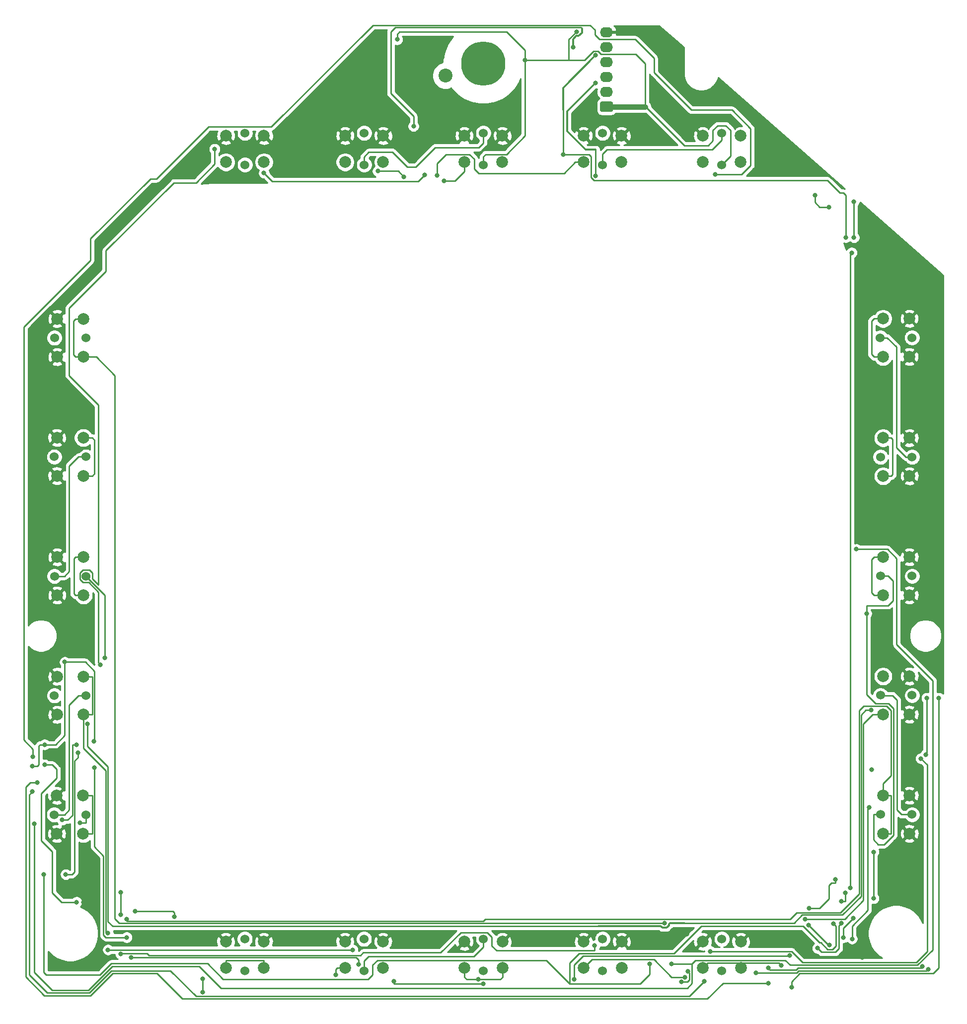
<source format=gbr>
G04 #@! TF.GenerationSoftware,KiCad,Pcbnew,(5.1.9)-1*
G04 #@! TF.CreationDate,2021-08-15T10:09:09-06:00*
G04 #@! TF.ProjectId,Buttons_DDI,42757474-6f6e-4735-9f44-44492e6b6963,rev?*
G04 #@! TF.SameCoordinates,Original*
G04 #@! TF.FileFunction,Copper,L2,Bot*
G04 #@! TF.FilePolarity,Positive*
%FSLAX46Y46*%
G04 Gerber Fmt 4.6, Leading zero omitted, Abs format (unit mm)*
G04 Created by KiCad (PCBNEW (5.1.9)-1) date 2021-08-15 10:09:09*
%MOMM*%
%LPD*%
G01*
G04 APERTURE LIST*
G04 #@! TA.AperFunction,WasherPad*
%ADD10C,7.540752*%
G04 #@! TD*
G04 #@! TA.AperFunction,WasherPad*
%ADD11C,2.381250*%
G04 #@! TD*
G04 #@! TA.AperFunction,ComponentPad*
%ADD12C,1.524000*%
G04 #@! TD*
G04 #@! TA.AperFunction,ComponentPad*
%ADD13C,2.000000*%
G04 #@! TD*
G04 #@! TA.AperFunction,ComponentPad*
%ADD14O,2.190000X1.740000*%
G04 #@! TD*
G04 #@! TA.AperFunction,ViaPad*
%ADD15C,0.800000*%
G04 #@! TD*
G04 #@! TA.AperFunction,Conductor*
%ADD16C,0.250000*%
G04 #@! TD*
G04 #@! TA.AperFunction,Conductor*
%ADD17C,0.304800*%
G04 #@! TD*
G04 #@! TA.AperFunction,Conductor*
%ADD18C,0.914400*%
G04 #@! TD*
G04 #@! TA.AperFunction,Conductor*
%ADD19C,0.254000*%
G04 #@! TD*
G04 #@! TA.AperFunction,Conductor*
%ADD20C,0.100000*%
G04 #@! TD*
G04 APERTURE END LIST*
D10*
X207709066Y227216924D03*
D11*
X201283366Y225129124D03*
D12*
X167080566Y209947924D03*
X167080566Y215347924D03*
D13*
X170330566Y214897924D03*
X170330566Y210397924D03*
X163830566Y214897924D03*
X163830566Y210397924D03*
D12*
X187400566Y209947924D03*
X187400566Y215347924D03*
D13*
X190650566Y214897924D03*
X190650566Y210397924D03*
X184150566Y214897924D03*
X184150566Y210397924D03*
D12*
X207720566Y209947924D03*
X207720566Y215347924D03*
D13*
X210970566Y214897924D03*
X210970566Y210397924D03*
X204470566Y214897924D03*
X204470566Y210397924D03*
D12*
X228040566Y209947924D03*
X228040566Y215347924D03*
D13*
X231290566Y214897924D03*
X231290566Y210397924D03*
X224790566Y214897924D03*
X224790566Y210397924D03*
D12*
X248360566Y209947924D03*
X248360566Y215347924D03*
D13*
X251610566Y214897924D03*
X251610566Y210397924D03*
X245110566Y214897924D03*
X245110566Y210397924D03*
D12*
X275403066Y180482124D03*
X280803066Y180482124D03*
D13*
X280353066Y177232124D03*
X275853066Y177232124D03*
X280353066Y183732124D03*
X275853066Y183732124D03*
D12*
X275425291Y160149424D03*
X280825291Y160149424D03*
D13*
X280375291Y156899424D03*
X275875291Y156899424D03*
X280375291Y163399424D03*
X275875291Y163399424D03*
D12*
X275425291Y139854824D03*
X280825291Y139854824D03*
D13*
X280375291Y136604824D03*
X275875291Y136604824D03*
X280375291Y143104824D03*
X275875291Y143104824D03*
D12*
X275425291Y119532424D03*
X280825291Y119532424D03*
D13*
X280375291Y116282424D03*
X275875291Y116282424D03*
X280375291Y122782424D03*
X275875291Y122782424D03*
D12*
X275425291Y99214824D03*
X280825291Y99214824D03*
D13*
X280375291Y95964824D03*
X275875291Y95964824D03*
X280375291Y102464824D03*
X275875291Y102464824D03*
D12*
X167067866Y72610124D03*
X167067866Y78010124D03*
D13*
X170317866Y77560124D03*
X170317866Y73060124D03*
X163817866Y77560124D03*
X163817866Y73060124D03*
D12*
X187387866Y72610124D03*
X187387866Y78010124D03*
D13*
X190637866Y77560124D03*
X190637866Y73060124D03*
X184137866Y77560124D03*
X184137866Y73060124D03*
D12*
X207733266Y72610124D03*
X207733266Y78010124D03*
D13*
X210983266Y77560124D03*
X210983266Y73060124D03*
X204483266Y77560124D03*
X204483266Y73060124D03*
D12*
X228053266Y72610124D03*
X228053266Y78010124D03*
D13*
X231303266Y77560124D03*
X231303266Y73060124D03*
X224803266Y77560124D03*
X224803266Y73060124D03*
D12*
X248373266Y72610124D03*
X248373266Y78010124D03*
D13*
X251623266Y77560124D03*
X251623266Y73060124D03*
X245123266Y77560124D03*
X245123266Y73060124D03*
D12*
X140015066Y180454324D03*
X134615066Y180454324D03*
D13*
X135065066Y183704324D03*
X139565066Y183704324D03*
X135065066Y177204324D03*
X139565066Y177204324D03*
D12*
X139989666Y160185124D03*
X134589666Y160185124D03*
D13*
X135039666Y163435124D03*
X139539666Y163435124D03*
X135039666Y156935124D03*
X139539666Y156935124D03*
D12*
X140015066Y139839724D03*
X134615066Y139839724D03*
D13*
X135065066Y143089724D03*
X139565066Y143089724D03*
X135065066Y136589724D03*
X139565066Y136589724D03*
D12*
X139999191Y119494324D03*
X134599191Y119494324D03*
D13*
X135049191Y122744324D03*
X139549191Y122744324D03*
X135049191Y116244324D03*
X139549191Y116244324D03*
D12*
X139964266Y99199724D03*
X134564266Y99199724D03*
D13*
X135014266Y102449724D03*
X139514266Y102449724D03*
X135014266Y95949724D03*
X139514266Y95949724D03*
G04 #@! TA.AperFunction,ComponentPad*
G36*
G01*
X229577927Y218975564D02*
X227887925Y218975564D01*
G75*
G02*
X227637926Y219225563I0J249999D01*
G01*
X227637926Y220465565D01*
G75*
G02*
X227887925Y220715564I249999J0D01*
G01*
X229577927Y220715564D01*
G75*
G02*
X229827926Y220465565I0J-249999D01*
G01*
X229827926Y219225563D01*
G75*
G02*
X229577927Y218975564I-249999J0D01*
G01*
G37*
G04 #@! TD.AperFunction*
D14*
X228732926Y222385564D03*
X228732926Y224925564D03*
X228732926Y227465564D03*
X228732926Y230005564D03*
X228732926Y232545564D03*
D15*
X274262600Y84924900D03*
X274262600Y92859000D03*
X136374100Y125208700D03*
X242559900Y72523100D03*
X245387200Y70769000D03*
X130836400Y103114100D03*
X130836400Y107476600D03*
X132944500Y111150100D03*
X195830000Y216520500D03*
X273914500Y106895000D03*
X141345500Y111725000D03*
X223017926Y230005564D03*
X270800571Y81538529D03*
X269136221Y78282741D03*
X241466232Y70757745D03*
X271324000Y144430100D03*
X270913300Y197556400D03*
X270913300Y203682200D03*
X138344400Y111075000D03*
X135926100Y98303800D03*
X131213400Y97651800D03*
X239809500Y73787700D03*
X226888213Y208033771D03*
X226827926Y223909564D03*
X142447600Y124721100D03*
X161914100Y212631800D03*
X269476200Y85894900D03*
X268751100Y84444700D03*
X268751100Y80687900D03*
X259939000Y75169800D03*
X223202900Y71111700D03*
X264712926Y76445564D03*
X269520000Y197581800D03*
X270520100Y194956700D03*
X270264100Y86716300D03*
X132764200Y89024500D03*
X136546900Y89024500D03*
X236058000Y73787700D03*
X221339100Y211723100D03*
X138669500Y109775000D03*
X226887926Y228609564D03*
X267432926Y80595564D03*
X200661400Y228195000D03*
X197996400Y231497000D03*
X139526400Y84305800D03*
X195495500Y210845000D03*
X135992926Y110755564D03*
X136022926Y109555564D03*
X136082926Y107305564D03*
X135782926Y73985564D03*
X135812926Y72945564D03*
X135852926Y86215564D03*
X241592926Y78405564D03*
X242392926Y78855564D03*
X250392926Y79105564D03*
X253822926Y77675564D03*
X255072926Y77675564D03*
X275952926Y85105564D03*
X272312926Y74855564D03*
X273049200Y133477700D03*
X192445700Y70814400D03*
X207733000Y70357700D03*
X139000800Y97851800D03*
X193048000Y231300000D03*
X223615700Y232640000D03*
X214852700Y227814000D03*
X143229905Y125910761D03*
X170331000Y208551000D03*
X197704900Y208251574D03*
X189725900Y208860900D03*
X194188926Y207907564D03*
X201025600Y207195800D03*
X199805100Y208119500D03*
X273868400Y117007100D03*
X140274100Y114643900D03*
X266673000Y202758700D03*
X264275100Y204759900D03*
X247273900Y208269000D03*
X130944300Y109049900D03*
X131669400Y104713800D03*
X256284600Y70494000D03*
X256284600Y73056488D03*
X282541100Y73306499D03*
X132944500Y107716300D03*
X138383600Y84305800D03*
X148361900Y82766400D03*
X155073900Y81790000D03*
X262558600Y81413000D03*
X141428100Y107175000D03*
X146927300Y78285200D03*
X146927300Y81413000D03*
X246448100Y75894900D03*
X282315500Y108769900D03*
X283315600Y119086200D03*
X285368400Y119086200D03*
X260262500Y69768900D03*
X159916900Y71271000D03*
X182537900Y71871100D03*
X283169668Y109419900D03*
X159916900Y68980421D03*
X273537500Y100414800D03*
X206910200Y71111700D03*
X270592926Y78035564D03*
X254223200Y72238600D03*
X283541200Y72856488D03*
X242109979Y71523000D03*
X267732500Y88148500D03*
X263283700Y83240200D03*
X263145400Y80352900D03*
X266722926Y76980574D03*
X258488800Y73506499D03*
X238612000Y80687900D03*
X145927300Y86001400D03*
X145927300Y82120200D03*
X145927300Y75447100D03*
X226690900Y76864400D03*
X185463100Y76172200D03*
X143744700Y76172200D03*
X143744700Y79010300D03*
X186424800Y73697200D03*
X147652400Y74847000D03*
D16*
X224404200Y233365100D02*
X192739700Y233365100D01*
X192739700Y233365100D02*
X191945900Y232571400D01*
X191945900Y232571400D02*
X191945900Y222098800D01*
X191945900Y222098800D02*
X195830000Y218214700D01*
X195830000Y218214700D02*
X195830000Y216520500D01*
X132944500Y111150100D02*
X134786600Y111150100D01*
X134786600Y111150100D02*
X136374100Y112737600D01*
X136374100Y112737600D02*
X136374100Y125208700D01*
X274262600Y92859000D02*
X274262600Y84924900D01*
X141345500Y111725000D02*
X141463100Y111725000D01*
X141463100Y111725000D02*
X141463100Y123621200D01*
X141463100Y123621200D02*
X139875600Y125208700D01*
X139875600Y125208700D02*
X136374100Y125208700D01*
X132944500Y111150100D02*
X132194400Y111150100D01*
X132194400Y111150100D02*
X131944400Y110900100D01*
X131944400Y110900100D02*
X131944400Y107726600D01*
X131944400Y107726600D02*
X131694400Y107476600D01*
X131694400Y107476600D02*
X130836400Y107476600D01*
D17*
X224541926Y232452672D02*
X224541926Y233026554D01*
X223976853Y231887599D02*
X224541926Y232452672D01*
X223538457Y231887599D02*
X223976853Y231887599D01*
X223017926Y231367068D02*
X223538457Y231887599D01*
X223017926Y230005564D02*
X223017926Y231367068D01*
D16*
X224477210Y233292090D02*
X224404200Y233292090D01*
X224541926Y233227374D02*
X224477210Y233292090D01*
X224541926Y233026554D02*
X224541926Y233227374D01*
X270800571Y81538529D02*
X269136221Y79874179D01*
X269136221Y79874179D02*
X269136221Y78282741D01*
X242834989Y72248011D02*
X242834989Y71092889D01*
X242834989Y71092889D02*
X242499845Y70757745D01*
X242499845Y70757745D02*
X241466232Y70757745D01*
X242559900Y72523100D02*
X242834989Y72248011D01*
X130299800Y71935000D02*
X133401789Y68833011D01*
X144328460Y72581489D02*
X154415711Y72581489D01*
X130299800Y102577500D02*
X130299800Y71935000D01*
X242873611Y68255411D02*
X245387200Y70769000D01*
X140579982Y68833011D02*
X144328460Y72581489D01*
X154415711Y72581489D02*
X158741789Y68255411D01*
X130836400Y103114100D02*
X130299800Y102577500D01*
X133401789Y68833011D02*
X140579982Y68833011D01*
X158741789Y68255411D02*
X242873611Y68255411D01*
X239809500Y73787700D02*
X243285000Y73787700D01*
X270913300Y203682200D02*
X270913300Y197556400D01*
X135926100Y98303800D02*
X136864800Y98303800D01*
X136864800Y98303800D02*
X137658500Y99097600D01*
X137658500Y99097600D02*
X137658500Y111075000D01*
X137658500Y111075000D02*
X138344400Y111075000D01*
X226888213Y212552213D02*
X226888213Y208033771D01*
D17*
X222001926Y219083564D02*
X226827926Y223909564D01*
X222001926Y215685010D02*
X222001926Y219083564D01*
X225134723Y212552213D02*
X222001926Y215685010D01*
X226888213Y212552213D02*
X225134723Y212552213D01*
D16*
X243882500Y74385200D02*
X243285000Y73787700D01*
X276610400Y144430100D02*
X278197900Y142842600D01*
X278197900Y142842600D02*
X278197900Y128188300D01*
X284342000Y76180403D02*
X281743087Y73581490D01*
X284342000Y122044100D02*
X284342000Y76180403D01*
X281743087Y73581490D02*
X260032010Y73581490D01*
X259228300Y74385200D02*
X243882500Y74385200D01*
X278197900Y128188300D02*
X284342000Y122044100D01*
X271324000Y144430100D02*
X276610400Y144430100D01*
X260032010Y73581490D02*
X259228300Y74385200D01*
X159248200Y73367900D02*
X162983500Y69632600D01*
X162983500Y69632600D02*
X242491200Y69632600D01*
X243285000Y70426400D02*
X243285000Y73787700D01*
X144478460Y73367900D02*
X159248200Y73367900D01*
X140393582Y69283022D02*
X144478460Y73367900D01*
X131213400Y72312000D02*
X134242378Y69283022D01*
X242491200Y69632600D02*
X243285000Y70426400D01*
X131213400Y97651800D02*
X131213400Y72312000D01*
X134242378Y69283022D02*
X140393582Y69283022D01*
X268751100Y84444700D02*
X269476200Y84444700D01*
X269476200Y84444700D02*
X269476200Y85894900D01*
X142501390Y124721100D02*
X142447600Y124721100D01*
X142118926Y125103564D02*
X142501390Y124721100D01*
X140465867Y138752723D02*
X142118926Y137099664D01*
X139493305Y138752723D02*
X140465867Y138752723D01*
X138928065Y139317963D02*
X139493305Y138752723D01*
X138928065Y140361485D02*
X138928065Y139317963D01*
X139493305Y140926725D02*
X138928065Y140361485D01*
X161914100Y212631800D02*
X161914100Y210075100D01*
X158739100Y206900100D02*
X154982500Y206900100D01*
X161914100Y210075100D02*
X158739100Y206900100D01*
X142118926Y169019474D02*
X142118926Y138372484D01*
X154982500Y206900100D02*
X143406000Y195323600D01*
X140536827Y140926725D02*
X139493305Y140926725D01*
X143406000Y195323600D02*
X143406000Y191815800D01*
X141102067Y140361485D02*
X140536827Y140926725D01*
X142118926Y137099664D02*
X142118926Y125103564D01*
X143406000Y191815800D02*
X137109500Y185519400D01*
X137109500Y174028900D02*
X142118926Y169019474D01*
X137109500Y185519400D02*
X137109500Y174028900D01*
X142118926Y138372484D02*
X141102067Y139389343D01*
X141102067Y139389343D02*
X141102067Y140361485D01*
X259865989Y75096789D02*
X259939000Y75169800D01*
X224717389Y75096789D02*
X259865989Y75096789D01*
X223202900Y73582300D02*
X224717389Y75096789D01*
X223202900Y71111700D02*
X223202900Y73582300D01*
X268751100Y80687900D02*
X268351101Y80287901D01*
X268351101Y80287901D02*
X268351101Y76357301D01*
X267769365Y75775565D02*
X265382925Y75775565D01*
X268351101Y76357301D02*
X267769365Y75775565D01*
X265382925Y75775565D02*
X264712926Y76445564D01*
X236058000Y73787700D02*
X236058000Y71974100D01*
X236058000Y71974100D02*
X234470500Y70386600D01*
X234470500Y70386600D02*
X222477800Y70386600D01*
X221339100Y219305000D02*
X221339100Y211723100D01*
X270264100Y86716300D02*
X270264100Y194956700D01*
X270264100Y194956700D02*
X270520100Y194956700D01*
X138669500Y109775000D02*
X138669500Y108989900D01*
X138669500Y108989900D02*
X138035500Y108355900D01*
X138035500Y108355900D02*
X138035500Y89421400D01*
X138035500Y89421400D02*
X137638600Y89024500D01*
X137638600Y89024500D02*
X136546900Y89024500D01*
X269520000Y204735600D02*
X269520000Y197581800D01*
X269123100Y205132400D02*
X269520000Y204735600D01*
X268498700Y205132400D02*
X269123100Y205132400D01*
X266358536Y207272564D02*
X268498700Y205132400D01*
X226624100Y207272564D02*
X266358536Y207272564D01*
X226116100Y207780564D02*
X226624100Y207272564D01*
X221339100Y211723100D02*
X225719200Y211723100D01*
X225719200Y211723100D02*
X226116100Y211326200D01*
X226116100Y211326200D02*
X226116100Y207780564D01*
D17*
X221339100Y219305000D02*
X221339100Y223060738D01*
X221339100Y223060738D02*
X226887926Y228609564D01*
D16*
X267832925Y76832561D02*
X267832925Y80195565D01*
X267255928Y76255564D02*
X267832925Y76832561D01*
X266415928Y76255564D02*
X267255928Y76255564D01*
X265280927Y77390565D02*
X266415928Y76255564D01*
X265050927Y77390565D02*
X265280927Y77390565D01*
X262225928Y80215564D02*
X265050927Y77390565D01*
X267832925Y80195565D02*
X267432926Y80595564D01*
X244914664Y80215564D02*
X262225928Y80215564D01*
X240245900Y75546800D02*
X244914664Y80215564D01*
X224065300Y75546800D02*
X240245900Y75546800D01*
X222477800Y73959300D02*
X224065300Y75546800D01*
X222477800Y70386600D02*
X222477800Y73959300D01*
X142391867Y71917718D02*
X144292060Y73817911D01*
X188852100Y73591500D02*
X189645900Y74385200D01*
X144292060Y73817911D02*
X160688589Y73817911D01*
X132764200Y89024500D02*
X132764200Y72327800D01*
X188852100Y71939800D02*
X188852100Y73591500D01*
X160688589Y73817911D02*
X163360500Y71146000D01*
X188058400Y71146000D02*
X188852100Y71939800D01*
X133174282Y71917718D02*
X142391867Y71917718D01*
X163360500Y71146000D02*
X188058400Y71146000D01*
X132764200Y72327800D02*
X133174282Y71917718D01*
X189645900Y74385200D02*
X218479200Y74385200D01*
X218479200Y74385200D02*
X222477800Y70386600D01*
X200661400Y228195000D02*
X199767600Y228195000D01*
X135040000Y143090000D02*
X135065000Y143090000D01*
X135065000Y122760000D02*
X135049000Y122744000D01*
X280353000Y177232000D02*
X280375000Y177232000D01*
X135065000Y163435000D02*
X135040000Y163435000D01*
X197996400Y231497000D02*
X199073900Y231497000D01*
X199073900Y231497000D02*
X200661400Y229909500D01*
X200661400Y229909500D02*
X200661400Y228195000D01*
X273049200Y134854800D02*
X273049200Y133477700D01*
X275425000Y99215000D02*
X274262600Y99215000D01*
X274262600Y99215000D02*
X274262600Y94905800D01*
X274262600Y94905800D02*
X275056400Y94112000D01*
X275056400Y94112000D02*
X276041500Y94112000D01*
X276041500Y94112000D02*
X277629000Y95699500D01*
X277629000Y95699500D02*
X277629000Y117315500D01*
X277629000Y117315500D02*
X276835300Y118109200D01*
X276835300Y118109200D02*
X274636700Y118109200D01*
X274636700Y118109200D02*
X273049200Y119696700D01*
X273049200Y119696700D02*
X273049200Y133477700D01*
X214852700Y227814000D02*
X214852700Y229430100D01*
X214852700Y229430100D02*
X211677700Y232605100D01*
X211677700Y232605100D02*
X193444900Y232605100D01*
X193444900Y232605100D02*
X193048000Y232208200D01*
X193048000Y232208200D02*
X193048000Y231300000D01*
X214852700Y227814000D02*
X214852700Y214898100D01*
X214852700Y214898100D02*
X211677700Y211723100D01*
X211677700Y211723100D02*
X208117900Y211723100D01*
X208117900Y211723100D02*
X207721000Y211326200D01*
X207721000Y211326200D02*
X207721000Y209948000D01*
X273049200Y134854800D02*
X276753200Y134854800D01*
X276753200Y134854800D02*
X277546900Y135648600D01*
X277546900Y135648600D02*
X277546900Y139061300D01*
X277546900Y139061300D02*
X276753200Y139855000D01*
X276753200Y139855000D02*
X275425000Y139855000D01*
X207733000Y70357700D02*
X192445700Y70357700D01*
X192445700Y70357700D02*
X192445700Y70814400D01*
X139964000Y99199700D02*
X139964000Y97851800D01*
X139964000Y97851800D02*
X139000800Y97851800D01*
X143229905Y136625095D02*
X143229905Y125910761D01*
X140015000Y139840000D02*
X143229905Y136625095D01*
D18*
X228732926Y219845564D02*
X235330000Y219845564D01*
D16*
X235330000Y227167600D02*
X233690034Y228807566D01*
X227762928Y228807566D02*
X227235928Y229334566D01*
X248361000Y209948000D02*
X249867000Y211454000D01*
X226539924Y229334566D02*
X225019358Y227814000D01*
X227235928Y229334566D02*
X226539924Y229334566D01*
X233690034Y228807566D02*
X227762928Y228807566D01*
X246061300Y213247400D02*
X241980090Y213247400D01*
X246855000Y214041200D02*
X246061300Y213247400D01*
X246855000Y215829900D02*
X246855000Y214041200D01*
X235330000Y219897490D02*
X235330000Y227167600D01*
X241980090Y213247400D02*
X235330000Y219897490D01*
X247648800Y216623600D02*
X246855000Y215829900D01*
X249073300Y216623600D02*
X247648800Y216623600D01*
X225019358Y227814000D02*
X214852700Y227814000D01*
X249867000Y215829900D02*
X249073300Y216623600D01*
X249867000Y211454000D02*
X249867000Y215829900D01*
X222282926Y231307226D02*
X222282926Y227825564D01*
X223615700Y232640000D02*
X222282926Y231307226D01*
X196598890Y207145564D02*
X197704900Y208251574D01*
X171736436Y207145564D02*
X196598890Y207145564D01*
X170331000Y208551000D02*
X171736436Y207145564D01*
X189725900Y208860900D02*
X193235590Y208860900D01*
X193235590Y208860900D02*
X194188926Y207907564D01*
X207721000Y215348000D02*
X207721000Y213664600D01*
X207721000Y213664600D02*
X206927300Y212870800D01*
X206927300Y212870800D02*
X199495000Y212870800D01*
X199495000Y212870800D02*
X196220600Y209596400D01*
X196220600Y209596400D02*
X194750100Y209596400D01*
X194750100Y209596400D02*
X192246400Y212100100D01*
X192246400Y212100100D02*
X188194800Y212100100D01*
X188194800Y212100100D02*
X187401000Y211306400D01*
X187401000Y211306400D02*
X187401000Y209948000D01*
X204471000Y210398000D02*
X204471000Y208783300D01*
X204471000Y208783300D02*
X202883500Y207195800D01*
X202883500Y207195800D02*
X201025600Y207195800D01*
X224791000Y210398000D02*
X223414000Y210398000D01*
X223414000Y210398000D02*
X221499900Y208483900D01*
X221499900Y208483900D02*
X206966900Y208483900D01*
X206966900Y208483900D02*
X206173100Y209277700D01*
X206173100Y209277700D02*
X206173100Y210929400D01*
X206173100Y210929400D02*
X205379400Y211723100D01*
X205379400Y211723100D02*
X201392600Y211723100D01*
X201392600Y211723100D02*
X199805100Y210135600D01*
X199805100Y210135600D02*
X199805100Y208119500D01*
X228041000Y209948000D02*
X228041000Y211751200D01*
X228041000Y211751200D02*
X228834800Y212545000D01*
X228834800Y212545000D02*
X246773500Y212545000D01*
X246773500Y212545000D02*
X248361000Y214132500D01*
X248361000Y214132500D02*
X248361000Y215348000D01*
X275853000Y177232000D02*
X274335800Y177232000D01*
X274335800Y177232000D02*
X273938900Y177628900D01*
X273938900Y177628900D02*
X273938900Y183335100D01*
X273938900Y183335100D02*
X274335800Y183732000D01*
X274335800Y183732000D02*
X275853000Y183732000D01*
X140274100Y114643900D02*
X140274100Y110877100D01*
X140274100Y110877100D02*
X143741900Y107409300D01*
X143741900Y107409300D02*
X143741900Y80998700D01*
X143741900Y80998700D02*
X144535700Y80204900D01*
X144535700Y80204900D02*
X227395400Y80204900D01*
X241981800Y80745400D02*
X260695400Y80745400D01*
X260695400Y80745400D02*
X262088100Y82138100D01*
X262088100Y82138100D02*
X268968200Y82138100D01*
X268968200Y82138100D02*
X272143200Y85313100D01*
X272143200Y85313100D02*
X272143200Y116213400D01*
X272143200Y116213400D02*
X272937000Y117007100D01*
X272937000Y117007100D02*
X273868400Y117007100D01*
D17*
X238973153Y79935499D02*
X239364401Y80326747D01*
X238250847Y79935499D02*
X238973153Y79935499D01*
X239364401Y80326747D02*
X239364401Y80537039D01*
X237981446Y80204900D02*
X238250847Y79935499D01*
X227395400Y80204900D02*
X237981446Y80204900D01*
X239572762Y80745400D02*
X241981800Y80745400D01*
X239364401Y80537039D02*
X239572762Y80745400D01*
D16*
X275403000Y180482000D02*
X276560100Y180482000D01*
X276560100Y180482000D02*
X278147600Y178894500D01*
X278147600Y178894500D02*
X278147600Y161736500D01*
X278147600Y161736500D02*
X279735100Y160149000D01*
X279735100Y160149000D02*
X280825000Y160149000D01*
X275875000Y163399000D02*
X277252100Y163399000D01*
X277252100Y163399000D02*
X277502100Y163149000D01*
X277502100Y163149000D02*
X277502100Y157149000D01*
X277502100Y157149000D02*
X277252100Y156899000D01*
X277252100Y156899000D02*
X275875000Y156899000D01*
X264275100Y204759900D02*
X264275100Y203552400D01*
X264275100Y203552400D02*
X265068900Y202758700D01*
X265068900Y202758700D02*
X266673000Y202758700D01*
X130944300Y109049900D02*
X130944300Y110370700D01*
X130944300Y110370700D02*
X129385500Y111929500D01*
X129385500Y111929500D02*
X129385500Y182328500D01*
X129385500Y182328500D02*
X140716200Y193659100D01*
X140716200Y193659100D02*
X140716200Y197341900D01*
X140716200Y197341900D02*
X150953400Y207579200D01*
X150953400Y207579200D02*
X152016300Y207579200D01*
X152016300Y207579200D02*
X160872200Y216435100D01*
X160872200Y216435100D02*
X171600000Y216435100D01*
X171600000Y216435100D02*
X188907000Y233742100D01*
X188907000Y233742100D02*
X225950800Y233742100D01*
X225950800Y233742100D02*
X226744600Y232948400D01*
X226744600Y232948400D02*
X226744600Y232088900D01*
X226744600Y232088900D02*
X227538300Y231295100D01*
X227538300Y231295100D02*
X233632800Y231295100D01*
X233632800Y231295100D02*
X236807800Y228120100D01*
X236807800Y228120100D02*
X236807800Y225622200D01*
X236807800Y225622200D02*
X243157800Y219272200D01*
X243157800Y219272200D02*
X250125000Y219272200D01*
X250125000Y219272200D02*
X253300000Y216097200D01*
X253300000Y216097200D02*
X253300000Y209856500D01*
X253300000Y209856500D02*
X251712500Y208269000D01*
X251712500Y208269000D02*
X247273900Y208269000D01*
X275875000Y143105000D02*
X274357800Y143105000D01*
X274357800Y143105000D02*
X273960900Y142708100D01*
X273960900Y142708100D02*
X273960900Y137001900D01*
X273960900Y137001900D02*
X274357800Y136605000D01*
X274357800Y136605000D02*
X275875000Y136605000D01*
X256284600Y73056488D02*
X256559599Y72781489D01*
X261376377Y73106499D02*
X282341100Y73106499D01*
X256559599Y72781489D02*
X261051367Y72781489D01*
X282341100Y73106499D02*
X282541100Y73306499D01*
X261051367Y72781489D02*
X261376377Y73106499D01*
X129734300Y103920100D02*
X130528000Y104713800D01*
X129734300Y71558000D02*
X129734300Y103920100D01*
X144514860Y72131478D02*
X140766382Y68383000D01*
X152063822Y72131478D02*
X144514860Y72131478D01*
X130528000Y104713800D02*
X131669400Y104713800D01*
X156389900Y67805400D02*
X152063822Y72131478D01*
X132909300Y68383000D02*
X129734300Y71558000D01*
X248630200Y70494000D02*
X245941600Y67805400D01*
X140766382Y68383000D02*
X132909300Y68383000D01*
X245941600Y67805400D02*
X156389900Y67805400D01*
X256284600Y70494000D02*
X248630200Y70494000D01*
X275425000Y119532000D02*
X277441000Y119532000D01*
X277441000Y119532000D02*
X278234700Y118738300D01*
X278234700Y118738300D02*
X278234700Y100008800D01*
X278234700Y100008800D02*
X279028500Y99215000D01*
X279028500Y99215000D02*
X280825000Y99215000D01*
X138383600Y84305800D02*
X135847500Y84305800D01*
X135847500Y84305800D02*
X134260000Y85893300D01*
X134260000Y85893300D02*
X134260000Y92912400D01*
X134260000Y92912400D02*
X132394500Y94777800D01*
X132394500Y94777800D02*
X132394500Y102825800D01*
X132394500Y102825800D02*
X135007600Y105438900D01*
X135007600Y105438900D02*
X135007600Y106922500D01*
X135007600Y106922500D02*
X134213900Y107716300D01*
X134213900Y107716300D02*
X132944500Y107716300D01*
X155073900Y81790000D02*
X155073900Y82516400D01*
X155073900Y82516400D02*
X154823900Y82766400D01*
X154823900Y82766400D02*
X148361900Y82766400D01*
X275875000Y116282000D02*
X274107700Y116282000D01*
X274107700Y116282000D02*
X272520200Y114694500D01*
X272520200Y114694500D02*
X272520200Y84588000D01*
X272520200Y84588000D02*
X269345200Y81413000D01*
X269345200Y81413000D02*
X262558600Y81413000D01*
X275875000Y102465000D02*
X277200100Y102465000D01*
X277200100Y102465000D02*
X277200100Y95965000D01*
X277200100Y95965000D02*
X275875000Y95965000D01*
X146927300Y78285200D02*
X143384800Y78285200D01*
X143384800Y78285200D02*
X142987900Y78682100D01*
X142987900Y78682100D02*
X142987900Y92149800D01*
X142987900Y92149800D02*
X141428100Y93709700D01*
X141428100Y93709700D02*
X141428100Y107175000D01*
X275875000Y102465000D02*
X275875000Y104490900D01*
X275875000Y104490900D02*
X277252000Y105868000D01*
X277252000Y105868000D02*
X277252000Y116938500D01*
X277252000Y116938500D02*
X276458300Y117732200D01*
X276458300Y117732200D02*
X272560000Y117732200D01*
X272560000Y117732200D02*
X271766200Y116938500D01*
X271766200Y116938500D02*
X271766200Y85690100D01*
X271766200Y85690100D02*
X268591200Y82515100D01*
X268591200Y82515100D02*
X261124100Y82515100D01*
X261124100Y82515100D02*
X260022000Y81413000D01*
X260022000Y81413000D02*
X208068200Y81413000D01*
X208068200Y81413000D02*
X207720100Y81064900D01*
X207720100Y81064900D02*
X146927300Y81064900D01*
X146927300Y81064900D02*
X146927300Y81413000D01*
X170318000Y73060100D02*
X170318000Y74385200D01*
X170318000Y74385200D02*
X163818000Y74385200D01*
X163818000Y74385200D02*
X163818000Y73060100D01*
X260267300Y75894900D02*
X246448100Y75894900D01*
X283394100Y75868914D02*
X281556687Y74031501D01*
X282315500Y108769900D02*
X283394100Y107691300D01*
X283394100Y107691300D02*
X283394100Y75868914D01*
X281556687Y74031501D02*
X262130699Y74031501D01*
X262130699Y74031501D02*
X260267300Y75894900D01*
X184138000Y73060100D02*
X182787900Y73060100D01*
X182787900Y73060100D02*
X182537900Y72810100D01*
X182537900Y72810100D02*
X182537900Y71871100D01*
X283315600Y119086200D02*
X283315600Y109565832D01*
X283315600Y109565832D02*
X283169668Y109419900D01*
X285368400Y73101000D02*
X285368400Y119086200D01*
X261674178Y72131478D02*
X284398878Y72131478D01*
X284398878Y72131478D02*
X285368400Y73101000D01*
X260262500Y70719800D02*
X261674178Y72131478D01*
X260262500Y69768900D02*
X260262500Y70719800D01*
X159916900Y71271000D02*
X159916900Y68980421D01*
X187388000Y72610100D02*
X187388000Y74242400D01*
X187388000Y74242400D02*
X188181800Y75036200D01*
X188181800Y75036200D02*
X206145500Y75036200D01*
X206145500Y75036200D02*
X207733000Y76623700D01*
X207733000Y76623700D02*
X207733000Y78010100D01*
X206910200Y71111700D02*
X210586100Y71111700D01*
X210586100Y71111700D02*
X210983000Y71508600D01*
X210983000Y71508600D02*
X210983000Y73060100D01*
X206910200Y71111700D02*
X204879900Y71111700D01*
X204879900Y71111700D02*
X204483000Y71508600D01*
X204483000Y71508600D02*
X204483000Y73060100D01*
X270592926Y80235564D02*
X270592926Y78035564D01*
X273232926Y82875564D02*
X270592926Y80235564D01*
X273232926Y100110226D02*
X273232926Y82875564D01*
X273537500Y100414800D02*
X273232926Y100110226D01*
X254223200Y72238600D02*
X261144889Y72238600D01*
X283266201Y72581489D02*
X283541200Y72856488D01*
X261487778Y72581489D02*
X283266201Y72581489D01*
X261144889Y72238600D02*
X261487778Y72581489D01*
X239825300Y71523000D02*
X242109979Y71523000D01*
X224803000Y73060100D02*
X226255700Y74512800D01*
X236835500Y74512800D02*
X239825300Y71523000D01*
X226255700Y74512800D02*
X236835500Y74512800D01*
X263283700Y83240200D02*
X265043800Y83240200D01*
X265043800Y83240200D02*
X266631300Y84827700D01*
X266631300Y84827700D02*
X266631300Y87154400D01*
X266631300Y87154400D02*
X267028200Y87551300D01*
X267028200Y87551300D02*
X267732500Y87551300D01*
X267732500Y87551300D02*
X267732500Y88148500D01*
X266517726Y76980574D02*
X266722926Y76980574D01*
X263145400Y80352900D02*
X266517726Y76980574D01*
X245969398Y73906498D02*
X258088801Y73906498D01*
X258088801Y73906498D02*
X258488800Y73506499D01*
X245123000Y73060100D02*
X245969398Y73906498D01*
X139565000Y177204000D02*
X138225800Y177204000D01*
X138225800Y177204000D02*
X137829000Y177600900D01*
X137829000Y177600900D02*
X137829000Y183307100D01*
X137829000Y183307100D02*
X138225800Y183704000D01*
X138225800Y183704000D02*
X139565000Y183704000D01*
X139565000Y177204000D02*
X141727800Y177204000D01*
X141727800Y177204000D02*
X144902800Y174029000D01*
X144902800Y174029000D02*
X144902800Y81481600D01*
X144902800Y81481600D02*
X145696600Y80687900D01*
X145696600Y80687900D02*
X238612000Y80687900D01*
X139540000Y156935000D02*
X141057200Y156935000D01*
X141057200Y156935000D02*
X141454100Y157331900D01*
X141454100Y157331900D02*
X141454100Y163038100D01*
X141454100Y163038100D02*
X141057200Y163435000D01*
X141057200Y163435000D02*
X139540000Y163435000D01*
X139990000Y160185000D02*
X138732400Y160185000D01*
X138732400Y160185000D02*
X137144900Y158597500D01*
X137144900Y158597500D02*
X137144900Y140633800D01*
X137144900Y140633800D02*
X136351100Y139840000D01*
X136351100Y139840000D02*
X134615000Y139840000D01*
X139565000Y136590000D02*
X138174700Y136590000D01*
X138174700Y136590000D02*
X137924700Y136840000D01*
X137924700Y136840000D02*
X137924700Y142840000D01*
X137924700Y142840000D02*
X138174700Y143090000D01*
X138174700Y143090000D02*
X139565000Y143090000D01*
X145927300Y82120200D02*
X145927300Y86001400D01*
X226690900Y76864400D02*
X226690900Y76064100D01*
X226690900Y76064100D02*
X209990900Y76064100D01*
X209990900Y76064100D02*
X209197100Y76857900D01*
X209197100Y76857900D02*
X209197100Y78303500D01*
X209197100Y78303500D02*
X208403400Y79097200D01*
X208403400Y79097200D02*
X203881400Y79097200D01*
X203881400Y79097200D02*
X200471300Y75687100D01*
X200471300Y75687100D02*
X187242600Y75687100D01*
X187242600Y75687100D02*
X186779500Y75224000D01*
X186779500Y75224000D02*
X150756700Y75224000D01*
X150756700Y75224000D02*
X150408600Y75572100D01*
X150408600Y75572100D02*
X145927300Y75572100D01*
X145927300Y75572100D02*
X145927300Y75447100D01*
X139549000Y116244000D02*
X141086100Y116244000D01*
X141086100Y116244000D02*
X141086100Y122744000D01*
X141086100Y122744000D02*
X139549000Y122744000D01*
X143744700Y76172200D02*
X185463100Y76172200D01*
X139549000Y116244000D02*
X139549000Y110500100D01*
X139549000Y110500100D02*
X143364900Y106684200D01*
X143364900Y106684200D02*
X143364900Y79010300D01*
X143364900Y79010300D02*
X143744700Y79010300D01*
X134564000Y99199700D02*
X136305500Y99199700D01*
X136305500Y99199700D02*
X137099200Y99993500D01*
X137099200Y99993500D02*
X137099200Y117906500D01*
X137099200Y117906500D02*
X138686700Y119494000D01*
X138686700Y119494000D02*
X139999000Y119494000D01*
X139514000Y95949700D02*
X141051100Y95949700D01*
X141051100Y95949700D02*
X141051100Y102449700D01*
X141051100Y102449700D02*
X139514000Y102449700D01*
X147652400Y74847000D02*
X186028000Y74847000D01*
X186028000Y74847000D02*
X186424800Y74450100D01*
X186424800Y74450100D02*
X186424800Y73697200D01*
D19*
X136339200Y103336889D02*
X136149679Y103405532D01*
X135193871Y102449724D01*
X136149679Y101493916D01*
X136339200Y101562559D01*
X136339200Y100308274D01*
X135990670Y99959700D01*
X135736623Y99959700D01*
X135649386Y100090259D01*
X135454801Y100284844D01*
X135225993Y100437729D01*
X134971756Y100543038D01*
X134701858Y100596724D01*
X134426674Y100596724D01*
X134156776Y100543038D01*
X133902539Y100437729D01*
X133673731Y100284844D01*
X133479146Y100090259D01*
X133326261Y99861451D01*
X133220952Y99607214D01*
X133167266Y99337316D01*
X133167266Y99062132D01*
X133220952Y98792234D01*
X133326261Y98537997D01*
X133479146Y98309189D01*
X133673731Y98114604D01*
X133902539Y97961719D01*
X134156776Y97856410D01*
X134426674Y97802724D01*
X134701858Y97802724D01*
X134971756Y97856410D01*
X134988301Y97863263D01*
X135008895Y97813544D01*
X135122163Y97644026D01*
X135189021Y97577168D01*
X134951671Y97591442D01*
X134632591Y97547685D01*
X134328178Y97442519D01*
X134154222Y97349538D01*
X134058458Y97085137D01*
X135014266Y96129329D01*
X135970074Y97085137D01*
X135903553Y97268800D01*
X136028039Y97268800D01*
X136227998Y97308574D01*
X136416356Y97386595D01*
X136585874Y97499863D01*
X136629811Y97543800D01*
X136827500Y97543800D01*
X136864848Y97540124D01*
X136925634Y97546115D01*
X137013786Y97554797D01*
X137013812Y97554805D01*
X137013833Y97554807D01*
X137073544Y97572924D01*
X137157047Y97598254D01*
X137157073Y97598268D01*
X137157090Y97598273D01*
X137211865Y97627555D01*
X137275501Y97661570D01*
X137275501Y89784500D01*
X137250611Y89784500D01*
X137206674Y89828437D01*
X137037156Y89941705D01*
X136848798Y90019726D01*
X136648839Y90059500D01*
X136444961Y90059500D01*
X136245002Y90019726D01*
X136056644Y89941705D01*
X135887126Y89828437D01*
X135742963Y89684274D01*
X135629695Y89514756D01*
X135551674Y89326398D01*
X135511900Y89126439D01*
X135511900Y88922561D01*
X135551674Y88722602D01*
X135629695Y88534244D01*
X135742963Y88364726D01*
X135887126Y88220563D01*
X136056644Y88107295D01*
X136245002Y88029274D01*
X136444961Y87989500D01*
X136648839Y87989500D01*
X136848798Y88029274D01*
X137037156Y88107295D01*
X137206674Y88220563D01*
X137250611Y88264500D01*
X137601278Y88264500D01*
X137638600Y88260824D01*
X137675922Y88264500D01*
X137675933Y88264500D01*
X137787586Y88275497D01*
X137930847Y88318954D01*
X138062876Y88389526D01*
X138178601Y88484499D01*
X138202404Y88513503D01*
X138546497Y88857596D01*
X138575501Y88881399D01*
X138670474Y88997124D01*
X138741046Y89129153D01*
X138784503Y89272414D01*
X138795500Y89384067D01*
X138795500Y89384076D01*
X138799176Y89421399D01*
X138795500Y89458722D01*
X138795500Y94477735D01*
X139037354Y94377556D01*
X139353233Y94314724D01*
X139675299Y94314724D01*
X139991178Y94377556D01*
X140288729Y94500806D01*
X140556518Y94679737D01*
X140668100Y94791319D01*
X140668100Y93747036D01*
X140664424Y93709724D01*
X140668100Y93672389D01*
X140668100Y93672368D01*
X140673460Y93617946D01*
X140679093Y93560739D01*
X140679095Y93560731D01*
X140679097Y93560715D01*
X140705969Y93472129D01*
X140722545Y93417477D01*
X140722550Y93417468D01*
X140722554Y93417454D01*
X140764027Y93339865D01*
X140793113Y93285445D01*
X140793120Y93285437D01*
X140793126Y93285425D01*
X140852571Y93212990D01*
X140864285Y93198716D01*
X140864288Y93198713D01*
X140888099Y93169699D01*
X140917095Y93145903D01*
X142227901Y91835011D01*
X142227900Y78719422D01*
X142224224Y78682100D01*
X142227900Y78644778D01*
X142227900Y78644768D01*
X142238897Y78533115D01*
X142273159Y78420168D01*
X142282354Y78389854D01*
X142352926Y78257824D01*
X142362119Y78246623D01*
X142447899Y78142099D01*
X142476903Y78118296D01*
X142820996Y77774203D01*
X142844799Y77745199D01*
X142960524Y77650226D01*
X143092553Y77579654D01*
X143235814Y77536197D01*
X143347467Y77525200D01*
X143347476Y77525200D01*
X143384799Y77521524D01*
X143422122Y77525200D01*
X146223589Y77525200D01*
X146267526Y77481263D01*
X146437044Y77367995D01*
X146625402Y77289974D01*
X146825361Y77250200D01*
X147029239Y77250200D01*
X147229198Y77289974D01*
X147417556Y77367995D01*
X147587074Y77481263D01*
X147731237Y77625426D01*
X147844505Y77794944D01*
X147922526Y77983302D01*
X147962300Y78183261D01*
X147962300Y78387139D01*
X147922526Y78587098D01*
X147877609Y78695537D01*
X162862058Y78695537D01*
X163817866Y77739729D01*
X164773674Y78695537D01*
X164677910Y78959938D01*
X164388295Y79100828D01*
X164076758Y79182508D01*
X163755271Y79201842D01*
X163436191Y79158085D01*
X163131778Y79052919D01*
X162957822Y78959938D01*
X162862058Y78695537D01*
X147877609Y78695537D01*
X147844505Y78775456D01*
X147731237Y78944974D01*
X147587074Y79089137D01*
X147417556Y79202405D01*
X147229198Y79280426D01*
X147029239Y79320200D01*
X146825361Y79320200D01*
X146625402Y79280426D01*
X146437044Y79202405D01*
X146267526Y79089137D01*
X146223589Y79045200D01*
X144779700Y79045200D01*
X144779700Y79112239D01*
X144739926Y79312198D01*
X144684959Y79444900D01*
X203154298Y79444900D01*
X200156499Y76447100D01*
X191847400Y76447100D01*
X191888949Y76488649D01*
X191773281Y76604317D01*
X192037680Y76700080D01*
X192178570Y76989695D01*
X192260250Y77301232D01*
X192279584Y77622719D01*
X192235827Y77941799D01*
X192130661Y78246212D01*
X192037680Y78420168D01*
X191773279Y78515932D01*
X190817471Y77560124D01*
X190831614Y77545982D01*
X190652009Y77366377D01*
X190637866Y77380519D01*
X190623724Y77366377D01*
X190444119Y77545982D01*
X190458261Y77560124D01*
X189502453Y78515932D01*
X189238052Y78420168D01*
X189097162Y78130553D01*
X189015482Y77819016D01*
X188996148Y77497529D01*
X189039905Y77178449D01*
X189145071Y76874036D01*
X189238052Y76700080D01*
X189502451Y76604317D01*
X189386783Y76488649D01*
X189428332Y76447100D01*
X187279922Y76447100D01*
X187242599Y76450776D01*
X187205276Y76447100D01*
X187205267Y76447100D01*
X187093614Y76436103D01*
X186950353Y76392646D01*
X186818324Y76322074D01*
X186702599Y76227101D01*
X186678796Y76198097D01*
X186484975Y76004276D01*
X186498100Y76070261D01*
X186498100Y76274139D01*
X186458326Y76474098D01*
X186380305Y76662456D01*
X186267037Y76831974D01*
X186122874Y76976137D01*
X185953356Y77089405D01*
X185764998Y77167426D01*
X185727142Y77174956D01*
X185760250Y77301232D01*
X185779584Y77622719D01*
X185735827Y77941799D01*
X185664689Y78147716D01*
X185990866Y78147716D01*
X185990866Y77872532D01*
X186044552Y77602634D01*
X186149861Y77348397D01*
X186302746Y77119589D01*
X186497331Y76925004D01*
X186726139Y76772119D01*
X186980376Y76666810D01*
X187250274Y76613124D01*
X187525458Y76613124D01*
X187795356Y76666810D01*
X188049593Y76772119D01*
X188278401Y76925004D01*
X188472986Y77119589D01*
X188625871Y77348397D01*
X188731180Y77602634D01*
X188784866Y77872532D01*
X188784866Y78147716D01*
X188731180Y78417614D01*
X188625871Y78671851D01*
X188610045Y78695537D01*
X189682058Y78695537D01*
X190637866Y77739729D01*
X191593674Y78695537D01*
X191497910Y78959938D01*
X191208295Y79100828D01*
X190896758Y79182508D01*
X190575271Y79201842D01*
X190256191Y79158085D01*
X189951778Y79052919D01*
X189777822Y78959938D01*
X189682058Y78695537D01*
X188610045Y78695537D01*
X188472986Y78900659D01*
X188278401Y79095244D01*
X188049593Y79248129D01*
X187795356Y79353438D01*
X187525458Y79407124D01*
X187250274Y79407124D01*
X186980376Y79353438D01*
X186726139Y79248129D01*
X186497331Y79095244D01*
X186302746Y78900659D01*
X186149861Y78671851D01*
X186044552Y78417614D01*
X185990866Y78147716D01*
X185664689Y78147716D01*
X185630661Y78246212D01*
X185537680Y78420168D01*
X185273279Y78515932D01*
X184317471Y77560124D01*
X184331614Y77545982D01*
X184152009Y77366377D01*
X184137866Y77380519D01*
X184123724Y77366377D01*
X183944119Y77545982D01*
X183958261Y77560124D01*
X183002453Y78515932D01*
X182738052Y78420168D01*
X182597162Y78130553D01*
X182515482Y77819016D01*
X182496148Y77497529D01*
X182539905Y77178449D01*
X182624977Y76932200D01*
X171830600Y76932200D01*
X171858570Y76989695D01*
X171940250Y77301232D01*
X171959584Y77622719D01*
X171915827Y77941799D01*
X171810661Y78246212D01*
X171717680Y78420168D01*
X171453279Y78515932D01*
X170497471Y77560124D01*
X170511614Y77545982D01*
X170332009Y77366377D01*
X170317866Y77380519D01*
X170303724Y77366377D01*
X170124119Y77545982D01*
X170138261Y77560124D01*
X169182453Y78515932D01*
X168918052Y78420168D01*
X168777162Y78130553D01*
X168695482Y77819016D01*
X168676148Y77497529D01*
X168719905Y77178449D01*
X168804977Y76932200D01*
X167965597Y76932200D01*
X168152986Y77119589D01*
X168305871Y77348397D01*
X168411180Y77602634D01*
X168464866Y77872532D01*
X168464866Y78147716D01*
X168411180Y78417614D01*
X168305871Y78671851D01*
X168290045Y78695537D01*
X169362058Y78695537D01*
X170317866Y77739729D01*
X171273674Y78695537D01*
X183182058Y78695537D01*
X184137866Y77739729D01*
X185093674Y78695537D01*
X184997910Y78959938D01*
X184708295Y79100828D01*
X184396758Y79182508D01*
X184075271Y79201842D01*
X183756191Y79158085D01*
X183451778Y79052919D01*
X183277822Y78959938D01*
X183182058Y78695537D01*
X171273674Y78695537D01*
X171177910Y78959938D01*
X170888295Y79100828D01*
X170576758Y79182508D01*
X170255271Y79201842D01*
X169936191Y79158085D01*
X169631778Y79052919D01*
X169457822Y78959938D01*
X169362058Y78695537D01*
X168290045Y78695537D01*
X168152986Y78900659D01*
X167958401Y79095244D01*
X167729593Y79248129D01*
X167475356Y79353438D01*
X167205458Y79407124D01*
X166930274Y79407124D01*
X166660376Y79353438D01*
X166406139Y79248129D01*
X166177331Y79095244D01*
X165982746Y78900659D01*
X165829861Y78671851D01*
X165724552Y78417614D01*
X165670866Y78147716D01*
X165670866Y77872532D01*
X165724552Y77602634D01*
X165829861Y77348397D01*
X165982746Y77119589D01*
X166170135Y76932200D01*
X165330600Y76932200D01*
X165358570Y76989695D01*
X165440250Y77301232D01*
X165459584Y77622719D01*
X165415827Y77941799D01*
X165310661Y78246212D01*
X165217680Y78420168D01*
X164953279Y78515932D01*
X163997471Y77560124D01*
X164011614Y77545982D01*
X163832009Y77366377D01*
X163817866Y77380519D01*
X163803724Y77366377D01*
X163624119Y77545982D01*
X163638261Y77560124D01*
X162682453Y78515932D01*
X162418052Y78420168D01*
X162277162Y78130553D01*
X162195482Y77819016D01*
X162176148Y77497529D01*
X162219905Y77178449D01*
X162304977Y76932200D01*
X144448411Y76932200D01*
X144404474Y76976137D01*
X144234956Y77089405D01*
X144046598Y77167426D01*
X143846639Y77207200D01*
X143642761Y77207200D01*
X143442802Y77167426D01*
X143254444Y77089405D01*
X143084926Y76976137D01*
X142940763Y76831974D01*
X142827495Y76662456D01*
X142749474Y76474098D01*
X142709700Y76274139D01*
X142709700Y76070261D01*
X142749474Y75870302D01*
X142827495Y75681944D01*
X142940763Y75512426D01*
X143084926Y75368263D01*
X143254444Y75254995D01*
X143442802Y75176974D01*
X143642761Y75137200D01*
X143846639Y75137200D01*
X144046598Y75176974D01*
X144234956Y75254995D01*
X144404474Y75368263D01*
X144448411Y75412200D01*
X144892300Y75412200D01*
X144892300Y75345161D01*
X144932074Y75145202D01*
X145010095Y74956844D01*
X145123363Y74787326D01*
X145267526Y74643163D01*
X145365183Y74577911D01*
X144329385Y74577911D01*
X144292060Y74581587D01*
X144254735Y74577911D01*
X144254727Y74577911D01*
X144143074Y74566914D01*
X143999813Y74523457D01*
X143867784Y74452885D01*
X143752059Y74357912D01*
X143728261Y74328914D01*
X142077066Y72677718D01*
X133524200Y72677718D01*
X133524200Y75923089D01*
X133547852Y75887691D01*
X134221308Y75214235D01*
X135013210Y74685103D01*
X135893124Y74320631D01*
X136827235Y74134824D01*
X137779647Y74134824D01*
X138713758Y74320631D01*
X139593672Y74685103D01*
X140385574Y75214235D01*
X141059030Y75887691D01*
X141588162Y76679593D01*
X141952634Y77559507D01*
X142138441Y78493618D01*
X142138441Y79446030D01*
X141952634Y80380141D01*
X141588162Y81260055D01*
X141059030Y82051957D01*
X140385574Y82725413D01*
X139593672Y83254545D01*
X139025472Y83489901D01*
X139043374Y83501863D01*
X139187537Y83646026D01*
X139300805Y83815544D01*
X139378826Y84003902D01*
X139418600Y84203861D01*
X139418600Y84407739D01*
X139378826Y84607698D01*
X139300805Y84796056D01*
X139187537Y84965574D01*
X139043374Y85109737D01*
X138873856Y85223005D01*
X138685498Y85301026D01*
X138485539Y85340800D01*
X138281661Y85340800D01*
X138081702Y85301026D01*
X137893344Y85223005D01*
X137723826Y85109737D01*
X137679889Y85065800D01*
X136162302Y85065800D01*
X135020000Y86208101D01*
X135020000Y92875085D01*
X135023676Y92912421D01*
X135018083Y92969197D01*
X135009003Y93061386D01*
X135009000Y93061396D01*
X135008999Y93061406D01*
X134982901Y93147433D01*
X134965546Y93204647D01*
X134965541Y93204657D01*
X134965538Y93204666D01*
X134934977Y93261836D01*
X134894974Y93336676D01*
X134894966Y93336686D01*
X134894962Y93336693D01*
X134837709Y93406454D01*
X134800001Y93452401D01*
X134770998Y93476203D01*
X133432818Y94814311D01*
X134058458Y94814311D01*
X134154222Y94549910D01*
X134443837Y94409020D01*
X134755374Y94327340D01*
X135076861Y94308006D01*
X135395941Y94351763D01*
X135700354Y94456929D01*
X135874310Y94549910D01*
X135970074Y94814311D01*
X135014266Y95770119D01*
X134058458Y94814311D01*
X133432818Y94814311D01*
X133154500Y95092614D01*
X133154500Y95887129D01*
X133372548Y95887129D01*
X133416305Y95568049D01*
X133521471Y95263636D01*
X133614452Y95089680D01*
X133878853Y94993916D01*
X134834661Y95949724D01*
X135193871Y95949724D01*
X136149679Y94993916D01*
X136414080Y95089680D01*
X136554970Y95379295D01*
X136636650Y95690832D01*
X136655984Y96012319D01*
X136612227Y96331399D01*
X136507061Y96635812D01*
X136414080Y96809768D01*
X136149679Y96905532D01*
X135193871Y95949724D01*
X134834661Y95949724D01*
X133878853Y96905532D01*
X133614452Y96809768D01*
X133473562Y96520153D01*
X133391882Y96208616D01*
X133372548Y95887129D01*
X133154500Y95887129D01*
X133154500Y101314311D01*
X134058458Y101314311D01*
X134154222Y101049910D01*
X134443837Y100909020D01*
X134755374Y100827340D01*
X135076861Y100808006D01*
X135395941Y100851763D01*
X135700354Y100956929D01*
X135874310Y101049910D01*
X135970074Y101314311D01*
X135014266Y102270119D01*
X134058458Y101314311D01*
X133154500Y101314311D01*
X133154500Y102510999D01*
X133406012Y102762511D01*
X133391882Y102708616D01*
X133372548Y102387129D01*
X133416305Y102068049D01*
X133521471Y101763636D01*
X133614452Y101589680D01*
X133878853Y101493916D01*
X134834661Y102449724D01*
X134820519Y102463867D01*
X135000124Y102643472D01*
X135014266Y102629329D01*
X135970074Y103585137D01*
X135874310Y103849538D01*
X135584695Y103990428D01*
X135273158Y104072108D01*
X134951671Y104091442D01*
X134700500Y104056998D01*
X135518609Y104875106D01*
X135547601Y104898899D01*
X135571395Y104927892D01*
X135571399Y104927896D01*
X135642573Y105014623D01*
X135642574Y105014624D01*
X135713146Y105146653D01*
X135756603Y105289914D01*
X135767600Y105401567D01*
X135767600Y105401576D01*
X135771276Y105438899D01*
X135767600Y105476222D01*
X135767600Y106885152D01*
X135771276Y106922452D01*
X135767600Y106959800D01*
X135767600Y106959833D01*
X135762585Y107010754D01*
X135756612Y107071439D01*
X135756606Y107071460D01*
X135756603Y107071486D01*
X135733564Y107147437D01*
X135713164Y107214703D01*
X135713153Y107214723D01*
X135713146Y107214747D01*
X135676675Y107282978D01*
X135642600Y107346737D01*
X135642585Y107346755D01*
X135642574Y107346776D01*
X135596399Y107403041D01*
X135571431Y107433468D01*
X135571413Y107433486D01*
X135547601Y107462501D01*
X135518623Y107486283D01*
X134777716Y108227283D01*
X134753901Y108256301D01*
X134693543Y108305835D01*
X134638216Y108351247D01*
X134638196Y108351258D01*
X134638176Y108351274D01*
X134559679Y108393232D01*
X134506190Y108421827D01*
X134506173Y108421832D01*
X134506147Y108421846D01*
X134422644Y108447176D01*
X134362933Y108465293D01*
X134362912Y108465295D01*
X134362886Y108465303D01*
X134274734Y108473985D01*
X134213948Y108479976D01*
X134176600Y108476300D01*
X133648211Y108476300D01*
X133604274Y108520237D01*
X133434756Y108633505D01*
X133246398Y108711526D01*
X133046439Y108751300D01*
X132842561Y108751300D01*
X132704400Y108723818D01*
X132704400Y110142582D01*
X132842561Y110115100D01*
X133046439Y110115100D01*
X133246398Y110154874D01*
X133434756Y110232895D01*
X133604274Y110346163D01*
X133648211Y110390100D01*
X134749278Y110390100D01*
X134786600Y110386424D01*
X134823922Y110390100D01*
X134823933Y110390100D01*
X134935586Y110401097D01*
X135078847Y110444554D01*
X135210876Y110515126D01*
X135326601Y110610099D01*
X135350404Y110639103D01*
X136339201Y111627899D01*
X136339200Y103336889D01*
G04 #@! TA.AperFunction,Conductor*
D20*
G36*
X136339200Y103336889D02*
G01*
X136149679Y103405532D01*
X135193871Y102449724D01*
X136149679Y101493916D01*
X136339200Y101562559D01*
X136339200Y100308274D01*
X135990670Y99959700D01*
X135736623Y99959700D01*
X135649386Y100090259D01*
X135454801Y100284844D01*
X135225993Y100437729D01*
X134971756Y100543038D01*
X134701858Y100596724D01*
X134426674Y100596724D01*
X134156776Y100543038D01*
X133902539Y100437729D01*
X133673731Y100284844D01*
X133479146Y100090259D01*
X133326261Y99861451D01*
X133220952Y99607214D01*
X133167266Y99337316D01*
X133167266Y99062132D01*
X133220952Y98792234D01*
X133326261Y98537997D01*
X133479146Y98309189D01*
X133673731Y98114604D01*
X133902539Y97961719D01*
X134156776Y97856410D01*
X134426674Y97802724D01*
X134701858Y97802724D01*
X134971756Y97856410D01*
X134988301Y97863263D01*
X135008895Y97813544D01*
X135122163Y97644026D01*
X135189021Y97577168D01*
X134951671Y97591442D01*
X134632591Y97547685D01*
X134328178Y97442519D01*
X134154222Y97349538D01*
X134058458Y97085137D01*
X135014266Y96129329D01*
X135970074Y97085137D01*
X135903553Y97268800D01*
X136028039Y97268800D01*
X136227998Y97308574D01*
X136416356Y97386595D01*
X136585874Y97499863D01*
X136629811Y97543800D01*
X136827500Y97543800D01*
X136864848Y97540124D01*
X136925634Y97546115D01*
X137013786Y97554797D01*
X137013812Y97554805D01*
X137013833Y97554807D01*
X137073544Y97572924D01*
X137157047Y97598254D01*
X137157073Y97598268D01*
X137157090Y97598273D01*
X137211865Y97627555D01*
X137275501Y97661570D01*
X137275501Y89784500D01*
X137250611Y89784500D01*
X137206674Y89828437D01*
X137037156Y89941705D01*
X136848798Y90019726D01*
X136648839Y90059500D01*
X136444961Y90059500D01*
X136245002Y90019726D01*
X136056644Y89941705D01*
X135887126Y89828437D01*
X135742963Y89684274D01*
X135629695Y89514756D01*
X135551674Y89326398D01*
X135511900Y89126439D01*
X135511900Y88922561D01*
X135551674Y88722602D01*
X135629695Y88534244D01*
X135742963Y88364726D01*
X135887126Y88220563D01*
X136056644Y88107295D01*
X136245002Y88029274D01*
X136444961Y87989500D01*
X136648839Y87989500D01*
X136848798Y88029274D01*
X137037156Y88107295D01*
X137206674Y88220563D01*
X137250611Y88264500D01*
X137601278Y88264500D01*
X137638600Y88260824D01*
X137675922Y88264500D01*
X137675933Y88264500D01*
X137787586Y88275497D01*
X137930847Y88318954D01*
X138062876Y88389526D01*
X138178601Y88484499D01*
X138202404Y88513503D01*
X138546497Y88857596D01*
X138575501Y88881399D01*
X138670474Y88997124D01*
X138741046Y89129153D01*
X138784503Y89272414D01*
X138795500Y89384067D01*
X138795500Y89384076D01*
X138799176Y89421399D01*
X138795500Y89458722D01*
X138795500Y94477735D01*
X139037354Y94377556D01*
X139353233Y94314724D01*
X139675299Y94314724D01*
X139991178Y94377556D01*
X140288729Y94500806D01*
X140556518Y94679737D01*
X140668100Y94791319D01*
X140668100Y93747036D01*
X140664424Y93709724D01*
X140668100Y93672389D01*
X140668100Y93672368D01*
X140673460Y93617946D01*
X140679093Y93560739D01*
X140679095Y93560731D01*
X140679097Y93560715D01*
X140705969Y93472129D01*
X140722545Y93417477D01*
X140722550Y93417468D01*
X140722554Y93417454D01*
X140764027Y93339865D01*
X140793113Y93285445D01*
X140793120Y93285437D01*
X140793126Y93285425D01*
X140852571Y93212990D01*
X140864285Y93198716D01*
X140864288Y93198713D01*
X140888099Y93169699D01*
X140917095Y93145903D01*
X142227901Y91835011D01*
X142227900Y78719422D01*
X142224224Y78682100D01*
X142227900Y78644778D01*
X142227900Y78644768D01*
X142238897Y78533115D01*
X142273159Y78420168D01*
X142282354Y78389854D01*
X142352926Y78257824D01*
X142362119Y78246623D01*
X142447899Y78142099D01*
X142476903Y78118296D01*
X142820996Y77774203D01*
X142844799Y77745199D01*
X142960524Y77650226D01*
X143092553Y77579654D01*
X143235814Y77536197D01*
X143347467Y77525200D01*
X143347476Y77525200D01*
X143384799Y77521524D01*
X143422122Y77525200D01*
X146223589Y77525200D01*
X146267526Y77481263D01*
X146437044Y77367995D01*
X146625402Y77289974D01*
X146825361Y77250200D01*
X147029239Y77250200D01*
X147229198Y77289974D01*
X147417556Y77367995D01*
X147587074Y77481263D01*
X147731237Y77625426D01*
X147844505Y77794944D01*
X147922526Y77983302D01*
X147962300Y78183261D01*
X147962300Y78387139D01*
X147922526Y78587098D01*
X147877609Y78695537D01*
X162862058Y78695537D01*
X163817866Y77739729D01*
X164773674Y78695537D01*
X164677910Y78959938D01*
X164388295Y79100828D01*
X164076758Y79182508D01*
X163755271Y79201842D01*
X163436191Y79158085D01*
X163131778Y79052919D01*
X162957822Y78959938D01*
X162862058Y78695537D01*
X147877609Y78695537D01*
X147844505Y78775456D01*
X147731237Y78944974D01*
X147587074Y79089137D01*
X147417556Y79202405D01*
X147229198Y79280426D01*
X147029239Y79320200D01*
X146825361Y79320200D01*
X146625402Y79280426D01*
X146437044Y79202405D01*
X146267526Y79089137D01*
X146223589Y79045200D01*
X144779700Y79045200D01*
X144779700Y79112239D01*
X144739926Y79312198D01*
X144684959Y79444900D01*
X203154298Y79444900D01*
X200156499Y76447100D01*
X191847400Y76447100D01*
X191888949Y76488649D01*
X191773281Y76604317D01*
X192037680Y76700080D01*
X192178570Y76989695D01*
X192260250Y77301232D01*
X192279584Y77622719D01*
X192235827Y77941799D01*
X192130661Y78246212D01*
X192037680Y78420168D01*
X191773279Y78515932D01*
X190817471Y77560124D01*
X190831614Y77545982D01*
X190652009Y77366377D01*
X190637866Y77380519D01*
X190623724Y77366377D01*
X190444119Y77545982D01*
X190458261Y77560124D01*
X189502453Y78515932D01*
X189238052Y78420168D01*
X189097162Y78130553D01*
X189015482Y77819016D01*
X188996148Y77497529D01*
X189039905Y77178449D01*
X189145071Y76874036D01*
X189238052Y76700080D01*
X189502451Y76604317D01*
X189386783Y76488649D01*
X189428332Y76447100D01*
X187279922Y76447100D01*
X187242599Y76450776D01*
X187205276Y76447100D01*
X187205267Y76447100D01*
X187093614Y76436103D01*
X186950353Y76392646D01*
X186818324Y76322074D01*
X186702599Y76227101D01*
X186678796Y76198097D01*
X186484975Y76004276D01*
X186498100Y76070261D01*
X186498100Y76274139D01*
X186458326Y76474098D01*
X186380305Y76662456D01*
X186267037Y76831974D01*
X186122874Y76976137D01*
X185953356Y77089405D01*
X185764998Y77167426D01*
X185727142Y77174956D01*
X185760250Y77301232D01*
X185779584Y77622719D01*
X185735827Y77941799D01*
X185664689Y78147716D01*
X185990866Y78147716D01*
X185990866Y77872532D01*
X186044552Y77602634D01*
X186149861Y77348397D01*
X186302746Y77119589D01*
X186497331Y76925004D01*
X186726139Y76772119D01*
X186980376Y76666810D01*
X187250274Y76613124D01*
X187525458Y76613124D01*
X187795356Y76666810D01*
X188049593Y76772119D01*
X188278401Y76925004D01*
X188472986Y77119589D01*
X188625871Y77348397D01*
X188731180Y77602634D01*
X188784866Y77872532D01*
X188784866Y78147716D01*
X188731180Y78417614D01*
X188625871Y78671851D01*
X188610045Y78695537D01*
X189682058Y78695537D01*
X190637866Y77739729D01*
X191593674Y78695537D01*
X191497910Y78959938D01*
X191208295Y79100828D01*
X190896758Y79182508D01*
X190575271Y79201842D01*
X190256191Y79158085D01*
X189951778Y79052919D01*
X189777822Y78959938D01*
X189682058Y78695537D01*
X188610045Y78695537D01*
X188472986Y78900659D01*
X188278401Y79095244D01*
X188049593Y79248129D01*
X187795356Y79353438D01*
X187525458Y79407124D01*
X187250274Y79407124D01*
X186980376Y79353438D01*
X186726139Y79248129D01*
X186497331Y79095244D01*
X186302746Y78900659D01*
X186149861Y78671851D01*
X186044552Y78417614D01*
X185990866Y78147716D01*
X185664689Y78147716D01*
X185630661Y78246212D01*
X185537680Y78420168D01*
X185273279Y78515932D01*
X184317471Y77560124D01*
X184331614Y77545982D01*
X184152009Y77366377D01*
X184137866Y77380519D01*
X184123724Y77366377D01*
X183944119Y77545982D01*
X183958261Y77560124D01*
X183002453Y78515932D01*
X182738052Y78420168D01*
X182597162Y78130553D01*
X182515482Y77819016D01*
X182496148Y77497529D01*
X182539905Y77178449D01*
X182624977Y76932200D01*
X171830600Y76932200D01*
X171858570Y76989695D01*
X171940250Y77301232D01*
X171959584Y77622719D01*
X171915827Y77941799D01*
X171810661Y78246212D01*
X171717680Y78420168D01*
X171453279Y78515932D01*
X170497471Y77560124D01*
X170511614Y77545982D01*
X170332009Y77366377D01*
X170317866Y77380519D01*
X170303724Y77366377D01*
X170124119Y77545982D01*
X170138261Y77560124D01*
X169182453Y78515932D01*
X168918052Y78420168D01*
X168777162Y78130553D01*
X168695482Y77819016D01*
X168676148Y77497529D01*
X168719905Y77178449D01*
X168804977Y76932200D01*
X167965597Y76932200D01*
X168152986Y77119589D01*
X168305871Y77348397D01*
X168411180Y77602634D01*
X168464866Y77872532D01*
X168464866Y78147716D01*
X168411180Y78417614D01*
X168305871Y78671851D01*
X168290045Y78695537D01*
X169362058Y78695537D01*
X170317866Y77739729D01*
X171273674Y78695537D01*
X183182058Y78695537D01*
X184137866Y77739729D01*
X185093674Y78695537D01*
X184997910Y78959938D01*
X184708295Y79100828D01*
X184396758Y79182508D01*
X184075271Y79201842D01*
X183756191Y79158085D01*
X183451778Y79052919D01*
X183277822Y78959938D01*
X183182058Y78695537D01*
X171273674Y78695537D01*
X171177910Y78959938D01*
X170888295Y79100828D01*
X170576758Y79182508D01*
X170255271Y79201842D01*
X169936191Y79158085D01*
X169631778Y79052919D01*
X169457822Y78959938D01*
X169362058Y78695537D01*
X168290045Y78695537D01*
X168152986Y78900659D01*
X167958401Y79095244D01*
X167729593Y79248129D01*
X167475356Y79353438D01*
X167205458Y79407124D01*
X166930274Y79407124D01*
X166660376Y79353438D01*
X166406139Y79248129D01*
X166177331Y79095244D01*
X165982746Y78900659D01*
X165829861Y78671851D01*
X165724552Y78417614D01*
X165670866Y78147716D01*
X165670866Y77872532D01*
X165724552Y77602634D01*
X165829861Y77348397D01*
X165982746Y77119589D01*
X166170135Y76932200D01*
X165330600Y76932200D01*
X165358570Y76989695D01*
X165440250Y77301232D01*
X165459584Y77622719D01*
X165415827Y77941799D01*
X165310661Y78246212D01*
X165217680Y78420168D01*
X164953279Y78515932D01*
X163997471Y77560124D01*
X164011614Y77545982D01*
X163832009Y77366377D01*
X163817866Y77380519D01*
X163803724Y77366377D01*
X163624119Y77545982D01*
X163638261Y77560124D01*
X162682453Y78515932D01*
X162418052Y78420168D01*
X162277162Y78130553D01*
X162195482Y77819016D01*
X162176148Y77497529D01*
X162219905Y77178449D01*
X162304977Y76932200D01*
X144448411Y76932200D01*
X144404474Y76976137D01*
X144234956Y77089405D01*
X144046598Y77167426D01*
X143846639Y77207200D01*
X143642761Y77207200D01*
X143442802Y77167426D01*
X143254444Y77089405D01*
X143084926Y76976137D01*
X142940763Y76831974D01*
X142827495Y76662456D01*
X142749474Y76474098D01*
X142709700Y76274139D01*
X142709700Y76070261D01*
X142749474Y75870302D01*
X142827495Y75681944D01*
X142940763Y75512426D01*
X143084926Y75368263D01*
X143254444Y75254995D01*
X143442802Y75176974D01*
X143642761Y75137200D01*
X143846639Y75137200D01*
X144046598Y75176974D01*
X144234956Y75254995D01*
X144404474Y75368263D01*
X144448411Y75412200D01*
X144892300Y75412200D01*
X144892300Y75345161D01*
X144932074Y75145202D01*
X145010095Y74956844D01*
X145123363Y74787326D01*
X145267526Y74643163D01*
X145365183Y74577911D01*
X144329385Y74577911D01*
X144292060Y74581587D01*
X144254735Y74577911D01*
X144254727Y74577911D01*
X144143074Y74566914D01*
X143999813Y74523457D01*
X143867784Y74452885D01*
X143752059Y74357912D01*
X143728261Y74328914D01*
X142077066Y72677718D01*
X133524200Y72677718D01*
X133524200Y75923089D01*
X133547852Y75887691D01*
X134221308Y75214235D01*
X135013210Y74685103D01*
X135893124Y74320631D01*
X136827235Y74134824D01*
X137779647Y74134824D01*
X138713758Y74320631D01*
X139593672Y74685103D01*
X140385574Y75214235D01*
X141059030Y75887691D01*
X141588162Y76679593D01*
X141952634Y77559507D01*
X142138441Y78493618D01*
X142138441Y79446030D01*
X141952634Y80380141D01*
X141588162Y81260055D01*
X141059030Y82051957D01*
X140385574Y82725413D01*
X139593672Y83254545D01*
X139025472Y83489901D01*
X139043374Y83501863D01*
X139187537Y83646026D01*
X139300805Y83815544D01*
X139378826Y84003902D01*
X139418600Y84203861D01*
X139418600Y84407739D01*
X139378826Y84607698D01*
X139300805Y84796056D01*
X139187537Y84965574D01*
X139043374Y85109737D01*
X138873856Y85223005D01*
X138685498Y85301026D01*
X138485539Y85340800D01*
X138281661Y85340800D01*
X138081702Y85301026D01*
X137893344Y85223005D01*
X137723826Y85109737D01*
X137679889Y85065800D01*
X136162302Y85065800D01*
X135020000Y86208101D01*
X135020000Y92875085D01*
X135023676Y92912421D01*
X135018083Y92969197D01*
X135009003Y93061386D01*
X135009000Y93061396D01*
X135008999Y93061406D01*
X134982901Y93147433D01*
X134965546Y93204647D01*
X134965541Y93204657D01*
X134965538Y93204666D01*
X134934977Y93261836D01*
X134894974Y93336676D01*
X134894966Y93336686D01*
X134894962Y93336693D01*
X134837709Y93406454D01*
X134800001Y93452401D01*
X134770998Y93476203D01*
X133432818Y94814311D01*
X134058458Y94814311D01*
X134154222Y94549910D01*
X134443837Y94409020D01*
X134755374Y94327340D01*
X135076861Y94308006D01*
X135395941Y94351763D01*
X135700354Y94456929D01*
X135874310Y94549910D01*
X135970074Y94814311D01*
X135014266Y95770119D01*
X134058458Y94814311D01*
X133432818Y94814311D01*
X133154500Y95092614D01*
X133154500Y95887129D01*
X133372548Y95887129D01*
X133416305Y95568049D01*
X133521471Y95263636D01*
X133614452Y95089680D01*
X133878853Y94993916D01*
X134834661Y95949724D01*
X135193871Y95949724D01*
X136149679Y94993916D01*
X136414080Y95089680D01*
X136554970Y95379295D01*
X136636650Y95690832D01*
X136655984Y96012319D01*
X136612227Y96331399D01*
X136507061Y96635812D01*
X136414080Y96809768D01*
X136149679Y96905532D01*
X135193871Y95949724D01*
X134834661Y95949724D01*
X133878853Y96905532D01*
X133614452Y96809768D01*
X133473562Y96520153D01*
X133391882Y96208616D01*
X133372548Y95887129D01*
X133154500Y95887129D01*
X133154500Y101314311D01*
X134058458Y101314311D01*
X134154222Y101049910D01*
X134443837Y100909020D01*
X134755374Y100827340D01*
X135076861Y100808006D01*
X135395941Y100851763D01*
X135700354Y100956929D01*
X135874310Y101049910D01*
X135970074Y101314311D01*
X135014266Y102270119D01*
X134058458Y101314311D01*
X133154500Y101314311D01*
X133154500Y102510999D01*
X133406012Y102762511D01*
X133391882Y102708616D01*
X133372548Y102387129D01*
X133416305Y102068049D01*
X133521471Y101763636D01*
X133614452Y101589680D01*
X133878853Y101493916D01*
X134834661Y102449724D01*
X134820519Y102463867D01*
X135000124Y102643472D01*
X135014266Y102629329D01*
X135970074Y103585137D01*
X135874310Y103849538D01*
X135584695Y103990428D01*
X135273158Y104072108D01*
X134951671Y104091442D01*
X134700500Y104056998D01*
X135518609Y104875106D01*
X135547601Y104898899D01*
X135571395Y104927892D01*
X135571399Y104927896D01*
X135642573Y105014623D01*
X135642574Y105014624D01*
X135713146Y105146653D01*
X135756603Y105289914D01*
X135767600Y105401567D01*
X135767600Y105401576D01*
X135771276Y105438899D01*
X135767600Y105476222D01*
X135767600Y106885152D01*
X135771276Y106922452D01*
X135767600Y106959800D01*
X135767600Y106959833D01*
X135762585Y107010754D01*
X135756612Y107071439D01*
X135756606Y107071460D01*
X135756603Y107071486D01*
X135733564Y107147437D01*
X135713164Y107214703D01*
X135713153Y107214723D01*
X135713146Y107214747D01*
X135676675Y107282978D01*
X135642600Y107346737D01*
X135642585Y107346755D01*
X135642574Y107346776D01*
X135596399Y107403041D01*
X135571431Y107433468D01*
X135571413Y107433486D01*
X135547601Y107462501D01*
X135518623Y107486283D01*
X134777716Y108227283D01*
X134753901Y108256301D01*
X134693543Y108305835D01*
X134638216Y108351247D01*
X134638196Y108351258D01*
X134638176Y108351274D01*
X134559679Y108393232D01*
X134506190Y108421827D01*
X134506173Y108421832D01*
X134506147Y108421846D01*
X134422644Y108447176D01*
X134362933Y108465293D01*
X134362912Y108465295D01*
X134362886Y108465303D01*
X134274734Y108473985D01*
X134213948Y108479976D01*
X134176600Y108476300D01*
X133648211Y108476300D01*
X133604274Y108520237D01*
X133434756Y108633505D01*
X133246398Y108711526D01*
X133046439Y108751300D01*
X132842561Y108751300D01*
X132704400Y108723818D01*
X132704400Y110142582D01*
X132842561Y110115100D01*
X133046439Y110115100D01*
X133246398Y110154874D01*
X133434756Y110232895D01*
X133604274Y110346163D01*
X133648211Y110390100D01*
X134749278Y110390100D01*
X134786600Y110386424D01*
X134823922Y110390100D01*
X134823933Y110390100D01*
X134935586Y110401097D01*
X135078847Y110444554D01*
X135210876Y110515126D01*
X135326601Y110610099D01*
X135350404Y110639103D01*
X136339201Y111627899D01*
X136339200Y103336889D01*
G37*
G04 #@! TD.AperFunction*
D19*
X277437901Y128225636D02*
X277434224Y128188306D01*
X277448896Y128039321D01*
X277492352Y127896060D01*
X277492354Y127896056D01*
X277492355Y127896053D01*
X277526459Y127832250D01*
X277562923Y127764030D01*
X277562927Y127764024D01*
X277599658Y127719268D01*
X277634097Y127677302D01*
X277634102Y127677297D01*
X277657900Y127648299D01*
X277686893Y127624505D01*
X281028472Y124282872D01*
X280945720Y124323128D01*
X280634183Y124404808D01*
X280312696Y124424142D01*
X279993616Y124380385D01*
X279689203Y124275219D01*
X279515247Y124182238D01*
X279419483Y123917837D01*
X280375291Y122962029D01*
X280389434Y122976172D01*
X280569039Y122796567D01*
X280554896Y122782424D01*
X281510704Y121826616D01*
X281775105Y121922380D01*
X281915995Y122211995D01*
X281997675Y122523532D01*
X282017009Y122845019D01*
X281973252Y123164099D01*
X281881423Y123429906D01*
X283582000Y121729301D01*
X283582000Y120088487D01*
X283417539Y120121200D01*
X283213661Y120121200D01*
X283013702Y120081426D01*
X282825344Y120003405D01*
X282655826Y119890137D01*
X282511663Y119745974D01*
X282398395Y119576456D01*
X282320374Y119388098D01*
X282280600Y119188139D01*
X282280600Y118984261D01*
X282320374Y118784302D01*
X282398395Y118595944D01*
X282511663Y118426426D01*
X282555600Y118382489D01*
X282555601Y110254377D01*
X282509894Y110223837D01*
X282365731Y110079674D01*
X282252463Y109910156D01*
X282208442Y109803882D01*
X282013602Y109765126D01*
X281825244Y109687105D01*
X281655726Y109573837D01*
X281511563Y109429674D01*
X281398295Y109260156D01*
X281320274Y109071798D01*
X281280500Y108871839D01*
X281280500Y108667961D01*
X281320274Y108468002D01*
X281398295Y108279644D01*
X281511563Y108110126D01*
X281655726Y107965963D01*
X281825244Y107852695D01*
X282013602Y107774674D01*
X282213561Y107734900D01*
X282275699Y107734900D01*
X282634100Y107376498D01*
X282634101Y80693466D01*
X282399412Y81260055D01*
X281870280Y82051957D01*
X281196824Y82725413D01*
X280404922Y83254545D01*
X279525008Y83619017D01*
X278590897Y83804824D01*
X277638485Y83804824D01*
X276704374Y83619017D01*
X275824460Y83254545D01*
X275032558Y82725413D01*
X274359102Y82051957D01*
X273829970Y81260055D01*
X273465498Y80380141D01*
X273279691Y79446030D01*
X273279691Y78493618D01*
X273465498Y77559507D01*
X273829970Y76679593D01*
X274359102Y75887691D01*
X275032558Y75214235D01*
X275665224Y74791501D01*
X262445501Y74791501D01*
X260831104Y76405897D01*
X260807301Y76434901D01*
X260691576Y76529874D01*
X260559547Y76600446D01*
X260416286Y76643903D01*
X260304633Y76654900D01*
X260304622Y76654900D01*
X260267300Y76658576D01*
X260229978Y76654900D01*
X252898340Y76654900D01*
X253023080Y76700080D01*
X253163970Y76989695D01*
X253245650Y77301232D01*
X253264984Y77622719D01*
X253221227Y77941799D01*
X253116061Y78246212D01*
X253023080Y78420168D01*
X252758679Y78515932D01*
X251802871Y77560124D01*
X251817014Y77545982D01*
X251637409Y77366377D01*
X251623266Y77380519D01*
X251609124Y77366377D01*
X251429519Y77545982D01*
X251443661Y77560124D01*
X250487853Y78515932D01*
X250223452Y78420168D01*
X250082562Y78130553D01*
X250000882Y77819016D01*
X249981548Y77497529D01*
X250025305Y77178449D01*
X250130471Y76874036D01*
X250223452Y76700080D01*
X250348192Y76654900D01*
X248720880Y76654900D01*
X248780756Y76666810D01*
X249034993Y76772119D01*
X249263801Y76925004D01*
X249458386Y77119589D01*
X249611271Y77348397D01*
X249716580Y77602634D01*
X249770266Y77872532D01*
X249770266Y78147716D01*
X249716580Y78417614D01*
X249611271Y78671851D01*
X249595445Y78695537D01*
X250667458Y78695537D01*
X251623266Y77739729D01*
X252579074Y78695537D01*
X252483310Y78959938D01*
X252193695Y79100828D01*
X251882158Y79182508D01*
X251560671Y79201842D01*
X251241591Y79158085D01*
X250937178Y79052919D01*
X250763222Y78959938D01*
X250667458Y78695537D01*
X249595445Y78695537D01*
X249458386Y78900659D01*
X249263801Y79095244D01*
X249034993Y79248129D01*
X248780756Y79353438D01*
X248510858Y79407124D01*
X248235674Y79407124D01*
X247965776Y79353438D01*
X247711539Y79248129D01*
X247482731Y79095244D01*
X247288146Y78900659D01*
X247135261Y78671851D01*
X247029952Y78417614D01*
X246976266Y78147716D01*
X246976266Y77872532D01*
X247029952Y77602634D01*
X247135261Y77348397D01*
X247288146Y77119589D01*
X247482731Y76925004D01*
X247711539Y76772119D01*
X247965776Y76666810D01*
X248025652Y76654900D01*
X247151811Y76654900D01*
X247107874Y76698837D01*
X246938356Y76812105D01*
X246749998Y76890126D01*
X246627396Y76914513D01*
X246663970Y76989695D01*
X246745650Y77301232D01*
X246764984Y77622719D01*
X246721227Y77941799D01*
X246616061Y78246212D01*
X246523080Y78420168D01*
X246258679Y78515932D01*
X245302871Y77560124D01*
X245317014Y77545982D01*
X245137409Y77366377D01*
X245123266Y77380519D01*
X244167458Y76424711D01*
X244263222Y76160310D01*
X244552837Y76019420D01*
X244864374Y75937740D01*
X245185861Y75918406D01*
X245413100Y75949568D01*
X245413100Y75856789D01*
X241630690Y75856789D01*
X243494993Y77721091D01*
X243481548Y77497529D01*
X243525305Y77178449D01*
X243630471Y76874036D01*
X243723452Y76700080D01*
X243987853Y76604316D01*
X244943661Y77560124D01*
X244929519Y77574267D01*
X245109124Y77753872D01*
X245123266Y77739729D01*
X246079074Y78695537D01*
X245983310Y78959938D01*
X245693695Y79100828D01*
X245382158Y79182508D01*
X245060671Y79201842D01*
X244962246Y79188345D01*
X245229466Y79455564D01*
X261911127Y79455564D01*
X264091540Y77275151D01*
X264053152Y77249501D01*
X263908989Y77105338D01*
X263795721Y76935820D01*
X263717700Y76747462D01*
X263677926Y76547503D01*
X263677926Y76343625D01*
X263717700Y76143666D01*
X263795721Y75955308D01*
X263908989Y75785790D01*
X264053152Y75641627D01*
X264222670Y75528359D01*
X264411028Y75450338D01*
X264610987Y75410564D01*
X264673124Y75410564D01*
X264819125Y75264563D01*
X264842924Y75235564D01*
X264958649Y75140591D01*
X265090678Y75070019D01*
X265233939Y75026562D01*
X265345592Y75015565D01*
X265345600Y75015565D01*
X265382925Y75011889D01*
X265420250Y75015565D01*
X267732043Y75015565D01*
X267769365Y75011889D01*
X267806687Y75015565D01*
X267806698Y75015565D01*
X267918351Y75026562D01*
X268061612Y75070019D01*
X268193641Y75140591D01*
X268309366Y75235564D01*
X268333168Y75264567D01*
X268862103Y75793501D01*
X268891102Y75817300D01*
X268929712Y75864346D01*
X268986075Y75933024D01*
X269056647Y76065054D01*
X269063244Y76086801D01*
X269100104Y76208315D01*
X269111101Y76319968D01*
X269111101Y76319978D01*
X269114777Y76357301D01*
X269111101Y76394624D01*
X269111101Y77247741D01*
X269238160Y77247741D01*
X269438119Y77287515D01*
X269626477Y77365536D01*
X269743565Y77443772D01*
X269788989Y77375790D01*
X269933152Y77231627D01*
X270102670Y77118359D01*
X270291028Y77040338D01*
X270490987Y77000564D01*
X270694865Y77000564D01*
X270894824Y77040338D01*
X271083182Y77118359D01*
X271252700Y77231627D01*
X271396863Y77375790D01*
X271510131Y77545308D01*
X271588152Y77733666D01*
X271627926Y77933625D01*
X271627926Y78137503D01*
X271588152Y78337462D01*
X271510131Y78525820D01*
X271396863Y78695338D01*
X271352926Y78739275D01*
X271352926Y79920763D01*
X273743929Y82311765D01*
X273772927Y82335563D01*
X273867900Y82451288D01*
X273938472Y82583317D01*
X273981929Y82726578D01*
X273992926Y82838231D01*
X273992926Y82838241D01*
X273996602Y82875564D01*
X273992926Y82912887D01*
X273992926Y83923264D01*
X274160661Y83889900D01*
X274364539Y83889900D01*
X274564498Y83929674D01*
X274752856Y84007695D01*
X274922374Y84120963D01*
X275066537Y84265126D01*
X275179805Y84434644D01*
X275257826Y84623002D01*
X275297600Y84822961D01*
X275297600Y85026839D01*
X275257826Y85226798D01*
X275179805Y85415156D01*
X275066537Y85584674D01*
X275022600Y85628611D01*
X275022600Y92155289D01*
X275066537Y92199226D01*
X275179805Y92368744D01*
X275257826Y92557102D01*
X275297600Y92757061D01*
X275297600Y92960939D01*
X275257826Y93160898D01*
X275179805Y93349256D01*
X275177972Y93352000D01*
X276004178Y93352000D01*
X276041500Y93348324D01*
X276078822Y93352000D01*
X276078833Y93352000D01*
X276190486Y93362997D01*
X276333747Y93406454D01*
X276465776Y93477026D01*
X276581501Y93571999D01*
X276605304Y93601003D01*
X277833712Y94829411D01*
X279419483Y94829411D01*
X279515247Y94565010D01*
X279804862Y94424120D01*
X280116399Y94342440D01*
X280437886Y94323106D01*
X280756966Y94366863D01*
X281061379Y94472029D01*
X281235335Y94565010D01*
X281331099Y94829411D01*
X280375291Y95785219D01*
X279419483Y94829411D01*
X277833712Y94829411D01*
X278140004Y95135702D01*
X278169001Y95159499D01*
X278238476Y95244154D01*
X278263974Y95275223D01*
X278334546Y95407253D01*
X278346239Y95445801D01*
X278378003Y95550514D01*
X278389000Y95662167D01*
X278389000Y95662176D01*
X278392676Y95699499D01*
X278389000Y95736822D01*
X278389000Y95902229D01*
X278733573Y95902229D01*
X278777330Y95583149D01*
X278882496Y95278736D01*
X278975477Y95104780D01*
X279239878Y95009016D01*
X280195686Y95964824D01*
X280554896Y95964824D01*
X281510704Y95009016D01*
X281775105Y95104780D01*
X281915995Y95394395D01*
X281997675Y95705932D01*
X282017009Y96027419D01*
X281973252Y96346499D01*
X281868086Y96650912D01*
X281775105Y96824868D01*
X281510704Y96920632D01*
X280554896Y95964824D01*
X280195686Y95964824D01*
X279239878Y96920632D01*
X278975477Y96824868D01*
X278834587Y96535253D01*
X278752907Y96223716D01*
X278733573Y95902229D01*
X278389000Y95902229D01*
X278389000Y97100237D01*
X279419483Y97100237D01*
X280375291Y96144429D01*
X281331099Y97100237D01*
X281235335Y97364638D01*
X280945720Y97505528D01*
X280634183Y97587208D01*
X280312696Y97606542D01*
X279993616Y97562785D01*
X279689203Y97457619D01*
X279515247Y97364638D01*
X279419483Y97100237D01*
X278389000Y97100237D01*
X278389000Y98779698D01*
X278464701Y98703998D01*
X278488499Y98674999D01*
X278604224Y98580026D01*
X278736253Y98509454D01*
X278879514Y98465997D01*
X278991167Y98455000D01*
X278991175Y98455000D01*
X279028500Y98451324D01*
X279065825Y98455000D01*
X279652832Y98455000D01*
X279740171Y98324289D01*
X279934756Y98129704D01*
X280163564Y97976819D01*
X280417801Y97871510D01*
X280687699Y97817824D01*
X280962883Y97817824D01*
X281232781Y97871510D01*
X281487018Y97976819D01*
X281715826Y98129704D01*
X281910411Y98324289D01*
X282063296Y98553097D01*
X282168605Y98807334D01*
X282222291Y99077232D01*
X282222291Y99352416D01*
X282168605Y99622314D01*
X282063296Y99876551D01*
X281910411Y100105359D01*
X281715826Y100299944D01*
X281487018Y100452829D01*
X281232781Y100558138D01*
X280962883Y100611824D01*
X280687699Y100611824D01*
X280417801Y100558138D01*
X280163564Y100452829D01*
X279934756Y100299944D01*
X279740171Y100105359D01*
X279653068Y99975000D01*
X279343302Y99975000D01*
X278994700Y100323601D01*
X278994700Y101329411D01*
X279419483Y101329411D01*
X279515247Y101065010D01*
X279804862Y100924120D01*
X280116399Y100842440D01*
X280437886Y100823106D01*
X280756966Y100866863D01*
X281061379Y100972029D01*
X281235335Y101065010D01*
X281331099Y101329411D01*
X280375291Y102285219D01*
X279419483Y101329411D01*
X278994700Y101329411D01*
X278994700Y101597818D01*
X279239878Y101509016D01*
X280195686Y102464824D01*
X280554896Y102464824D01*
X281510704Y101509016D01*
X281775105Y101604780D01*
X281915995Y101894395D01*
X281997675Y102205932D01*
X282017009Y102527419D01*
X281973252Y102846499D01*
X281868086Y103150912D01*
X281775105Y103324868D01*
X281510704Y103420632D01*
X280554896Y102464824D01*
X280195686Y102464824D01*
X279239878Y103420632D01*
X278994700Y103331830D01*
X278994700Y103600237D01*
X279419483Y103600237D01*
X280375291Y102644429D01*
X281331099Y103600237D01*
X281235335Y103864638D01*
X280945720Y104005528D01*
X280634183Y104087208D01*
X280312696Y104106542D01*
X279993616Y104062785D01*
X279689203Y103957619D01*
X279515247Y103864638D01*
X279419483Y103600237D01*
X278994700Y103600237D01*
X278994700Y115147011D01*
X279419483Y115147011D01*
X279515247Y114882610D01*
X279804862Y114741720D01*
X280116399Y114660040D01*
X280437886Y114640706D01*
X280756966Y114684463D01*
X281061379Y114789629D01*
X281235335Y114882610D01*
X281331099Y115147011D01*
X280375291Y116102819D01*
X279419483Y115147011D01*
X278994700Y115147011D01*
X278994700Y115415418D01*
X279239878Y115326616D01*
X280195686Y116282424D01*
X280554896Y116282424D01*
X281510704Y115326616D01*
X281775105Y115422380D01*
X281915995Y115711995D01*
X281997675Y116023532D01*
X282017009Y116345019D01*
X281973252Y116664099D01*
X281868086Y116968512D01*
X281775105Y117142468D01*
X281510704Y117238232D01*
X280554896Y116282424D01*
X280195686Y116282424D01*
X279239878Y117238232D01*
X278994700Y117149430D01*
X278994700Y117417837D01*
X279419483Y117417837D01*
X280375291Y116462029D01*
X281331099Y117417837D01*
X281235335Y117682238D01*
X280945720Y117823128D01*
X280634183Y117904808D01*
X280312696Y117924142D01*
X279993616Y117880385D01*
X279689203Y117775219D01*
X279515247Y117682238D01*
X279419483Y117417837D01*
X278994700Y117417837D01*
X278994700Y118700978D01*
X278998376Y118738301D01*
X278994700Y118775624D01*
X278994700Y118775633D01*
X278983703Y118887286D01*
X278940246Y119030547D01*
X278869674Y119162576D01*
X278774701Y119278301D01*
X278745704Y119302098D01*
X278377786Y119670016D01*
X279428291Y119670016D01*
X279428291Y119394832D01*
X279481977Y119124934D01*
X279587286Y118870697D01*
X279740171Y118641889D01*
X279934756Y118447304D01*
X280163564Y118294419D01*
X280417801Y118189110D01*
X280687699Y118135424D01*
X280962883Y118135424D01*
X281232781Y118189110D01*
X281487018Y118294419D01*
X281715826Y118447304D01*
X281910411Y118641889D01*
X282063296Y118870697D01*
X282168605Y119124934D01*
X282222291Y119394832D01*
X282222291Y119670016D01*
X282168605Y119939914D01*
X282063296Y120194151D01*
X281910411Y120422959D01*
X281715826Y120617544D01*
X281487018Y120770429D01*
X281232781Y120875738D01*
X280962883Y120929424D01*
X280687699Y120929424D01*
X280417801Y120875738D01*
X280163564Y120770429D01*
X279934756Y120617544D01*
X279740171Y120422959D01*
X279587286Y120194151D01*
X279481977Y119939914D01*
X279428291Y119670016D01*
X278377786Y119670016D01*
X278004803Y120042998D01*
X277981001Y120072001D01*
X277865276Y120166974D01*
X277733247Y120237546D01*
X277589986Y120281003D01*
X277478333Y120292000D01*
X277478322Y120292000D01*
X277441000Y120295676D01*
X277403678Y120292000D01*
X276597915Y120292000D01*
X276510411Y120422959D01*
X276315826Y120617544D01*
X276087018Y120770429D01*
X275832781Y120875738D01*
X275562883Y120929424D01*
X275287699Y120929424D01*
X275017801Y120875738D01*
X274763564Y120770429D01*
X274534756Y120617544D01*
X274340171Y120422959D01*
X274187286Y120194151D01*
X274081977Y119939914D01*
X274048598Y119772104D01*
X273809200Y120011501D01*
X273809200Y122943457D01*
X274240291Y122943457D01*
X274240291Y122621391D01*
X274303123Y122305512D01*
X274426373Y122007961D01*
X274605304Y121740172D01*
X274833039Y121512437D01*
X275100828Y121333506D01*
X275398379Y121210256D01*
X275714258Y121147424D01*
X276036324Y121147424D01*
X276352203Y121210256D01*
X276649754Y121333506D01*
X276917543Y121512437D01*
X277052117Y121647011D01*
X279419483Y121647011D01*
X279515247Y121382610D01*
X279804862Y121241720D01*
X280116399Y121160040D01*
X280437886Y121140706D01*
X280756966Y121184463D01*
X281061379Y121289629D01*
X281235335Y121382610D01*
X281331099Y121647011D01*
X280375291Y122602819D01*
X279419483Y121647011D01*
X277052117Y121647011D01*
X277145278Y121740172D01*
X277324209Y122007961D01*
X277447459Y122305512D01*
X277510291Y122621391D01*
X277510291Y122719829D01*
X278733573Y122719829D01*
X278777330Y122400749D01*
X278882496Y122096336D01*
X278975477Y121922380D01*
X279239878Y121826616D01*
X280195686Y122782424D01*
X279239878Y123738232D01*
X278975477Y123642468D01*
X278834587Y123352853D01*
X278752907Y123041316D01*
X278733573Y122719829D01*
X277510291Y122719829D01*
X277510291Y122943457D01*
X277447459Y123259336D01*
X277324209Y123556887D01*
X277145278Y123824676D01*
X276917543Y124052411D01*
X276649754Y124231342D01*
X276352203Y124354592D01*
X276036324Y124417424D01*
X275714258Y124417424D01*
X275398379Y124354592D01*
X275100828Y124231342D01*
X274833039Y124052411D01*
X274605304Y123824676D01*
X274426373Y123556887D01*
X274303123Y123259336D01*
X274240291Y122943457D01*
X273809200Y122943457D01*
X273809200Y132773989D01*
X273853137Y132817926D01*
X273966405Y132987444D01*
X274044426Y133175802D01*
X274084200Y133375761D01*
X274084200Y133579639D01*
X274044426Y133779598D01*
X273966405Y133967956D01*
X273881651Y134094800D01*
X276715900Y134094800D01*
X276753248Y134091124D01*
X276814034Y134097115D01*
X276902186Y134105797D01*
X276902212Y134105805D01*
X276902233Y134105807D01*
X276961944Y134123924D01*
X277045447Y134149254D01*
X277045473Y134149268D01*
X277045490Y134149273D01*
X277100265Y134178555D01*
X277177476Y134219826D01*
X277177496Y134219842D01*
X277177516Y134219853D01*
X277232843Y134265265D01*
X277293201Y134314799D01*
X277317016Y134343817D01*
X277437901Y134464717D01*
X277437901Y128225636D01*
G04 #@! TA.AperFunction,Conductor*
D20*
G36*
X277437901Y128225636D02*
G01*
X277434224Y128188306D01*
X277448896Y128039321D01*
X277492352Y127896060D01*
X277492354Y127896056D01*
X277492355Y127896053D01*
X277526459Y127832250D01*
X277562923Y127764030D01*
X277562927Y127764024D01*
X277599658Y127719268D01*
X277634097Y127677302D01*
X277634102Y127677297D01*
X277657900Y127648299D01*
X277686893Y127624505D01*
X281028472Y124282872D01*
X280945720Y124323128D01*
X280634183Y124404808D01*
X280312696Y124424142D01*
X279993616Y124380385D01*
X279689203Y124275219D01*
X279515247Y124182238D01*
X279419483Y123917837D01*
X280375291Y122962029D01*
X280389434Y122976172D01*
X280569039Y122796567D01*
X280554896Y122782424D01*
X281510704Y121826616D01*
X281775105Y121922380D01*
X281915995Y122211995D01*
X281997675Y122523532D01*
X282017009Y122845019D01*
X281973252Y123164099D01*
X281881423Y123429906D01*
X283582000Y121729301D01*
X283582000Y120088487D01*
X283417539Y120121200D01*
X283213661Y120121200D01*
X283013702Y120081426D01*
X282825344Y120003405D01*
X282655826Y119890137D01*
X282511663Y119745974D01*
X282398395Y119576456D01*
X282320374Y119388098D01*
X282280600Y119188139D01*
X282280600Y118984261D01*
X282320374Y118784302D01*
X282398395Y118595944D01*
X282511663Y118426426D01*
X282555600Y118382489D01*
X282555601Y110254377D01*
X282509894Y110223837D01*
X282365731Y110079674D01*
X282252463Y109910156D01*
X282208442Y109803882D01*
X282013602Y109765126D01*
X281825244Y109687105D01*
X281655726Y109573837D01*
X281511563Y109429674D01*
X281398295Y109260156D01*
X281320274Y109071798D01*
X281280500Y108871839D01*
X281280500Y108667961D01*
X281320274Y108468002D01*
X281398295Y108279644D01*
X281511563Y108110126D01*
X281655726Y107965963D01*
X281825244Y107852695D01*
X282013602Y107774674D01*
X282213561Y107734900D01*
X282275699Y107734900D01*
X282634100Y107376498D01*
X282634101Y80693466D01*
X282399412Y81260055D01*
X281870280Y82051957D01*
X281196824Y82725413D01*
X280404922Y83254545D01*
X279525008Y83619017D01*
X278590897Y83804824D01*
X277638485Y83804824D01*
X276704374Y83619017D01*
X275824460Y83254545D01*
X275032558Y82725413D01*
X274359102Y82051957D01*
X273829970Y81260055D01*
X273465498Y80380141D01*
X273279691Y79446030D01*
X273279691Y78493618D01*
X273465498Y77559507D01*
X273829970Y76679593D01*
X274359102Y75887691D01*
X275032558Y75214235D01*
X275665224Y74791501D01*
X262445501Y74791501D01*
X260831104Y76405897D01*
X260807301Y76434901D01*
X260691576Y76529874D01*
X260559547Y76600446D01*
X260416286Y76643903D01*
X260304633Y76654900D01*
X260304622Y76654900D01*
X260267300Y76658576D01*
X260229978Y76654900D01*
X252898340Y76654900D01*
X253023080Y76700080D01*
X253163970Y76989695D01*
X253245650Y77301232D01*
X253264984Y77622719D01*
X253221227Y77941799D01*
X253116061Y78246212D01*
X253023080Y78420168D01*
X252758679Y78515932D01*
X251802871Y77560124D01*
X251817014Y77545982D01*
X251637409Y77366377D01*
X251623266Y77380519D01*
X251609124Y77366377D01*
X251429519Y77545982D01*
X251443661Y77560124D01*
X250487853Y78515932D01*
X250223452Y78420168D01*
X250082562Y78130553D01*
X250000882Y77819016D01*
X249981548Y77497529D01*
X250025305Y77178449D01*
X250130471Y76874036D01*
X250223452Y76700080D01*
X250348192Y76654900D01*
X248720880Y76654900D01*
X248780756Y76666810D01*
X249034993Y76772119D01*
X249263801Y76925004D01*
X249458386Y77119589D01*
X249611271Y77348397D01*
X249716580Y77602634D01*
X249770266Y77872532D01*
X249770266Y78147716D01*
X249716580Y78417614D01*
X249611271Y78671851D01*
X249595445Y78695537D01*
X250667458Y78695537D01*
X251623266Y77739729D01*
X252579074Y78695537D01*
X252483310Y78959938D01*
X252193695Y79100828D01*
X251882158Y79182508D01*
X251560671Y79201842D01*
X251241591Y79158085D01*
X250937178Y79052919D01*
X250763222Y78959938D01*
X250667458Y78695537D01*
X249595445Y78695537D01*
X249458386Y78900659D01*
X249263801Y79095244D01*
X249034993Y79248129D01*
X248780756Y79353438D01*
X248510858Y79407124D01*
X248235674Y79407124D01*
X247965776Y79353438D01*
X247711539Y79248129D01*
X247482731Y79095244D01*
X247288146Y78900659D01*
X247135261Y78671851D01*
X247029952Y78417614D01*
X246976266Y78147716D01*
X246976266Y77872532D01*
X247029952Y77602634D01*
X247135261Y77348397D01*
X247288146Y77119589D01*
X247482731Y76925004D01*
X247711539Y76772119D01*
X247965776Y76666810D01*
X248025652Y76654900D01*
X247151811Y76654900D01*
X247107874Y76698837D01*
X246938356Y76812105D01*
X246749998Y76890126D01*
X246627396Y76914513D01*
X246663970Y76989695D01*
X246745650Y77301232D01*
X246764984Y77622719D01*
X246721227Y77941799D01*
X246616061Y78246212D01*
X246523080Y78420168D01*
X246258679Y78515932D01*
X245302871Y77560124D01*
X245317014Y77545982D01*
X245137409Y77366377D01*
X245123266Y77380519D01*
X244167458Y76424711D01*
X244263222Y76160310D01*
X244552837Y76019420D01*
X244864374Y75937740D01*
X245185861Y75918406D01*
X245413100Y75949568D01*
X245413100Y75856789D01*
X241630690Y75856789D01*
X243494993Y77721091D01*
X243481548Y77497529D01*
X243525305Y77178449D01*
X243630471Y76874036D01*
X243723452Y76700080D01*
X243987853Y76604316D01*
X244943661Y77560124D01*
X244929519Y77574267D01*
X245109124Y77753872D01*
X245123266Y77739729D01*
X246079074Y78695537D01*
X245983310Y78959938D01*
X245693695Y79100828D01*
X245382158Y79182508D01*
X245060671Y79201842D01*
X244962246Y79188345D01*
X245229466Y79455564D01*
X261911127Y79455564D01*
X264091540Y77275151D01*
X264053152Y77249501D01*
X263908989Y77105338D01*
X263795721Y76935820D01*
X263717700Y76747462D01*
X263677926Y76547503D01*
X263677926Y76343625D01*
X263717700Y76143666D01*
X263795721Y75955308D01*
X263908989Y75785790D01*
X264053152Y75641627D01*
X264222670Y75528359D01*
X264411028Y75450338D01*
X264610987Y75410564D01*
X264673124Y75410564D01*
X264819125Y75264563D01*
X264842924Y75235564D01*
X264958649Y75140591D01*
X265090678Y75070019D01*
X265233939Y75026562D01*
X265345592Y75015565D01*
X265345600Y75015565D01*
X265382925Y75011889D01*
X265420250Y75015565D01*
X267732043Y75015565D01*
X267769365Y75011889D01*
X267806687Y75015565D01*
X267806698Y75015565D01*
X267918351Y75026562D01*
X268061612Y75070019D01*
X268193641Y75140591D01*
X268309366Y75235564D01*
X268333168Y75264567D01*
X268862103Y75793501D01*
X268891102Y75817300D01*
X268929712Y75864346D01*
X268986075Y75933024D01*
X269056647Y76065054D01*
X269063244Y76086801D01*
X269100104Y76208315D01*
X269111101Y76319968D01*
X269111101Y76319978D01*
X269114777Y76357301D01*
X269111101Y76394624D01*
X269111101Y77247741D01*
X269238160Y77247741D01*
X269438119Y77287515D01*
X269626477Y77365536D01*
X269743565Y77443772D01*
X269788989Y77375790D01*
X269933152Y77231627D01*
X270102670Y77118359D01*
X270291028Y77040338D01*
X270490987Y77000564D01*
X270694865Y77000564D01*
X270894824Y77040338D01*
X271083182Y77118359D01*
X271252700Y77231627D01*
X271396863Y77375790D01*
X271510131Y77545308D01*
X271588152Y77733666D01*
X271627926Y77933625D01*
X271627926Y78137503D01*
X271588152Y78337462D01*
X271510131Y78525820D01*
X271396863Y78695338D01*
X271352926Y78739275D01*
X271352926Y79920763D01*
X273743929Y82311765D01*
X273772927Y82335563D01*
X273867900Y82451288D01*
X273938472Y82583317D01*
X273981929Y82726578D01*
X273992926Y82838231D01*
X273992926Y82838241D01*
X273996602Y82875564D01*
X273992926Y82912887D01*
X273992926Y83923264D01*
X274160661Y83889900D01*
X274364539Y83889900D01*
X274564498Y83929674D01*
X274752856Y84007695D01*
X274922374Y84120963D01*
X275066537Y84265126D01*
X275179805Y84434644D01*
X275257826Y84623002D01*
X275297600Y84822961D01*
X275297600Y85026839D01*
X275257826Y85226798D01*
X275179805Y85415156D01*
X275066537Y85584674D01*
X275022600Y85628611D01*
X275022600Y92155289D01*
X275066537Y92199226D01*
X275179805Y92368744D01*
X275257826Y92557102D01*
X275297600Y92757061D01*
X275297600Y92960939D01*
X275257826Y93160898D01*
X275179805Y93349256D01*
X275177972Y93352000D01*
X276004178Y93352000D01*
X276041500Y93348324D01*
X276078822Y93352000D01*
X276078833Y93352000D01*
X276190486Y93362997D01*
X276333747Y93406454D01*
X276465776Y93477026D01*
X276581501Y93571999D01*
X276605304Y93601003D01*
X277833712Y94829411D01*
X279419483Y94829411D01*
X279515247Y94565010D01*
X279804862Y94424120D01*
X280116399Y94342440D01*
X280437886Y94323106D01*
X280756966Y94366863D01*
X281061379Y94472029D01*
X281235335Y94565010D01*
X281331099Y94829411D01*
X280375291Y95785219D01*
X279419483Y94829411D01*
X277833712Y94829411D01*
X278140004Y95135702D01*
X278169001Y95159499D01*
X278238476Y95244154D01*
X278263974Y95275223D01*
X278334546Y95407253D01*
X278346239Y95445801D01*
X278378003Y95550514D01*
X278389000Y95662167D01*
X278389000Y95662176D01*
X278392676Y95699499D01*
X278389000Y95736822D01*
X278389000Y95902229D01*
X278733573Y95902229D01*
X278777330Y95583149D01*
X278882496Y95278736D01*
X278975477Y95104780D01*
X279239878Y95009016D01*
X280195686Y95964824D01*
X280554896Y95964824D01*
X281510704Y95009016D01*
X281775105Y95104780D01*
X281915995Y95394395D01*
X281997675Y95705932D01*
X282017009Y96027419D01*
X281973252Y96346499D01*
X281868086Y96650912D01*
X281775105Y96824868D01*
X281510704Y96920632D01*
X280554896Y95964824D01*
X280195686Y95964824D01*
X279239878Y96920632D01*
X278975477Y96824868D01*
X278834587Y96535253D01*
X278752907Y96223716D01*
X278733573Y95902229D01*
X278389000Y95902229D01*
X278389000Y97100237D01*
X279419483Y97100237D01*
X280375291Y96144429D01*
X281331099Y97100237D01*
X281235335Y97364638D01*
X280945720Y97505528D01*
X280634183Y97587208D01*
X280312696Y97606542D01*
X279993616Y97562785D01*
X279689203Y97457619D01*
X279515247Y97364638D01*
X279419483Y97100237D01*
X278389000Y97100237D01*
X278389000Y98779698D01*
X278464701Y98703998D01*
X278488499Y98674999D01*
X278604224Y98580026D01*
X278736253Y98509454D01*
X278879514Y98465997D01*
X278991167Y98455000D01*
X278991175Y98455000D01*
X279028500Y98451324D01*
X279065825Y98455000D01*
X279652832Y98455000D01*
X279740171Y98324289D01*
X279934756Y98129704D01*
X280163564Y97976819D01*
X280417801Y97871510D01*
X280687699Y97817824D01*
X280962883Y97817824D01*
X281232781Y97871510D01*
X281487018Y97976819D01*
X281715826Y98129704D01*
X281910411Y98324289D01*
X282063296Y98553097D01*
X282168605Y98807334D01*
X282222291Y99077232D01*
X282222291Y99352416D01*
X282168605Y99622314D01*
X282063296Y99876551D01*
X281910411Y100105359D01*
X281715826Y100299944D01*
X281487018Y100452829D01*
X281232781Y100558138D01*
X280962883Y100611824D01*
X280687699Y100611824D01*
X280417801Y100558138D01*
X280163564Y100452829D01*
X279934756Y100299944D01*
X279740171Y100105359D01*
X279653068Y99975000D01*
X279343302Y99975000D01*
X278994700Y100323601D01*
X278994700Y101329411D01*
X279419483Y101329411D01*
X279515247Y101065010D01*
X279804862Y100924120D01*
X280116399Y100842440D01*
X280437886Y100823106D01*
X280756966Y100866863D01*
X281061379Y100972029D01*
X281235335Y101065010D01*
X281331099Y101329411D01*
X280375291Y102285219D01*
X279419483Y101329411D01*
X278994700Y101329411D01*
X278994700Y101597818D01*
X279239878Y101509016D01*
X280195686Y102464824D01*
X280554896Y102464824D01*
X281510704Y101509016D01*
X281775105Y101604780D01*
X281915995Y101894395D01*
X281997675Y102205932D01*
X282017009Y102527419D01*
X281973252Y102846499D01*
X281868086Y103150912D01*
X281775105Y103324868D01*
X281510704Y103420632D01*
X280554896Y102464824D01*
X280195686Y102464824D01*
X279239878Y103420632D01*
X278994700Y103331830D01*
X278994700Y103600237D01*
X279419483Y103600237D01*
X280375291Y102644429D01*
X281331099Y103600237D01*
X281235335Y103864638D01*
X280945720Y104005528D01*
X280634183Y104087208D01*
X280312696Y104106542D01*
X279993616Y104062785D01*
X279689203Y103957619D01*
X279515247Y103864638D01*
X279419483Y103600237D01*
X278994700Y103600237D01*
X278994700Y115147011D01*
X279419483Y115147011D01*
X279515247Y114882610D01*
X279804862Y114741720D01*
X280116399Y114660040D01*
X280437886Y114640706D01*
X280756966Y114684463D01*
X281061379Y114789629D01*
X281235335Y114882610D01*
X281331099Y115147011D01*
X280375291Y116102819D01*
X279419483Y115147011D01*
X278994700Y115147011D01*
X278994700Y115415418D01*
X279239878Y115326616D01*
X280195686Y116282424D01*
X280554896Y116282424D01*
X281510704Y115326616D01*
X281775105Y115422380D01*
X281915995Y115711995D01*
X281997675Y116023532D01*
X282017009Y116345019D01*
X281973252Y116664099D01*
X281868086Y116968512D01*
X281775105Y117142468D01*
X281510704Y117238232D01*
X280554896Y116282424D01*
X280195686Y116282424D01*
X279239878Y117238232D01*
X278994700Y117149430D01*
X278994700Y117417837D01*
X279419483Y117417837D01*
X280375291Y116462029D01*
X281331099Y117417837D01*
X281235335Y117682238D01*
X280945720Y117823128D01*
X280634183Y117904808D01*
X280312696Y117924142D01*
X279993616Y117880385D01*
X279689203Y117775219D01*
X279515247Y117682238D01*
X279419483Y117417837D01*
X278994700Y117417837D01*
X278994700Y118700978D01*
X278998376Y118738301D01*
X278994700Y118775624D01*
X278994700Y118775633D01*
X278983703Y118887286D01*
X278940246Y119030547D01*
X278869674Y119162576D01*
X278774701Y119278301D01*
X278745704Y119302098D01*
X278377786Y119670016D01*
X279428291Y119670016D01*
X279428291Y119394832D01*
X279481977Y119124934D01*
X279587286Y118870697D01*
X279740171Y118641889D01*
X279934756Y118447304D01*
X280163564Y118294419D01*
X280417801Y118189110D01*
X280687699Y118135424D01*
X280962883Y118135424D01*
X281232781Y118189110D01*
X281487018Y118294419D01*
X281715826Y118447304D01*
X281910411Y118641889D01*
X282063296Y118870697D01*
X282168605Y119124934D01*
X282222291Y119394832D01*
X282222291Y119670016D01*
X282168605Y119939914D01*
X282063296Y120194151D01*
X281910411Y120422959D01*
X281715826Y120617544D01*
X281487018Y120770429D01*
X281232781Y120875738D01*
X280962883Y120929424D01*
X280687699Y120929424D01*
X280417801Y120875738D01*
X280163564Y120770429D01*
X279934756Y120617544D01*
X279740171Y120422959D01*
X279587286Y120194151D01*
X279481977Y119939914D01*
X279428291Y119670016D01*
X278377786Y119670016D01*
X278004803Y120042998D01*
X277981001Y120072001D01*
X277865276Y120166974D01*
X277733247Y120237546D01*
X277589986Y120281003D01*
X277478333Y120292000D01*
X277478322Y120292000D01*
X277441000Y120295676D01*
X277403678Y120292000D01*
X276597915Y120292000D01*
X276510411Y120422959D01*
X276315826Y120617544D01*
X276087018Y120770429D01*
X275832781Y120875738D01*
X275562883Y120929424D01*
X275287699Y120929424D01*
X275017801Y120875738D01*
X274763564Y120770429D01*
X274534756Y120617544D01*
X274340171Y120422959D01*
X274187286Y120194151D01*
X274081977Y119939914D01*
X274048598Y119772104D01*
X273809200Y120011501D01*
X273809200Y122943457D01*
X274240291Y122943457D01*
X274240291Y122621391D01*
X274303123Y122305512D01*
X274426373Y122007961D01*
X274605304Y121740172D01*
X274833039Y121512437D01*
X275100828Y121333506D01*
X275398379Y121210256D01*
X275714258Y121147424D01*
X276036324Y121147424D01*
X276352203Y121210256D01*
X276649754Y121333506D01*
X276917543Y121512437D01*
X277052117Y121647011D01*
X279419483Y121647011D01*
X279515247Y121382610D01*
X279804862Y121241720D01*
X280116399Y121160040D01*
X280437886Y121140706D01*
X280756966Y121184463D01*
X281061379Y121289629D01*
X281235335Y121382610D01*
X281331099Y121647011D01*
X280375291Y122602819D01*
X279419483Y121647011D01*
X277052117Y121647011D01*
X277145278Y121740172D01*
X277324209Y122007961D01*
X277447459Y122305512D01*
X277510291Y122621391D01*
X277510291Y122719829D01*
X278733573Y122719829D01*
X278777330Y122400749D01*
X278882496Y122096336D01*
X278975477Y121922380D01*
X279239878Y121826616D01*
X280195686Y122782424D01*
X279239878Y123738232D01*
X278975477Y123642468D01*
X278834587Y123352853D01*
X278752907Y123041316D01*
X278733573Y122719829D01*
X277510291Y122719829D01*
X277510291Y122943457D01*
X277447459Y123259336D01*
X277324209Y123556887D01*
X277145278Y123824676D01*
X276917543Y124052411D01*
X276649754Y124231342D01*
X276352203Y124354592D01*
X276036324Y124417424D01*
X275714258Y124417424D01*
X275398379Y124354592D01*
X275100828Y124231342D01*
X274833039Y124052411D01*
X274605304Y123824676D01*
X274426373Y123556887D01*
X274303123Y123259336D01*
X274240291Y122943457D01*
X273809200Y122943457D01*
X273809200Y132773989D01*
X273853137Y132817926D01*
X273966405Y132987444D01*
X274044426Y133175802D01*
X274084200Y133375761D01*
X274084200Y133579639D01*
X274044426Y133779598D01*
X273966405Y133967956D01*
X273881651Y134094800D01*
X276715900Y134094800D01*
X276753248Y134091124D01*
X276814034Y134097115D01*
X276902186Y134105797D01*
X276902212Y134105805D01*
X276902233Y134105807D01*
X276961944Y134123924D01*
X277045447Y134149254D01*
X277045473Y134149268D01*
X277045490Y134149273D01*
X277100265Y134178555D01*
X277177476Y134219826D01*
X277177496Y134219842D01*
X277177516Y134219853D01*
X277232843Y134265265D01*
X277293201Y134314799D01*
X277317016Y134343817D01*
X277437901Y134464717D01*
X277437901Y128225636D01*
G37*
G04 #@! TD.AperFunction*
D19*
X206336266Y78147716D02*
X206336266Y77872532D01*
X206389952Y77602634D01*
X206495261Y77348397D01*
X206648146Y77119589D01*
X206842731Y76925004D01*
X206912730Y76878232D01*
X205830699Y75796200D01*
X201655201Y75796200D01*
X202283712Y76424711D01*
X203527458Y76424711D01*
X203623222Y76160310D01*
X203912837Y76019420D01*
X204224374Y75937740D01*
X204545861Y75918406D01*
X204864941Y75962163D01*
X205169354Y76067329D01*
X205343310Y76160310D01*
X205439074Y76424711D01*
X204483266Y77380519D01*
X203527458Y76424711D01*
X202283712Y76424711D01*
X202924371Y77065369D01*
X202990471Y76874036D01*
X203083452Y76700080D01*
X203347853Y76604316D01*
X204303661Y77560124D01*
X204289519Y77574267D01*
X204469124Y77753872D01*
X204483266Y77739729D01*
X204497409Y77753872D01*
X204677014Y77574267D01*
X204662871Y77560124D01*
X205618679Y76604316D01*
X205883080Y76700080D01*
X206023970Y76989695D01*
X206105650Y77301232D01*
X206124984Y77622719D01*
X206081227Y77941799D01*
X205976061Y78246212D01*
X205927427Y78337200D01*
X206373957Y78337200D01*
X206336266Y78147716D01*
G04 #@! TA.AperFunction,Conductor*
D20*
G36*
X206336266Y78147716D02*
G01*
X206336266Y77872532D01*
X206389952Y77602634D01*
X206495261Y77348397D01*
X206648146Y77119589D01*
X206842731Y76925004D01*
X206912730Y76878232D01*
X205830699Y75796200D01*
X201655201Y75796200D01*
X202283712Y76424711D01*
X203527458Y76424711D01*
X203623222Y76160310D01*
X203912837Y76019420D01*
X204224374Y75937740D01*
X204545861Y75918406D01*
X204864941Y75962163D01*
X205169354Y76067329D01*
X205343310Y76160310D01*
X205439074Y76424711D01*
X204483266Y77380519D01*
X203527458Y76424711D01*
X202283712Y76424711D01*
X202924371Y77065369D01*
X202990471Y76874036D01*
X203083452Y76700080D01*
X203347853Y76604316D01*
X204303661Y77560124D01*
X204289519Y77574267D01*
X204469124Y77753872D01*
X204483266Y77739729D01*
X204497409Y77753872D01*
X204677014Y77574267D01*
X204662871Y77560124D01*
X205618679Y76604316D01*
X205883080Y76700080D01*
X206023970Y76989695D01*
X206105650Y77301232D01*
X206124984Y77622719D01*
X206081227Y77941799D01*
X205976061Y78246212D01*
X205927427Y78337200D01*
X206373957Y78337200D01*
X206336266Y78147716D01*
G37*
G04 #@! TD.AperFunction*
D19*
X239931099Y76306800D02*
X232216368Y76306800D01*
X232259074Y76424711D01*
X231303266Y77380519D01*
X230347458Y76424711D01*
X230390164Y76306800D01*
X227563107Y76306800D01*
X227608105Y76374144D01*
X227686126Y76562502D01*
X227704549Y76655119D01*
X227915674Y76613124D01*
X228190858Y76613124D01*
X228460756Y76666810D01*
X228714993Y76772119D01*
X228943801Y76925004D01*
X229138386Y77119589D01*
X229291271Y77348397D01*
X229353043Y77497529D01*
X229661548Y77497529D01*
X229705305Y77178449D01*
X229810471Y76874036D01*
X229903452Y76700080D01*
X230167853Y76604316D01*
X231123661Y77560124D01*
X231482871Y77560124D01*
X232438679Y76604316D01*
X232703080Y76700080D01*
X232843970Y76989695D01*
X232925650Y77301232D01*
X232944984Y77622719D01*
X232901227Y77941799D01*
X232796061Y78246212D01*
X232703080Y78420168D01*
X232438679Y78515932D01*
X231482871Y77560124D01*
X231123661Y77560124D01*
X230167853Y78515932D01*
X229903452Y78420168D01*
X229762562Y78130553D01*
X229680882Y77819016D01*
X229661548Y77497529D01*
X229353043Y77497529D01*
X229396580Y77602634D01*
X229450266Y77872532D01*
X229450266Y78147716D01*
X229396580Y78417614D01*
X229291271Y78671851D01*
X229275445Y78695537D01*
X230347458Y78695537D01*
X231303266Y77739729D01*
X232259074Y78695537D01*
X232163310Y78959938D01*
X231873695Y79100828D01*
X231562158Y79182508D01*
X231240671Y79201842D01*
X230921591Y79158085D01*
X230617178Y79052919D01*
X230443222Y78959938D01*
X230347458Y78695537D01*
X229275445Y78695537D01*
X229138386Y78900659D01*
X228943801Y79095244D01*
X228714993Y79248129D01*
X228460756Y79353438D01*
X228190858Y79407124D01*
X227915674Y79407124D01*
X227645776Y79353438D01*
X227391539Y79248129D01*
X227162731Y79095244D01*
X226968146Y78900659D01*
X226815261Y78671851D01*
X226709952Y78417614D01*
X226656266Y78147716D01*
X226656266Y77899400D01*
X226588961Y77899400D01*
X226411872Y77864175D01*
X226401227Y77941799D01*
X226296061Y78246212D01*
X226203080Y78420168D01*
X225938679Y78515932D01*
X224982871Y77560124D01*
X224997014Y77545982D01*
X224817409Y77366377D01*
X224803266Y77380519D01*
X224789124Y77366377D01*
X224609519Y77545982D01*
X224623661Y77560124D01*
X223667853Y78515932D01*
X223403452Y78420168D01*
X223262562Y78130553D01*
X223180882Y77819016D01*
X223161548Y77497529D01*
X223205305Y77178449D01*
X223310471Y76874036D01*
X223337162Y76824100D01*
X212443412Y76824100D01*
X212523970Y76989695D01*
X212605650Y77301232D01*
X212624984Y77622719D01*
X212581227Y77941799D01*
X212476061Y78246212D01*
X212383080Y78420168D01*
X212118679Y78515932D01*
X211162871Y77560124D01*
X211177014Y77545982D01*
X210997409Y77366377D01*
X210983266Y77380519D01*
X210969124Y77366377D01*
X210789519Y77545982D01*
X210803661Y77560124D01*
X210789519Y77574267D01*
X210969124Y77753872D01*
X210983266Y77739729D01*
X211939074Y78695537D01*
X223847458Y78695537D01*
X224803266Y77739729D01*
X225759074Y78695537D01*
X225663310Y78959938D01*
X225373695Y79100828D01*
X225062158Y79182508D01*
X224740671Y79201842D01*
X224421591Y79158085D01*
X224117178Y79052919D01*
X223943222Y78959938D01*
X223847458Y78695537D01*
X211939074Y78695537D01*
X211843310Y78959938D01*
X211553695Y79100828D01*
X211242158Y79182508D01*
X210920671Y79201842D01*
X210601591Y79158085D01*
X210297178Y79052919D01*
X210123222Y78959938D01*
X210027459Y78695539D01*
X209911791Y78811207D01*
X209830400Y78729816D01*
X209737101Y78843501D01*
X209708102Y78867299D01*
X209130501Y79444900D01*
X227188278Y79444900D01*
X227241043Y79428894D01*
X227356727Y79417500D01*
X237655295Y79417500D01*
X237666723Y79406072D01*
X237691378Y79376030D01*
X237811275Y79277633D01*
X237948064Y79204517D01*
X238096490Y79159493D01*
X238212174Y79148099D01*
X238212182Y79148099D01*
X238250847Y79144291D01*
X238289512Y79148099D01*
X238934490Y79148099D01*
X238973153Y79144291D01*
X239011816Y79148099D01*
X239011826Y79148099D01*
X239127510Y79159493D01*
X239275936Y79204517D01*
X239412725Y79277633D01*
X239532622Y79376030D01*
X239557280Y79406076D01*
X239893829Y79742624D01*
X239923870Y79767278D01*
X240022267Y79887175D01*
X240060124Y79958000D01*
X242020473Y79958000D01*
X242136157Y79969394D01*
X242188922Y79985400D01*
X243609698Y79985400D01*
X239931099Y76306800D01*
G04 #@! TA.AperFunction,Conductor*
D20*
G36*
X239931099Y76306800D02*
G01*
X232216368Y76306800D01*
X232259074Y76424711D01*
X231303266Y77380519D01*
X230347458Y76424711D01*
X230390164Y76306800D01*
X227563107Y76306800D01*
X227608105Y76374144D01*
X227686126Y76562502D01*
X227704549Y76655119D01*
X227915674Y76613124D01*
X228190858Y76613124D01*
X228460756Y76666810D01*
X228714993Y76772119D01*
X228943801Y76925004D01*
X229138386Y77119589D01*
X229291271Y77348397D01*
X229353043Y77497529D01*
X229661548Y77497529D01*
X229705305Y77178449D01*
X229810471Y76874036D01*
X229903452Y76700080D01*
X230167853Y76604316D01*
X231123661Y77560124D01*
X231482871Y77560124D01*
X232438679Y76604316D01*
X232703080Y76700080D01*
X232843970Y76989695D01*
X232925650Y77301232D01*
X232944984Y77622719D01*
X232901227Y77941799D01*
X232796061Y78246212D01*
X232703080Y78420168D01*
X232438679Y78515932D01*
X231482871Y77560124D01*
X231123661Y77560124D01*
X230167853Y78515932D01*
X229903452Y78420168D01*
X229762562Y78130553D01*
X229680882Y77819016D01*
X229661548Y77497529D01*
X229353043Y77497529D01*
X229396580Y77602634D01*
X229450266Y77872532D01*
X229450266Y78147716D01*
X229396580Y78417614D01*
X229291271Y78671851D01*
X229275445Y78695537D01*
X230347458Y78695537D01*
X231303266Y77739729D01*
X232259074Y78695537D01*
X232163310Y78959938D01*
X231873695Y79100828D01*
X231562158Y79182508D01*
X231240671Y79201842D01*
X230921591Y79158085D01*
X230617178Y79052919D01*
X230443222Y78959938D01*
X230347458Y78695537D01*
X229275445Y78695537D01*
X229138386Y78900659D01*
X228943801Y79095244D01*
X228714993Y79248129D01*
X228460756Y79353438D01*
X228190858Y79407124D01*
X227915674Y79407124D01*
X227645776Y79353438D01*
X227391539Y79248129D01*
X227162731Y79095244D01*
X226968146Y78900659D01*
X226815261Y78671851D01*
X226709952Y78417614D01*
X226656266Y78147716D01*
X226656266Y77899400D01*
X226588961Y77899400D01*
X226411872Y77864175D01*
X226401227Y77941799D01*
X226296061Y78246212D01*
X226203080Y78420168D01*
X225938679Y78515932D01*
X224982871Y77560124D01*
X224997014Y77545982D01*
X224817409Y77366377D01*
X224803266Y77380519D01*
X224789124Y77366377D01*
X224609519Y77545982D01*
X224623661Y77560124D01*
X223667853Y78515932D01*
X223403452Y78420168D01*
X223262562Y78130553D01*
X223180882Y77819016D01*
X223161548Y77497529D01*
X223205305Y77178449D01*
X223310471Y76874036D01*
X223337162Y76824100D01*
X212443412Y76824100D01*
X212523970Y76989695D01*
X212605650Y77301232D01*
X212624984Y77622719D01*
X212581227Y77941799D01*
X212476061Y78246212D01*
X212383080Y78420168D01*
X212118679Y78515932D01*
X211162871Y77560124D01*
X211177014Y77545982D01*
X210997409Y77366377D01*
X210983266Y77380519D01*
X210969124Y77366377D01*
X210789519Y77545982D01*
X210803661Y77560124D01*
X210789519Y77574267D01*
X210969124Y77753872D01*
X210983266Y77739729D01*
X211939074Y78695537D01*
X223847458Y78695537D01*
X224803266Y77739729D01*
X225759074Y78695537D01*
X225663310Y78959938D01*
X225373695Y79100828D01*
X225062158Y79182508D01*
X224740671Y79201842D01*
X224421591Y79158085D01*
X224117178Y79052919D01*
X223943222Y78959938D01*
X223847458Y78695537D01*
X211939074Y78695537D01*
X211843310Y78959938D01*
X211553695Y79100828D01*
X211242158Y79182508D01*
X210920671Y79201842D01*
X210601591Y79158085D01*
X210297178Y79052919D01*
X210123222Y78959938D01*
X210027459Y78695539D01*
X209911791Y78811207D01*
X209830400Y78729816D01*
X209737101Y78843501D01*
X209708102Y78867299D01*
X209130501Y79444900D01*
X227188278Y79444900D01*
X227241043Y79428894D01*
X227356727Y79417500D01*
X237655295Y79417500D01*
X237666723Y79406072D01*
X237691378Y79376030D01*
X237811275Y79277633D01*
X237948064Y79204517D01*
X238096490Y79159493D01*
X238212174Y79148099D01*
X238212182Y79148099D01*
X238250847Y79144291D01*
X238289512Y79148099D01*
X238934490Y79148099D01*
X238973153Y79144291D01*
X239011816Y79148099D01*
X239011826Y79148099D01*
X239127510Y79159493D01*
X239275936Y79204517D01*
X239412725Y79277633D01*
X239532622Y79376030D01*
X239557280Y79406076D01*
X239893829Y79742624D01*
X239923870Y79767278D01*
X240022267Y79887175D01*
X240060124Y79958000D01*
X242020473Y79958000D01*
X242136157Y79969394D01*
X242188922Y79985400D01*
X243609698Y79985400D01*
X239931099Y76306800D01*
G37*
G04 #@! TD.AperFunction*
D19*
X191277022Y232932246D02*
X191240373Y232863690D01*
X191240367Y232863670D01*
X191240354Y232863646D01*
X191216315Y232784399D01*
X191196907Y232720433D01*
X191196905Y232720411D01*
X191196897Y232720385D01*
X191188980Y232639999D01*
X191182224Y232571448D01*
X191185900Y232534100D01*
X191185901Y222136132D01*
X191182224Y222098800D01*
X191196898Y221949815D01*
X191240354Y221806554D01*
X191310926Y221674524D01*
X191382101Y221587798D01*
X191405900Y221558799D01*
X191434898Y221535001D01*
X195070000Y217899898D01*
X195070001Y217224212D01*
X195026063Y217180274D01*
X194912795Y217010756D01*
X194834774Y216822398D01*
X194795000Y216622439D01*
X194795000Y216418561D01*
X194834774Y216218602D01*
X194912795Y216030244D01*
X195026063Y215860726D01*
X195170226Y215716563D01*
X195339744Y215603295D01*
X195528102Y215525274D01*
X195728061Y215485500D01*
X195931939Y215485500D01*
X196131898Y215525274D01*
X196320256Y215603295D01*
X196489774Y215716563D01*
X196633937Y215860726D01*
X196747205Y216030244D01*
X196748486Y216033337D01*
X203514758Y216033337D01*
X204470566Y215077529D01*
X205426374Y216033337D01*
X205330610Y216297738D01*
X205040995Y216438628D01*
X204729458Y216520308D01*
X204407971Y216539642D01*
X204088891Y216495885D01*
X203784478Y216390719D01*
X203610522Y216297738D01*
X203514758Y216033337D01*
X196748486Y216033337D01*
X196825226Y216218602D01*
X196865000Y216418561D01*
X196865000Y216622439D01*
X196825226Y216822398D01*
X196747205Y217010756D01*
X196633937Y217180274D01*
X196590000Y217224211D01*
X196590000Y218177377D01*
X196593676Y218214700D01*
X196590000Y218252023D01*
X196590000Y218252033D01*
X196579003Y218363686D01*
X196535546Y218506947D01*
X196526380Y218524095D01*
X196464974Y218638977D01*
X196393799Y218725703D01*
X196370001Y218754701D01*
X196341004Y218778498D01*
X192705900Y222413601D01*
X192705900Y230321426D01*
X192746102Y230304774D01*
X192946061Y230265000D01*
X193149939Y230265000D01*
X193349898Y230304774D01*
X193538256Y230382795D01*
X193707774Y230496063D01*
X193851937Y230640226D01*
X193965205Y230809744D01*
X194043226Y230998102D01*
X194083000Y231198061D01*
X194083000Y231401939D01*
X194043226Y231601898D01*
X193965205Y231790256D01*
X193928560Y231845100D01*
X202582880Y231845100D01*
X202351525Y231613745D01*
X201596691Y230484056D01*
X201076753Y229228814D01*
X200811690Y227896256D01*
X200811690Y227398332D01*
X200607340Y227357684D01*
X200185559Y227182977D01*
X199805966Y226929341D01*
X199483149Y226606524D01*
X199229513Y226226931D01*
X199054806Y225805150D01*
X198965741Y225357390D01*
X198965741Y224900858D01*
X199054806Y224453098D01*
X199229513Y224031317D01*
X199483149Y223651724D01*
X199805966Y223328907D01*
X200185559Y223075271D01*
X200607340Y222900564D01*
X201055100Y222811499D01*
X201511632Y222811499D01*
X201959392Y222900564D01*
X202224413Y223010339D01*
X202351525Y222820103D01*
X203312245Y221859383D01*
X204441934Y221104549D01*
X205697176Y220584611D01*
X207029734Y220319548D01*
X208388398Y220319548D01*
X209720956Y220584611D01*
X210976198Y221104549D01*
X212105887Y221859383D01*
X213066607Y222820103D01*
X213821441Y223949792D01*
X214092700Y224604670D01*
X214092701Y215212903D01*
X211362899Y212483100D01*
X208155222Y212483100D01*
X208117899Y212486776D01*
X208080576Y212483100D01*
X208080567Y212483100D01*
X207968914Y212472103D01*
X207825653Y212428646D01*
X207693624Y212358074D01*
X207577899Y212263101D01*
X207554096Y212234097D01*
X207210003Y211890004D01*
X207180999Y211866201D01*
X207125871Y211799026D01*
X207086026Y211750476D01*
X207016905Y211621161D01*
X207015454Y211618446D01*
X206971997Y211475185D01*
X206961000Y211363532D01*
X206961000Y211363522D01*
X206957324Y211326200D01*
X206961000Y211288877D01*
X206961000Y211120555D01*
X206918022Y211091838D01*
X206878646Y211221647D01*
X206808074Y211353676D01*
X206713101Y211469401D01*
X206684102Y211493199D01*
X206066501Y212110800D01*
X206890000Y212110800D01*
X206927348Y212107124D01*
X206988134Y212113115D01*
X207076286Y212121797D01*
X207076312Y212121805D01*
X207076333Y212121807D01*
X207136044Y212139924D01*
X207219547Y212165254D01*
X207219573Y212165268D01*
X207219590Y212165273D01*
X207274365Y212194555D01*
X207351576Y212235826D01*
X207351596Y212235842D01*
X207351616Y212235853D01*
X207406943Y212281265D01*
X207467301Y212330799D01*
X207491116Y212359817D01*
X208232023Y213100817D01*
X208261001Y213124599D01*
X208284813Y213153614D01*
X208284831Y213153632D01*
X208309799Y213184059D01*
X208355974Y213240324D01*
X208355985Y213240345D01*
X208356000Y213240363D01*
X208390075Y213304122D01*
X208426546Y213372353D01*
X208426553Y213372377D01*
X208426564Y213372397D01*
X208446964Y213439663D01*
X208470003Y213515614D01*
X208470006Y213515640D01*
X208470012Y213515661D01*
X208476343Y213579979D01*
X208481000Y213627267D01*
X208481000Y213627300D01*
X208484676Y213664648D01*
X208481000Y213701948D01*
X208481000Y213762511D01*
X210014758Y213762511D01*
X210110522Y213498110D01*
X210400137Y213357220D01*
X210711674Y213275540D01*
X211033161Y213256206D01*
X211352241Y213299963D01*
X211656654Y213405129D01*
X211830610Y213498110D01*
X211926374Y213762511D01*
X210970566Y214718319D01*
X210014758Y213762511D01*
X208481000Y213762511D01*
X208481000Y214175873D01*
X208611101Y214262804D01*
X208805686Y214457389D01*
X208958571Y214686197D01*
X209020343Y214835329D01*
X209328848Y214835329D01*
X209372605Y214516249D01*
X209477771Y214211836D01*
X209570752Y214037880D01*
X209835153Y213942116D01*
X210790961Y214897924D01*
X211150171Y214897924D01*
X212105979Y213942116D01*
X212370380Y214037880D01*
X212511270Y214327495D01*
X212592950Y214639032D01*
X212612284Y214960519D01*
X212568527Y215279599D01*
X212463361Y215584012D01*
X212370380Y215757968D01*
X212105979Y215853732D01*
X211150171Y214897924D01*
X210790961Y214897924D01*
X209835153Y215853732D01*
X209570752Y215757968D01*
X209429862Y215468353D01*
X209348182Y215156816D01*
X209328848Y214835329D01*
X209020343Y214835329D01*
X209063880Y214940434D01*
X209117566Y215210332D01*
X209117566Y215485516D01*
X209063880Y215755414D01*
X208958571Y216009651D01*
X208942745Y216033337D01*
X210014758Y216033337D01*
X210970566Y215077529D01*
X211926374Y216033337D01*
X211830610Y216297738D01*
X211540995Y216438628D01*
X211229458Y216520308D01*
X210907971Y216539642D01*
X210588891Y216495885D01*
X210284478Y216390719D01*
X210110522Y216297738D01*
X210014758Y216033337D01*
X208942745Y216033337D01*
X208805686Y216238459D01*
X208611101Y216433044D01*
X208382293Y216585929D01*
X208128056Y216691238D01*
X207858158Y216744924D01*
X207582974Y216744924D01*
X207313076Y216691238D01*
X207058839Y216585929D01*
X206830031Y216433044D01*
X206635446Y216238459D01*
X206482561Y216009651D01*
X206377252Y215755414D01*
X206323566Y215485516D01*
X206323566Y215210332D01*
X206377252Y214940434D01*
X206482561Y214686197D01*
X206635446Y214457389D01*
X206830031Y214262804D01*
X206961001Y214175293D01*
X206961001Y213979375D01*
X206612470Y213630800D01*
X205378669Y213630800D01*
X205426374Y213762511D01*
X204470566Y214718319D01*
X203514758Y213762511D01*
X203562463Y213630800D01*
X199532323Y213630800D01*
X199495000Y213634476D01*
X199457677Y213630800D01*
X199457667Y213630800D01*
X199346014Y213619803D01*
X199202753Y213576346D01*
X199070723Y213505774D01*
X198987083Y213437132D01*
X198954999Y213410801D01*
X198931201Y213381803D01*
X195905799Y210356400D01*
X195064903Y210356400D01*
X192810204Y212611097D01*
X192786401Y212640101D01*
X192670676Y212735074D01*
X192538647Y212805646D01*
X192395386Y212849103D01*
X192283733Y212860100D01*
X192283722Y212860100D01*
X192246400Y212863776D01*
X192209078Y212860100D01*
X188232148Y212860100D01*
X188194848Y212863776D01*
X188157500Y212860100D01*
X188157467Y212860100D01*
X188110179Y212855443D01*
X188045861Y212849112D01*
X188045840Y212849106D01*
X188045814Y212849103D01*
X187969863Y212826064D01*
X187902597Y212805664D01*
X187902577Y212805653D01*
X187902553Y212805646D01*
X187834322Y212769175D01*
X187770563Y212735100D01*
X187770545Y212735085D01*
X187770524Y212735074D01*
X187714259Y212688899D01*
X187683832Y212663931D01*
X187683814Y212663913D01*
X187654799Y212640101D01*
X187631017Y212611123D01*
X186890017Y211870216D01*
X186860999Y211846401D01*
X186814590Y211789851D01*
X186766053Y211730716D01*
X186766041Y211730693D01*
X186766026Y211730675D01*
X186728684Y211660813D01*
X186695473Y211598690D01*
X186695467Y211598670D01*
X186695454Y211598646D01*
X186671415Y211519399D01*
X186652007Y211455433D01*
X186652005Y211455411D01*
X186651997Y211455385D01*
X186643474Y211368851D01*
X186637324Y211306448D01*
X186641000Y211269099D01*
X186641000Y211120555D01*
X186510031Y211033044D01*
X186315446Y210838459D01*
X186162561Y210609651D01*
X186057252Y210355414D01*
X186003566Y210085516D01*
X186003566Y209810332D01*
X186057252Y209540434D01*
X186162561Y209286197D01*
X186315446Y209057389D01*
X186510031Y208862804D01*
X186738839Y208709919D01*
X186993076Y208604610D01*
X187262974Y208550924D01*
X187538158Y208550924D01*
X187808056Y208604610D01*
X188062293Y208709919D01*
X188291101Y208862804D01*
X188485686Y209057389D01*
X188638571Y209286197D01*
X188743880Y209540434D01*
X188797566Y209810332D01*
X188797566Y210085516D01*
X188743880Y210355414D01*
X188638571Y210609651D01*
X188485686Y210838459D01*
X188291101Y211033044D01*
X188237979Y211068539D01*
X188509574Y211340100D01*
X189313710Y211340100D01*
X189201648Y211172387D01*
X189078398Y210874836D01*
X189015566Y210558957D01*
X189015566Y210236891D01*
X189078398Y209921012D01*
X189158847Y209726791D01*
X189066126Y209664837D01*
X188921963Y209520674D01*
X188808695Y209351156D01*
X188730674Y209162798D01*
X188690900Y208962839D01*
X188690900Y208758961D01*
X188730674Y208559002D01*
X188808695Y208370644D01*
X188921963Y208201126D01*
X189066126Y208056963D01*
X189235644Y207943695D01*
X189327700Y207905564D01*
X172051238Y207905564D01*
X171366000Y208590801D01*
X171366000Y208652939D01*
X171326226Y208852898D01*
X171248205Y209041256D01*
X171246626Y209043618D01*
X171372818Y209127937D01*
X171600553Y209355672D01*
X171779484Y209623461D01*
X171902734Y209921012D01*
X171965566Y210236891D01*
X171965566Y210558957D01*
X182515566Y210558957D01*
X182515566Y210236891D01*
X182578398Y209921012D01*
X182701648Y209623461D01*
X182880579Y209355672D01*
X183108314Y209127937D01*
X183376103Y208949006D01*
X183673654Y208825756D01*
X183989533Y208762924D01*
X184311599Y208762924D01*
X184627478Y208825756D01*
X184925029Y208949006D01*
X185192818Y209127937D01*
X185420553Y209355672D01*
X185599484Y209623461D01*
X185722734Y209921012D01*
X185785566Y210236891D01*
X185785566Y210558957D01*
X185722734Y210874836D01*
X185599484Y211172387D01*
X185420553Y211440176D01*
X185192818Y211667911D01*
X184925029Y211846842D01*
X184627478Y211970092D01*
X184311599Y212032924D01*
X183989533Y212032924D01*
X183673654Y211970092D01*
X183376103Y211846842D01*
X183108314Y211667911D01*
X182880579Y211440176D01*
X182701648Y211172387D01*
X182578398Y210874836D01*
X182515566Y210558957D01*
X171965566Y210558957D01*
X171902734Y210874836D01*
X171779484Y211172387D01*
X171600553Y211440176D01*
X171372818Y211667911D01*
X171105029Y211846842D01*
X170807478Y211970092D01*
X170491599Y212032924D01*
X170169533Y212032924D01*
X169853654Y211970092D01*
X169556103Y211846842D01*
X169288314Y211667911D01*
X169060579Y211440176D01*
X168881648Y211172387D01*
X168758398Y210874836D01*
X168695566Y210558957D01*
X168695566Y210236891D01*
X168758398Y209921012D01*
X168881648Y209623461D01*
X169060579Y209355672D01*
X169288314Y209127937D01*
X169415106Y209043217D01*
X169413795Y209041256D01*
X169335774Y208852898D01*
X169296000Y208652939D01*
X169296000Y208449061D01*
X169335774Y208249102D01*
X169413795Y208060744D01*
X169527063Y207891226D01*
X169671226Y207747063D01*
X169840744Y207633795D01*
X170029102Y207555774D01*
X170229061Y207516000D01*
X170291199Y207516000D01*
X170923774Y206883424D01*
X161886559Y206883424D01*
X161885368Y206883307D01*
X161803035Y206883019D01*
X161789894Y206882330D01*
X161776744Y206882422D01*
X161767191Y206881955D01*
X160163404Y206792290D01*
X160134828Y206789287D01*
X160106308Y206786691D01*
X160096870Y206785297D01*
X160096846Y206785295D01*
X160096826Y206785291D01*
X159626242Y206712441D01*
X162425103Y209511301D01*
X162445439Y209527991D01*
X162560579Y209355672D01*
X162788314Y209127937D01*
X163056103Y208949006D01*
X163353654Y208825756D01*
X163669533Y208762924D01*
X163991599Y208762924D01*
X164307478Y208825756D01*
X164605029Y208949006D01*
X164872818Y209127937D01*
X165100553Y209355672D01*
X165279484Y209623461D01*
X165402734Y209921012D01*
X165435455Y210085516D01*
X165683566Y210085516D01*
X165683566Y209810332D01*
X165737252Y209540434D01*
X165842561Y209286197D01*
X165995446Y209057389D01*
X166190031Y208862804D01*
X166418839Y208709919D01*
X166673076Y208604610D01*
X166942974Y208550924D01*
X167218158Y208550924D01*
X167488056Y208604610D01*
X167742293Y208709919D01*
X167971101Y208862804D01*
X168165686Y209057389D01*
X168318571Y209286197D01*
X168423880Y209540434D01*
X168477566Y209810332D01*
X168477566Y210085516D01*
X168423880Y210355414D01*
X168318571Y210609651D01*
X168165686Y210838459D01*
X167971101Y211033044D01*
X167742293Y211185929D01*
X167488056Y211291238D01*
X167218158Y211344924D01*
X166942974Y211344924D01*
X166673076Y211291238D01*
X166418839Y211185929D01*
X166190031Y211033044D01*
X165995446Y210838459D01*
X165842561Y210609651D01*
X165737252Y210355414D01*
X165683566Y210085516D01*
X165435455Y210085516D01*
X165465566Y210236891D01*
X165465566Y210558957D01*
X165402734Y210874836D01*
X165279484Y211172387D01*
X165100553Y211440176D01*
X164872818Y211667911D01*
X164605029Y211846842D01*
X164307478Y211970092D01*
X163991599Y212032924D01*
X163669533Y212032924D01*
X163353654Y211970092D01*
X163056103Y211846842D01*
X162788314Y211667911D01*
X162674100Y211553697D01*
X162674100Y211928089D01*
X162718037Y211972026D01*
X162831305Y212141544D01*
X162909326Y212329902D01*
X162949100Y212529861D01*
X162949100Y212733739D01*
X162909326Y212933698D01*
X162831305Y213122056D01*
X162718037Y213291574D01*
X162573874Y213435737D01*
X162404356Y213549005D01*
X162215998Y213627026D01*
X162016039Y213666800D01*
X161812161Y213666800D01*
X161612202Y213627026D01*
X161423844Y213549005D01*
X161254326Y213435737D01*
X161110163Y213291574D01*
X160996895Y213122056D01*
X160918874Y212933698D01*
X160879100Y212733739D01*
X160879100Y212529861D01*
X160918874Y212329902D01*
X160996895Y212141544D01*
X161110163Y211972026D01*
X161154100Y211928089D01*
X161154101Y210389903D01*
X158424299Y207660100D01*
X155019822Y207660100D01*
X154982499Y207663776D01*
X154945176Y207660100D01*
X154945167Y207660100D01*
X154833514Y207649103D01*
X154690253Y207605646D01*
X154558224Y207535074D01*
X154442499Y207440101D01*
X154418701Y207411103D01*
X142895003Y195887404D01*
X142865999Y195863601D01*
X142840479Y195832504D01*
X142771026Y195747876D01*
X142702369Y195619429D01*
X142700454Y195615846D01*
X142656997Y195472585D01*
X142646000Y195360932D01*
X142646000Y195360922D01*
X142642324Y195323600D01*
X142646000Y195286277D01*
X142646001Y192130607D01*
X136598502Y186083203D01*
X136569499Y186059401D01*
X136519393Y185998346D01*
X136474530Y185943681D01*
X136474526Y185943675D01*
X136403954Y185811646D01*
X136360497Y185668385D01*
X136349500Y185556732D01*
X136349500Y185556726D01*
X136345824Y185519406D01*
X136349500Y185482078D01*
X136349500Y184606158D01*
X136200479Y184660132D01*
X135244671Y183704324D01*
X136200479Y182748516D01*
X136349500Y182802490D01*
X136349501Y178106158D01*
X136200479Y178160132D01*
X135244671Y177204324D01*
X136200479Y176248516D01*
X136349501Y176302491D01*
X136349501Y174066232D01*
X136345824Y174028900D01*
X136360498Y173879915D01*
X136403954Y173736654D01*
X136474526Y173604624D01*
X136545701Y173517898D01*
X136569500Y173488899D01*
X136598498Y173465101D01*
X141358926Y168704672D01*
X141358926Y164135479D01*
X141349447Y164140546D01*
X141206186Y164184003D01*
X141094533Y164195000D01*
X141094522Y164195000D01*
X141057200Y164198676D01*
X141019878Y164195000D01*
X140994626Y164195000D01*
X140988584Y164209587D01*
X140809653Y164477376D01*
X140581918Y164705111D01*
X140314129Y164884042D01*
X140016578Y165007292D01*
X139700699Y165070124D01*
X139378633Y165070124D01*
X139062754Y165007292D01*
X138765203Y164884042D01*
X138497414Y164705111D01*
X138269679Y164477376D01*
X138090748Y164209587D01*
X137967498Y163912036D01*
X137904666Y163596157D01*
X137904666Y163274091D01*
X137967498Y162958212D01*
X138090748Y162660661D01*
X138269679Y162392872D01*
X138497414Y162165137D01*
X138765203Y161986206D01*
X139062754Y161862956D01*
X139378633Y161800124D01*
X139700699Y161800124D01*
X140016578Y161862956D01*
X140314129Y161986206D01*
X140581918Y162165137D01*
X140694101Y162277320D01*
X140694101Y161394593D01*
X140651393Y161423129D01*
X140397156Y161528438D01*
X140127258Y161582124D01*
X139852074Y161582124D01*
X139582176Y161528438D01*
X139327939Y161423129D01*
X139099131Y161270244D01*
X138904546Y161075659D01*
X138817242Y160945000D01*
X138769722Y160945000D01*
X138732399Y160948676D01*
X138695076Y160945000D01*
X138695067Y160945000D01*
X138583414Y160934003D01*
X138464736Y160898003D01*
X138440153Y160890546D01*
X138308123Y160819974D01*
X138224483Y160751332D01*
X138192399Y160725001D01*
X138168601Y160696003D01*
X136633903Y159161304D01*
X136604899Y159137501D01*
X136549771Y159070326D01*
X136509926Y159021776D01*
X136470021Y158947119D01*
X136439354Y158889746D01*
X136395897Y158746485D01*
X136384900Y158634832D01*
X136384900Y158634822D01*
X136381224Y158597500D01*
X136384900Y158560178D01*
X136384900Y157814936D01*
X136175079Y157890932D01*
X135219271Y156935124D01*
X136175079Y155979316D01*
X136384900Y156055312D01*
X136384901Y143978736D01*
X136200479Y144045532D01*
X135244671Y143089724D01*
X136200479Y142133916D01*
X136384901Y142200712D01*
X136384901Y140948603D01*
X136036299Y140600000D01*
X135787222Y140600000D01*
X135700186Y140730259D01*
X135505601Y140924844D01*
X135276793Y141077729D01*
X135022556Y141183038D01*
X134752658Y141236724D01*
X134477474Y141236724D01*
X134207576Y141183038D01*
X133953339Y141077729D01*
X133724531Y140924844D01*
X133529946Y140730259D01*
X133377061Y140501451D01*
X133271752Y140247214D01*
X133218066Y139977316D01*
X133218066Y139702132D01*
X133271752Y139432234D01*
X133377061Y139177997D01*
X133529946Y138949189D01*
X133724531Y138754604D01*
X133953339Y138601719D01*
X134207576Y138496410D01*
X134477474Y138442724D01*
X134752658Y138442724D01*
X135022556Y138496410D01*
X135276793Y138601719D01*
X135505601Y138754604D01*
X135700186Y138949189D01*
X135787591Y139080000D01*
X136313778Y139080000D01*
X136351100Y139076324D01*
X136388422Y139080000D01*
X136388433Y139080000D01*
X136500086Y139090997D01*
X136643347Y139134454D01*
X136775376Y139205026D01*
X136891101Y139299999D01*
X136914903Y139329002D01*
X137164700Y139578799D01*
X137164700Y136877323D01*
X137161024Y136840000D01*
X137164700Y136802678D01*
X137164700Y136802668D01*
X137175697Y136691015D01*
X137206339Y136590001D01*
X137219154Y136547754D01*
X137289726Y136415724D01*
X137304606Y136397593D01*
X137384699Y136299999D01*
X137413702Y136276197D01*
X137610900Y136078998D01*
X137634699Y136049999D01*
X137750424Y135955026D01*
X137882453Y135884454D01*
X138025714Y135840997D01*
X138108881Y135832806D01*
X138116148Y135815261D01*
X138295079Y135547472D01*
X138522814Y135319737D01*
X138790603Y135140806D01*
X139088154Y135017556D01*
X139404033Y134954724D01*
X139726099Y134954724D01*
X140041978Y135017556D01*
X140339529Y135140806D01*
X140607318Y135319737D01*
X140835053Y135547472D01*
X141013984Y135815261D01*
X141137234Y136112812D01*
X141200066Y136428691D01*
X141200066Y136750757D01*
X141152153Y136991635D01*
X141358926Y136784861D01*
X141358927Y125140896D01*
X141355250Y125103564D01*
X141369924Y124954579D01*
X141412600Y124813889D01*
X141412600Y124746502D01*
X140439404Y125719697D01*
X140415601Y125748701D01*
X140299876Y125843674D01*
X140167847Y125914246D01*
X140024586Y125957703D01*
X139912933Y125968700D01*
X139912922Y125968700D01*
X139875600Y125972376D01*
X139838278Y125968700D01*
X137077811Y125968700D01*
X137033874Y126012637D01*
X136864356Y126125905D01*
X136675998Y126203926D01*
X136476039Y126243700D01*
X136272161Y126243700D01*
X136072202Y126203926D01*
X135883844Y126125905D01*
X135714326Y126012637D01*
X135570163Y125868474D01*
X135456895Y125698956D01*
X135378874Y125510598D01*
X135339100Y125310639D01*
X135339100Y125106761D01*
X135378874Y124906802D01*
X135456895Y124718444D01*
X135570163Y124548926D01*
X135614101Y124504988D01*
X135614101Y124286475D01*
X135308083Y124366708D01*
X134986596Y124386042D01*
X134667516Y124342285D01*
X134363103Y124237119D01*
X134189147Y124144138D01*
X134093383Y123879737D01*
X135049191Y122923929D01*
X135063334Y122938072D01*
X135242939Y122758467D01*
X135228796Y122744324D01*
X135242939Y122730182D01*
X135063334Y122550577D01*
X135049191Y122564719D01*
X134093383Y121608911D01*
X134189147Y121344510D01*
X134478762Y121203620D01*
X134790299Y121121940D01*
X135111786Y121102606D01*
X135430866Y121146363D01*
X135614101Y121209665D01*
X135614101Y120455069D01*
X135489726Y120579444D01*
X135260918Y120732329D01*
X135006681Y120837638D01*
X134736783Y120891324D01*
X134461599Y120891324D01*
X134191701Y120837638D01*
X133937464Y120732329D01*
X133708656Y120579444D01*
X133514071Y120384859D01*
X133361186Y120156051D01*
X133255877Y119901814D01*
X133202191Y119631916D01*
X133202191Y119356732D01*
X133255877Y119086834D01*
X133361186Y118832597D01*
X133514071Y118603789D01*
X133708656Y118409204D01*
X133937464Y118256319D01*
X134191701Y118151010D01*
X134461599Y118097324D01*
X134736783Y118097324D01*
X135006681Y118151010D01*
X135260918Y118256319D01*
X135489726Y118409204D01*
X135614100Y118533578D01*
X135614100Y117786475D01*
X135308083Y117866708D01*
X134986596Y117886042D01*
X134667516Y117842285D01*
X134363103Y117737119D01*
X134189147Y117644138D01*
X134093383Y117379737D01*
X135049191Y116423929D01*
X135063334Y116438072D01*
X135242939Y116258467D01*
X135228796Y116244324D01*
X135242939Y116230182D01*
X135063334Y116050577D01*
X135049191Y116064719D01*
X134093383Y115108911D01*
X134189147Y114844510D01*
X134478762Y114703620D01*
X134790299Y114621940D01*
X135111786Y114602606D01*
X135430866Y114646363D01*
X135614100Y114709665D01*
X135614100Y113052402D01*
X134471799Y111910100D01*
X133648211Y111910100D01*
X133604274Y111954037D01*
X133434756Y112067305D01*
X133246398Y112145326D01*
X133046439Y112185100D01*
X132842561Y112185100D01*
X132642602Y112145326D01*
X132454244Y112067305D01*
X132284726Y111954037D01*
X132240789Y111910100D01*
X132231722Y111910100D01*
X132194399Y111913776D01*
X132157076Y111910100D01*
X132157067Y111910100D01*
X132045414Y111899103D01*
X131902153Y111855646D01*
X131770124Y111785074D01*
X131654399Y111690101D01*
X131630600Y111661102D01*
X131433402Y111463903D01*
X131404399Y111440101D01*
X131352530Y111376898D01*
X131309426Y111324376D01*
X131255766Y111223986D01*
X131238854Y111192346D01*
X131229219Y111160583D01*
X130145500Y112244301D01*
X130145500Y116181729D01*
X133407473Y116181729D01*
X133451230Y115862649D01*
X133556396Y115558236D01*
X133649377Y115384280D01*
X133913778Y115288516D01*
X134869586Y116244324D01*
X133913778Y117200132D01*
X133649377Y117104368D01*
X133508487Y116814753D01*
X133426807Y116503216D01*
X133407473Y116181729D01*
X130145500Y116181729D01*
X130145500Y122681729D01*
X133407473Y122681729D01*
X133451230Y122362649D01*
X133556396Y122058236D01*
X133649377Y121884280D01*
X133913778Y121788516D01*
X134869586Y122744324D01*
X133913778Y123700132D01*
X133649377Y123604368D01*
X133508487Y123314753D01*
X133426807Y123003216D01*
X133407473Y122681729D01*
X130145500Y122681729D01*
X130145500Y127902827D01*
X130530653Y127517674D01*
X130986795Y127212889D01*
X131493633Y127002950D01*
X132031688Y126895924D01*
X132580286Y126895924D01*
X133118341Y127002950D01*
X133625179Y127212889D01*
X134081321Y127517674D01*
X134469237Y127905590D01*
X134774022Y128361732D01*
X134983961Y128868570D01*
X135090987Y129406625D01*
X135090987Y129955223D01*
X134983961Y130493278D01*
X134774022Y131000116D01*
X134469237Y131456258D01*
X134081321Y131844174D01*
X133625179Y132148959D01*
X133118341Y132358898D01*
X132580286Y132465924D01*
X132031688Y132465924D01*
X131493633Y132358898D01*
X130986795Y132148959D01*
X130530653Y131844174D01*
X130145500Y131459021D01*
X130145500Y135454311D01*
X134109258Y135454311D01*
X134205022Y135189910D01*
X134494637Y135049020D01*
X134806174Y134967340D01*
X135127661Y134948006D01*
X135446741Y134991763D01*
X135751154Y135096929D01*
X135925110Y135189910D01*
X136020874Y135454311D01*
X135065066Y136410119D01*
X134109258Y135454311D01*
X130145500Y135454311D01*
X130145500Y136527129D01*
X133423348Y136527129D01*
X133467105Y136208049D01*
X133572271Y135903636D01*
X133665252Y135729680D01*
X133929653Y135633916D01*
X134885461Y136589724D01*
X135244671Y136589724D01*
X136200479Y135633916D01*
X136464880Y135729680D01*
X136605770Y136019295D01*
X136687450Y136330832D01*
X136706784Y136652319D01*
X136663027Y136971399D01*
X136557861Y137275812D01*
X136464880Y137449768D01*
X136200479Y137545532D01*
X135244671Y136589724D01*
X134885461Y136589724D01*
X133929653Y137545532D01*
X133665252Y137449768D01*
X133524362Y137160153D01*
X133442682Y136848616D01*
X133423348Y136527129D01*
X130145500Y136527129D01*
X130145500Y137725137D01*
X134109258Y137725137D01*
X135065066Y136769329D01*
X136020874Y137725137D01*
X135925110Y137989538D01*
X135635495Y138130428D01*
X135323958Y138212108D01*
X135002471Y138231442D01*
X134683391Y138187685D01*
X134378978Y138082519D01*
X134205022Y137989538D01*
X134109258Y137725137D01*
X130145500Y137725137D01*
X130145500Y141954311D01*
X134109258Y141954311D01*
X134205022Y141689910D01*
X134494637Y141549020D01*
X134806174Y141467340D01*
X135127661Y141448006D01*
X135446741Y141491763D01*
X135751154Y141596929D01*
X135925110Y141689910D01*
X136020874Y141954311D01*
X135065066Y142910119D01*
X134109258Y141954311D01*
X130145500Y141954311D01*
X130145500Y143027129D01*
X133423348Y143027129D01*
X133467105Y142708049D01*
X133572271Y142403636D01*
X133665252Y142229680D01*
X133929653Y142133916D01*
X134885461Y143089724D01*
X133929653Y144045532D01*
X133665252Y143949768D01*
X133524362Y143660153D01*
X133442682Y143348616D01*
X133423348Y143027129D01*
X130145500Y143027129D01*
X130145500Y144225137D01*
X134109258Y144225137D01*
X135065066Y143269329D01*
X136020874Y144225137D01*
X135925110Y144489538D01*
X135635495Y144630428D01*
X135323958Y144712108D01*
X135002471Y144731442D01*
X134683391Y144687685D01*
X134378978Y144582519D01*
X134205022Y144489538D01*
X134109258Y144225137D01*
X130145500Y144225137D01*
X130145500Y155799711D01*
X134083858Y155799711D01*
X134179622Y155535310D01*
X134469237Y155394420D01*
X134780774Y155312740D01*
X135102261Y155293406D01*
X135421341Y155337163D01*
X135725754Y155442329D01*
X135899710Y155535310D01*
X135995474Y155799711D01*
X135039666Y156755519D01*
X134083858Y155799711D01*
X130145500Y155799711D01*
X130145500Y156872529D01*
X133397948Y156872529D01*
X133441705Y156553449D01*
X133546871Y156249036D01*
X133639852Y156075080D01*
X133904253Y155979316D01*
X134860061Y156935124D01*
X133904253Y157890932D01*
X133639852Y157795168D01*
X133498962Y157505553D01*
X133417282Y157194016D01*
X133397948Y156872529D01*
X130145500Y156872529D01*
X130145500Y158070537D01*
X134083858Y158070537D01*
X135039666Y157114729D01*
X135995474Y158070537D01*
X135899710Y158334938D01*
X135610095Y158475828D01*
X135298558Y158557508D01*
X134977071Y158576842D01*
X134657991Y158533085D01*
X134353578Y158427919D01*
X134179622Y158334938D01*
X134083858Y158070537D01*
X130145500Y158070537D01*
X130145500Y160322716D01*
X133192666Y160322716D01*
X133192666Y160047532D01*
X133246352Y159777634D01*
X133351661Y159523397D01*
X133504546Y159294589D01*
X133699131Y159100004D01*
X133927939Y158947119D01*
X134182176Y158841810D01*
X134452074Y158788124D01*
X134727258Y158788124D01*
X134997156Y158841810D01*
X135251393Y158947119D01*
X135480201Y159100004D01*
X135674786Y159294589D01*
X135827671Y159523397D01*
X135932980Y159777634D01*
X135986666Y160047532D01*
X135986666Y160322716D01*
X135932980Y160592614D01*
X135827671Y160846851D01*
X135674786Y161075659D01*
X135480201Y161270244D01*
X135251393Y161423129D01*
X134997156Y161528438D01*
X134727258Y161582124D01*
X134452074Y161582124D01*
X134182176Y161528438D01*
X133927939Y161423129D01*
X133699131Y161270244D01*
X133504546Y161075659D01*
X133351661Y160846851D01*
X133246352Y160592614D01*
X133192666Y160322716D01*
X130145500Y160322716D01*
X130145500Y162299711D01*
X134083858Y162299711D01*
X134179622Y162035310D01*
X134469237Y161894420D01*
X134780774Y161812740D01*
X135102261Y161793406D01*
X135421341Y161837163D01*
X135725754Y161942329D01*
X135899710Y162035310D01*
X135995474Y162299711D01*
X135039666Y163255519D01*
X134083858Y162299711D01*
X130145500Y162299711D01*
X130145500Y163372529D01*
X133397948Y163372529D01*
X133441705Y163053449D01*
X133546871Y162749036D01*
X133639852Y162575080D01*
X133904253Y162479316D01*
X134860061Y163435124D01*
X135219271Y163435124D01*
X136175079Y162479316D01*
X136439480Y162575080D01*
X136580370Y162864695D01*
X136662050Y163176232D01*
X136681384Y163497719D01*
X136637627Y163816799D01*
X136532461Y164121212D01*
X136439480Y164295168D01*
X136175079Y164390932D01*
X135219271Y163435124D01*
X134860061Y163435124D01*
X133904253Y164390932D01*
X133639852Y164295168D01*
X133498962Y164005553D01*
X133417282Y163694016D01*
X133397948Y163372529D01*
X130145500Y163372529D01*
X130145500Y164570537D01*
X134083858Y164570537D01*
X135039666Y163614729D01*
X135995474Y164570537D01*
X135899710Y164834938D01*
X135610095Y164975828D01*
X135298558Y165057508D01*
X134977071Y165076842D01*
X134657991Y165033085D01*
X134353578Y164927919D01*
X134179622Y164834938D01*
X134083858Y164570537D01*
X130145500Y164570537D01*
X130145500Y176068911D01*
X134109258Y176068911D01*
X134205022Y175804510D01*
X134494637Y175663620D01*
X134806174Y175581940D01*
X135127661Y175562606D01*
X135446741Y175606363D01*
X135751154Y175711529D01*
X135925110Y175804510D01*
X136020874Y176068911D01*
X135065066Y177024719D01*
X134109258Y176068911D01*
X130145500Y176068911D01*
X130145500Y177141729D01*
X133423348Y177141729D01*
X133467105Y176822649D01*
X133572271Y176518236D01*
X133665252Y176344280D01*
X133929653Y176248516D01*
X134885461Y177204324D01*
X133929653Y178160132D01*
X133665252Y178064368D01*
X133524362Y177774753D01*
X133442682Y177463216D01*
X133423348Y177141729D01*
X130145500Y177141729D01*
X130145500Y178339737D01*
X134109258Y178339737D01*
X135065066Y177383929D01*
X136020874Y178339737D01*
X135925110Y178604138D01*
X135635495Y178745028D01*
X135323958Y178826708D01*
X135002471Y178846042D01*
X134683391Y178802285D01*
X134378978Y178697119D01*
X134205022Y178604138D01*
X134109258Y178339737D01*
X130145500Y178339737D01*
X130145500Y180591916D01*
X133218066Y180591916D01*
X133218066Y180316732D01*
X133271752Y180046834D01*
X133377061Y179792597D01*
X133529946Y179563789D01*
X133724531Y179369204D01*
X133953339Y179216319D01*
X134207576Y179111010D01*
X134477474Y179057324D01*
X134752658Y179057324D01*
X135022556Y179111010D01*
X135276793Y179216319D01*
X135505601Y179369204D01*
X135700186Y179563789D01*
X135853071Y179792597D01*
X135958380Y180046834D01*
X136012066Y180316732D01*
X136012066Y180591916D01*
X135958380Y180861814D01*
X135853071Y181116051D01*
X135700186Y181344859D01*
X135505601Y181539444D01*
X135276793Y181692329D01*
X135022556Y181797638D01*
X134752658Y181851324D01*
X134477474Y181851324D01*
X134207576Y181797638D01*
X133953339Y181692329D01*
X133724531Y181539444D01*
X133529946Y181344859D01*
X133377061Y181116051D01*
X133271752Y180861814D01*
X133218066Y180591916D01*
X130145500Y180591916D01*
X130145500Y182013697D01*
X130700718Y182568911D01*
X134109258Y182568911D01*
X134205022Y182304510D01*
X134494637Y182163620D01*
X134806174Y182081940D01*
X135127661Y182062606D01*
X135446741Y182106363D01*
X135751154Y182211529D01*
X135925110Y182304510D01*
X136020874Y182568911D01*
X135065066Y183524719D01*
X134109258Y182568911D01*
X130700718Y182568911D01*
X131773546Y183641729D01*
X133423348Y183641729D01*
X133467105Y183322649D01*
X133572271Y183018236D01*
X133665252Y182844280D01*
X133929653Y182748516D01*
X134885461Y183704324D01*
X133929653Y184660132D01*
X133665252Y184564368D01*
X133524362Y184274753D01*
X133442682Y183963216D01*
X133423348Y183641729D01*
X131773546Y183641729D01*
X132971564Y184839737D01*
X134109258Y184839737D01*
X135065066Y183883929D01*
X136020874Y184839737D01*
X135925110Y185104138D01*
X135635495Y185245028D01*
X135323958Y185326708D01*
X135002471Y185346042D01*
X134683391Y185302285D01*
X134378978Y185197119D01*
X134205022Y185104138D01*
X134109258Y184839737D01*
X132971564Y184839737D01*
X141227207Y193095304D01*
X141256201Y193119099D01*
X141279997Y193148094D01*
X141351172Y193234821D01*
X141351174Y193234824D01*
X141421746Y193366853D01*
X141458088Y193486657D01*
X141465202Y193510110D01*
X141465202Y193510111D01*
X141465203Y193510114D01*
X141476200Y193621767D01*
X141476200Y193621773D01*
X141479876Y193659096D01*
X141476200Y193696421D01*
X141476200Y197027100D01*
X151268204Y206819200D01*
X151978978Y206819200D01*
X152016300Y206815524D01*
X152053622Y206819200D01*
X152053633Y206819200D01*
X152165286Y206830197D01*
X152308547Y206873654D01*
X152440576Y206944226D01*
X152556301Y207039199D01*
X152580104Y207068203D01*
X159274412Y213762511D01*
X162874758Y213762511D01*
X162970522Y213498110D01*
X163260137Y213357220D01*
X163571674Y213275540D01*
X163893161Y213256206D01*
X164212241Y213299963D01*
X164516654Y213405129D01*
X164690610Y213498110D01*
X164786374Y213762511D01*
X169374758Y213762511D01*
X169470522Y213498110D01*
X169760137Y213357220D01*
X170071674Y213275540D01*
X170393161Y213256206D01*
X170712241Y213299963D01*
X171016654Y213405129D01*
X171190610Y213498110D01*
X171286374Y213762511D01*
X183194758Y213762511D01*
X183290522Y213498110D01*
X183580137Y213357220D01*
X183891674Y213275540D01*
X184213161Y213256206D01*
X184532241Y213299963D01*
X184836654Y213405129D01*
X185010610Y213498110D01*
X185106374Y213762511D01*
X189694758Y213762511D01*
X189790522Y213498110D01*
X190080137Y213357220D01*
X190391674Y213275540D01*
X190713161Y213256206D01*
X191032241Y213299963D01*
X191336654Y213405129D01*
X191510610Y213498110D01*
X191606374Y213762511D01*
X190650566Y214718319D01*
X189694758Y213762511D01*
X185106374Y213762511D01*
X184150566Y214718319D01*
X183194758Y213762511D01*
X171286374Y213762511D01*
X170330566Y214718319D01*
X169374758Y213762511D01*
X164786374Y213762511D01*
X163830566Y214718319D01*
X162874758Y213762511D01*
X159274412Y213762511D01*
X161187002Y215675100D01*
X162390439Y215675100D01*
X162289862Y215468353D01*
X162208182Y215156816D01*
X162188848Y214835329D01*
X162232605Y214516249D01*
X162337771Y214211836D01*
X162430752Y214037880D01*
X162695153Y213942116D01*
X163650961Y214897924D01*
X163636819Y214912067D01*
X163816424Y215091672D01*
X163830566Y215077529D01*
X163844709Y215091672D01*
X164024314Y214912067D01*
X164010171Y214897924D01*
X164965979Y213942116D01*
X165230380Y214037880D01*
X165371270Y214327495D01*
X165452950Y214639032D01*
X165472284Y214960519D01*
X165428527Y215279599D01*
X165323361Y215584012D01*
X165274674Y215675100D01*
X165721277Y215675100D01*
X165683566Y215485516D01*
X165683566Y215210332D01*
X165737252Y214940434D01*
X165842561Y214686197D01*
X165995446Y214457389D01*
X166190031Y214262804D01*
X166418839Y214109919D01*
X166673076Y214004610D01*
X166942974Y213950924D01*
X167218158Y213950924D01*
X167488056Y214004610D01*
X167742293Y214109919D01*
X167971101Y214262804D01*
X168165686Y214457389D01*
X168318571Y214686197D01*
X168423880Y214940434D01*
X168477566Y215210332D01*
X168477566Y215485516D01*
X168439855Y215675100D01*
X168890439Y215675100D01*
X168789862Y215468353D01*
X168708182Y215156816D01*
X168688848Y214835329D01*
X168732605Y214516249D01*
X168837771Y214211836D01*
X168930752Y214037880D01*
X169195153Y213942116D01*
X170150961Y214897924D01*
X170136819Y214912067D01*
X170316424Y215091672D01*
X170330566Y215077529D01*
X170344709Y215091672D01*
X170524314Y214912067D01*
X170510171Y214897924D01*
X171465979Y213942116D01*
X171730380Y214037880D01*
X171871270Y214327495D01*
X171952950Y214639032D01*
X171964755Y214835329D01*
X182508848Y214835329D01*
X182552605Y214516249D01*
X182657771Y214211836D01*
X182750752Y214037880D01*
X183015153Y213942116D01*
X183970961Y214897924D01*
X184330171Y214897924D01*
X185285979Y213942116D01*
X185550380Y214037880D01*
X185691270Y214327495D01*
X185772950Y214639032D01*
X185792284Y214960519D01*
X185748527Y215279599D01*
X185677389Y215485516D01*
X186003566Y215485516D01*
X186003566Y215210332D01*
X186057252Y214940434D01*
X186162561Y214686197D01*
X186315446Y214457389D01*
X186510031Y214262804D01*
X186738839Y214109919D01*
X186993076Y214004610D01*
X187262974Y213950924D01*
X187538158Y213950924D01*
X187808056Y214004610D01*
X188062293Y214109919D01*
X188291101Y214262804D01*
X188485686Y214457389D01*
X188638571Y214686197D01*
X188700343Y214835329D01*
X189008848Y214835329D01*
X189052605Y214516249D01*
X189157771Y214211836D01*
X189250752Y214037880D01*
X189515153Y213942116D01*
X190470961Y214897924D01*
X190830171Y214897924D01*
X191785979Y213942116D01*
X192050380Y214037880D01*
X192191270Y214327495D01*
X192272950Y214639032D01*
X192284755Y214835329D01*
X202828848Y214835329D01*
X202872605Y214516249D01*
X202977771Y214211836D01*
X203070752Y214037880D01*
X203335153Y213942116D01*
X204290961Y214897924D01*
X204650171Y214897924D01*
X205605979Y213942116D01*
X205870380Y214037880D01*
X206011270Y214327495D01*
X206092950Y214639032D01*
X206112284Y214960519D01*
X206068527Y215279599D01*
X205963361Y215584012D01*
X205870380Y215757968D01*
X205605979Y215853732D01*
X204650171Y214897924D01*
X204290961Y214897924D01*
X203335153Y215853732D01*
X203070752Y215757968D01*
X202929862Y215468353D01*
X202848182Y215156816D01*
X202828848Y214835329D01*
X192284755Y214835329D01*
X192292284Y214960519D01*
X192248527Y215279599D01*
X192143361Y215584012D01*
X192050380Y215757968D01*
X191785979Y215853732D01*
X190830171Y214897924D01*
X190470961Y214897924D01*
X189515153Y215853732D01*
X189250752Y215757968D01*
X189109862Y215468353D01*
X189028182Y215156816D01*
X189008848Y214835329D01*
X188700343Y214835329D01*
X188743880Y214940434D01*
X188797566Y215210332D01*
X188797566Y215485516D01*
X188743880Y215755414D01*
X188638571Y216009651D01*
X188622745Y216033337D01*
X189694758Y216033337D01*
X190650566Y215077529D01*
X191606374Y216033337D01*
X191510610Y216297738D01*
X191220995Y216438628D01*
X190909458Y216520308D01*
X190587971Y216539642D01*
X190268891Y216495885D01*
X189964478Y216390719D01*
X189790522Y216297738D01*
X189694758Y216033337D01*
X188622745Y216033337D01*
X188485686Y216238459D01*
X188291101Y216433044D01*
X188062293Y216585929D01*
X187808056Y216691238D01*
X187538158Y216744924D01*
X187262974Y216744924D01*
X186993076Y216691238D01*
X186738839Y216585929D01*
X186510031Y216433044D01*
X186315446Y216238459D01*
X186162561Y216009651D01*
X186057252Y215755414D01*
X186003566Y215485516D01*
X185677389Y215485516D01*
X185643361Y215584012D01*
X185550380Y215757968D01*
X185285979Y215853732D01*
X184330171Y214897924D01*
X183970961Y214897924D01*
X183015153Y215853732D01*
X182750752Y215757968D01*
X182609862Y215468353D01*
X182528182Y215156816D01*
X182508848Y214835329D01*
X171964755Y214835329D01*
X171972284Y214960519D01*
X171928527Y215279599D01*
X171823361Y215584012D01*
X171766032Y215691268D01*
X171892247Y215729554D01*
X172024276Y215800126D01*
X172140001Y215895099D01*
X172163804Y215924103D01*
X172273038Y216033337D01*
X183194758Y216033337D01*
X184150566Y215077529D01*
X185106374Y216033337D01*
X185010610Y216297738D01*
X184720995Y216438628D01*
X184409458Y216520308D01*
X184087971Y216539642D01*
X183768891Y216495885D01*
X183464478Y216390719D01*
X183290522Y216297738D01*
X183194758Y216033337D01*
X172273038Y216033337D01*
X189221802Y232982100D01*
X191303670Y232982100D01*
X191277022Y232932246D01*
G04 #@! TA.AperFunction,Conductor*
D20*
G36*
X191277022Y232932246D02*
G01*
X191240373Y232863690D01*
X191240367Y232863670D01*
X191240354Y232863646D01*
X191216315Y232784399D01*
X191196907Y232720433D01*
X191196905Y232720411D01*
X191196897Y232720385D01*
X191188980Y232639999D01*
X191182224Y232571448D01*
X191185900Y232534100D01*
X191185901Y222136132D01*
X191182224Y222098800D01*
X191196898Y221949815D01*
X191240354Y221806554D01*
X191310926Y221674524D01*
X191382101Y221587798D01*
X191405900Y221558799D01*
X191434898Y221535001D01*
X195070000Y217899898D01*
X195070001Y217224212D01*
X195026063Y217180274D01*
X194912795Y217010756D01*
X194834774Y216822398D01*
X194795000Y216622439D01*
X194795000Y216418561D01*
X194834774Y216218602D01*
X194912795Y216030244D01*
X195026063Y215860726D01*
X195170226Y215716563D01*
X195339744Y215603295D01*
X195528102Y215525274D01*
X195728061Y215485500D01*
X195931939Y215485500D01*
X196131898Y215525274D01*
X196320256Y215603295D01*
X196489774Y215716563D01*
X196633937Y215860726D01*
X196747205Y216030244D01*
X196748486Y216033337D01*
X203514758Y216033337D01*
X204470566Y215077529D01*
X205426374Y216033337D01*
X205330610Y216297738D01*
X205040995Y216438628D01*
X204729458Y216520308D01*
X204407971Y216539642D01*
X204088891Y216495885D01*
X203784478Y216390719D01*
X203610522Y216297738D01*
X203514758Y216033337D01*
X196748486Y216033337D01*
X196825226Y216218602D01*
X196865000Y216418561D01*
X196865000Y216622439D01*
X196825226Y216822398D01*
X196747205Y217010756D01*
X196633937Y217180274D01*
X196590000Y217224211D01*
X196590000Y218177377D01*
X196593676Y218214700D01*
X196590000Y218252023D01*
X196590000Y218252033D01*
X196579003Y218363686D01*
X196535546Y218506947D01*
X196526380Y218524095D01*
X196464974Y218638977D01*
X196393799Y218725703D01*
X196370001Y218754701D01*
X196341004Y218778498D01*
X192705900Y222413601D01*
X192705900Y230321426D01*
X192746102Y230304774D01*
X192946061Y230265000D01*
X193149939Y230265000D01*
X193349898Y230304774D01*
X193538256Y230382795D01*
X193707774Y230496063D01*
X193851937Y230640226D01*
X193965205Y230809744D01*
X194043226Y230998102D01*
X194083000Y231198061D01*
X194083000Y231401939D01*
X194043226Y231601898D01*
X193965205Y231790256D01*
X193928560Y231845100D01*
X202582880Y231845100D01*
X202351525Y231613745D01*
X201596691Y230484056D01*
X201076753Y229228814D01*
X200811690Y227896256D01*
X200811690Y227398332D01*
X200607340Y227357684D01*
X200185559Y227182977D01*
X199805966Y226929341D01*
X199483149Y226606524D01*
X199229513Y226226931D01*
X199054806Y225805150D01*
X198965741Y225357390D01*
X198965741Y224900858D01*
X199054806Y224453098D01*
X199229513Y224031317D01*
X199483149Y223651724D01*
X199805966Y223328907D01*
X200185559Y223075271D01*
X200607340Y222900564D01*
X201055100Y222811499D01*
X201511632Y222811499D01*
X201959392Y222900564D01*
X202224413Y223010339D01*
X202351525Y222820103D01*
X203312245Y221859383D01*
X204441934Y221104549D01*
X205697176Y220584611D01*
X207029734Y220319548D01*
X208388398Y220319548D01*
X209720956Y220584611D01*
X210976198Y221104549D01*
X212105887Y221859383D01*
X213066607Y222820103D01*
X213821441Y223949792D01*
X214092700Y224604670D01*
X214092701Y215212903D01*
X211362899Y212483100D01*
X208155222Y212483100D01*
X208117899Y212486776D01*
X208080576Y212483100D01*
X208080567Y212483100D01*
X207968914Y212472103D01*
X207825653Y212428646D01*
X207693624Y212358074D01*
X207577899Y212263101D01*
X207554096Y212234097D01*
X207210003Y211890004D01*
X207180999Y211866201D01*
X207125871Y211799026D01*
X207086026Y211750476D01*
X207016905Y211621161D01*
X207015454Y211618446D01*
X206971997Y211475185D01*
X206961000Y211363532D01*
X206961000Y211363522D01*
X206957324Y211326200D01*
X206961000Y211288877D01*
X206961000Y211120555D01*
X206918022Y211091838D01*
X206878646Y211221647D01*
X206808074Y211353676D01*
X206713101Y211469401D01*
X206684102Y211493199D01*
X206066501Y212110800D01*
X206890000Y212110800D01*
X206927348Y212107124D01*
X206988134Y212113115D01*
X207076286Y212121797D01*
X207076312Y212121805D01*
X207076333Y212121807D01*
X207136044Y212139924D01*
X207219547Y212165254D01*
X207219573Y212165268D01*
X207219590Y212165273D01*
X207274365Y212194555D01*
X207351576Y212235826D01*
X207351596Y212235842D01*
X207351616Y212235853D01*
X207406943Y212281265D01*
X207467301Y212330799D01*
X207491116Y212359817D01*
X208232023Y213100817D01*
X208261001Y213124599D01*
X208284813Y213153614D01*
X208284831Y213153632D01*
X208309799Y213184059D01*
X208355974Y213240324D01*
X208355985Y213240345D01*
X208356000Y213240363D01*
X208390075Y213304122D01*
X208426546Y213372353D01*
X208426553Y213372377D01*
X208426564Y213372397D01*
X208446964Y213439663D01*
X208470003Y213515614D01*
X208470006Y213515640D01*
X208470012Y213515661D01*
X208476343Y213579979D01*
X208481000Y213627267D01*
X208481000Y213627300D01*
X208484676Y213664648D01*
X208481000Y213701948D01*
X208481000Y213762511D01*
X210014758Y213762511D01*
X210110522Y213498110D01*
X210400137Y213357220D01*
X210711674Y213275540D01*
X211033161Y213256206D01*
X211352241Y213299963D01*
X211656654Y213405129D01*
X211830610Y213498110D01*
X211926374Y213762511D01*
X210970566Y214718319D01*
X210014758Y213762511D01*
X208481000Y213762511D01*
X208481000Y214175873D01*
X208611101Y214262804D01*
X208805686Y214457389D01*
X208958571Y214686197D01*
X209020343Y214835329D01*
X209328848Y214835329D01*
X209372605Y214516249D01*
X209477771Y214211836D01*
X209570752Y214037880D01*
X209835153Y213942116D01*
X210790961Y214897924D01*
X211150171Y214897924D01*
X212105979Y213942116D01*
X212370380Y214037880D01*
X212511270Y214327495D01*
X212592950Y214639032D01*
X212612284Y214960519D01*
X212568527Y215279599D01*
X212463361Y215584012D01*
X212370380Y215757968D01*
X212105979Y215853732D01*
X211150171Y214897924D01*
X210790961Y214897924D01*
X209835153Y215853732D01*
X209570752Y215757968D01*
X209429862Y215468353D01*
X209348182Y215156816D01*
X209328848Y214835329D01*
X209020343Y214835329D01*
X209063880Y214940434D01*
X209117566Y215210332D01*
X209117566Y215485516D01*
X209063880Y215755414D01*
X208958571Y216009651D01*
X208942745Y216033337D01*
X210014758Y216033337D01*
X210970566Y215077529D01*
X211926374Y216033337D01*
X211830610Y216297738D01*
X211540995Y216438628D01*
X211229458Y216520308D01*
X210907971Y216539642D01*
X210588891Y216495885D01*
X210284478Y216390719D01*
X210110522Y216297738D01*
X210014758Y216033337D01*
X208942745Y216033337D01*
X208805686Y216238459D01*
X208611101Y216433044D01*
X208382293Y216585929D01*
X208128056Y216691238D01*
X207858158Y216744924D01*
X207582974Y216744924D01*
X207313076Y216691238D01*
X207058839Y216585929D01*
X206830031Y216433044D01*
X206635446Y216238459D01*
X206482561Y216009651D01*
X206377252Y215755414D01*
X206323566Y215485516D01*
X206323566Y215210332D01*
X206377252Y214940434D01*
X206482561Y214686197D01*
X206635446Y214457389D01*
X206830031Y214262804D01*
X206961001Y214175293D01*
X206961001Y213979375D01*
X206612470Y213630800D01*
X205378669Y213630800D01*
X205426374Y213762511D01*
X204470566Y214718319D01*
X203514758Y213762511D01*
X203562463Y213630800D01*
X199532323Y213630800D01*
X199495000Y213634476D01*
X199457677Y213630800D01*
X199457667Y213630800D01*
X199346014Y213619803D01*
X199202753Y213576346D01*
X199070723Y213505774D01*
X198987083Y213437132D01*
X198954999Y213410801D01*
X198931201Y213381803D01*
X195905799Y210356400D01*
X195064903Y210356400D01*
X192810204Y212611097D01*
X192786401Y212640101D01*
X192670676Y212735074D01*
X192538647Y212805646D01*
X192395386Y212849103D01*
X192283733Y212860100D01*
X192283722Y212860100D01*
X192246400Y212863776D01*
X192209078Y212860100D01*
X188232148Y212860100D01*
X188194848Y212863776D01*
X188157500Y212860100D01*
X188157467Y212860100D01*
X188110179Y212855443D01*
X188045861Y212849112D01*
X188045840Y212849106D01*
X188045814Y212849103D01*
X187969863Y212826064D01*
X187902597Y212805664D01*
X187902577Y212805653D01*
X187902553Y212805646D01*
X187834322Y212769175D01*
X187770563Y212735100D01*
X187770545Y212735085D01*
X187770524Y212735074D01*
X187714259Y212688899D01*
X187683832Y212663931D01*
X187683814Y212663913D01*
X187654799Y212640101D01*
X187631017Y212611123D01*
X186890017Y211870216D01*
X186860999Y211846401D01*
X186814590Y211789851D01*
X186766053Y211730716D01*
X186766041Y211730693D01*
X186766026Y211730675D01*
X186728684Y211660813D01*
X186695473Y211598690D01*
X186695467Y211598670D01*
X186695454Y211598646D01*
X186671415Y211519399D01*
X186652007Y211455433D01*
X186652005Y211455411D01*
X186651997Y211455385D01*
X186643474Y211368851D01*
X186637324Y211306448D01*
X186641000Y211269099D01*
X186641000Y211120555D01*
X186510031Y211033044D01*
X186315446Y210838459D01*
X186162561Y210609651D01*
X186057252Y210355414D01*
X186003566Y210085516D01*
X186003566Y209810332D01*
X186057252Y209540434D01*
X186162561Y209286197D01*
X186315446Y209057389D01*
X186510031Y208862804D01*
X186738839Y208709919D01*
X186993076Y208604610D01*
X187262974Y208550924D01*
X187538158Y208550924D01*
X187808056Y208604610D01*
X188062293Y208709919D01*
X188291101Y208862804D01*
X188485686Y209057389D01*
X188638571Y209286197D01*
X188743880Y209540434D01*
X188797566Y209810332D01*
X188797566Y210085516D01*
X188743880Y210355414D01*
X188638571Y210609651D01*
X188485686Y210838459D01*
X188291101Y211033044D01*
X188237979Y211068539D01*
X188509574Y211340100D01*
X189313710Y211340100D01*
X189201648Y211172387D01*
X189078398Y210874836D01*
X189015566Y210558957D01*
X189015566Y210236891D01*
X189078398Y209921012D01*
X189158847Y209726791D01*
X189066126Y209664837D01*
X188921963Y209520674D01*
X188808695Y209351156D01*
X188730674Y209162798D01*
X188690900Y208962839D01*
X188690900Y208758961D01*
X188730674Y208559002D01*
X188808695Y208370644D01*
X188921963Y208201126D01*
X189066126Y208056963D01*
X189235644Y207943695D01*
X189327700Y207905564D01*
X172051238Y207905564D01*
X171366000Y208590801D01*
X171366000Y208652939D01*
X171326226Y208852898D01*
X171248205Y209041256D01*
X171246626Y209043618D01*
X171372818Y209127937D01*
X171600553Y209355672D01*
X171779484Y209623461D01*
X171902734Y209921012D01*
X171965566Y210236891D01*
X171965566Y210558957D01*
X182515566Y210558957D01*
X182515566Y210236891D01*
X182578398Y209921012D01*
X182701648Y209623461D01*
X182880579Y209355672D01*
X183108314Y209127937D01*
X183376103Y208949006D01*
X183673654Y208825756D01*
X183989533Y208762924D01*
X184311599Y208762924D01*
X184627478Y208825756D01*
X184925029Y208949006D01*
X185192818Y209127937D01*
X185420553Y209355672D01*
X185599484Y209623461D01*
X185722734Y209921012D01*
X185785566Y210236891D01*
X185785566Y210558957D01*
X185722734Y210874836D01*
X185599484Y211172387D01*
X185420553Y211440176D01*
X185192818Y211667911D01*
X184925029Y211846842D01*
X184627478Y211970092D01*
X184311599Y212032924D01*
X183989533Y212032924D01*
X183673654Y211970092D01*
X183376103Y211846842D01*
X183108314Y211667911D01*
X182880579Y211440176D01*
X182701648Y211172387D01*
X182578398Y210874836D01*
X182515566Y210558957D01*
X171965566Y210558957D01*
X171902734Y210874836D01*
X171779484Y211172387D01*
X171600553Y211440176D01*
X171372818Y211667911D01*
X171105029Y211846842D01*
X170807478Y211970092D01*
X170491599Y212032924D01*
X170169533Y212032924D01*
X169853654Y211970092D01*
X169556103Y211846842D01*
X169288314Y211667911D01*
X169060579Y211440176D01*
X168881648Y211172387D01*
X168758398Y210874836D01*
X168695566Y210558957D01*
X168695566Y210236891D01*
X168758398Y209921012D01*
X168881648Y209623461D01*
X169060579Y209355672D01*
X169288314Y209127937D01*
X169415106Y209043217D01*
X169413795Y209041256D01*
X169335774Y208852898D01*
X169296000Y208652939D01*
X169296000Y208449061D01*
X169335774Y208249102D01*
X169413795Y208060744D01*
X169527063Y207891226D01*
X169671226Y207747063D01*
X169840744Y207633795D01*
X170029102Y207555774D01*
X170229061Y207516000D01*
X170291199Y207516000D01*
X170923774Y206883424D01*
X161886559Y206883424D01*
X161885368Y206883307D01*
X161803035Y206883019D01*
X161789894Y206882330D01*
X161776744Y206882422D01*
X161767191Y206881955D01*
X160163404Y206792290D01*
X160134828Y206789287D01*
X160106308Y206786691D01*
X160096870Y206785297D01*
X160096846Y206785295D01*
X160096826Y206785291D01*
X159626242Y206712441D01*
X162425103Y209511301D01*
X162445439Y209527991D01*
X162560579Y209355672D01*
X162788314Y209127937D01*
X163056103Y208949006D01*
X163353654Y208825756D01*
X163669533Y208762924D01*
X163991599Y208762924D01*
X164307478Y208825756D01*
X164605029Y208949006D01*
X164872818Y209127937D01*
X165100553Y209355672D01*
X165279484Y209623461D01*
X165402734Y209921012D01*
X165435455Y210085516D01*
X165683566Y210085516D01*
X165683566Y209810332D01*
X165737252Y209540434D01*
X165842561Y209286197D01*
X165995446Y209057389D01*
X166190031Y208862804D01*
X166418839Y208709919D01*
X166673076Y208604610D01*
X166942974Y208550924D01*
X167218158Y208550924D01*
X167488056Y208604610D01*
X167742293Y208709919D01*
X167971101Y208862804D01*
X168165686Y209057389D01*
X168318571Y209286197D01*
X168423880Y209540434D01*
X168477566Y209810332D01*
X168477566Y210085516D01*
X168423880Y210355414D01*
X168318571Y210609651D01*
X168165686Y210838459D01*
X167971101Y211033044D01*
X167742293Y211185929D01*
X167488056Y211291238D01*
X167218158Y211344924D01*
X166942974Y211344924D01*
X166673076Y211291238D01*
X166418839Y211185929D01*
X166190031Y211033044D01*
X165995446Y210838459D01*
X165842561Y210609651D01*
X165737252Y210355414D01*
X165683566Y210085516D01*
X165435455Y210085516D01*
X165465566Y210236891D01*
X165465566Y210558957D01*
X165402734Y210874836D01*
X165279484Y211172387D01*
X165100553Y211440176D01*
X164872818Y211667911D01*
X164605029Y211846842D01*
X164307478Y211970092D01*
X163991599Y212032924D01*
X163669533Y212032924D01*
X163353654Y211970092D01*
X163056103Y211846842D01*
X162788314Y211667911D01*
X162674100Y211553697D01*
X162674100Y211928089D01*
X162718037Y211972026D01*
X162831305Y212141544D01*
X162909326Y212329902D01*
X162949100Y212529861D01*
X162949100Y212733739D01*
X162909326Y212933698D01*
X162831305Y213122056D01*
X162718037Y213291574D01*
X162573874Y213435737D01*
X162404356Y213549005D01*
X162215998Y213627026D01*
X162016039Y213666800D01*
X161812161Y213666800D01*
X161612202Y213627026D01*
X161423844Y213549005D01*
X161254326Y213435737D01*
X161110163Y213291574D01*
X160996895Y213122056D01*
X160918874Y212933698D01*
X160879100Y212733739D01*
X160879100Y212529861D01*
X160918874Y212329902D01*
X160996895Y212141544D01*
X161110163Y211972026D01*
X161154100Y211928089D01*
X161154101Y210389903D01*
X158424299Y207660100D01*
X155019822Y207660100D01*
X154982499Y207663776D01*
X154945176Y207660100D01*
X154945167Y207660100D01*
X154833514Y207649103D01*
X154690253Y207605646D01*
X154558224Y207535074D01*
X154442499Y207440101D01*
X154418701Y207411103D01*
X142895003Y195887404D01*
X142865999Y195863601D01*
X142840479Y195832504D01*
X142771026Y195747876D01*
X142702369Y195619429D01*
X142700454Y195615846D01*
X142656997Y195472585D01*
X142646000Y195360932D01*
X142646000Y195360922D01*
X142642324Y195323600D01*
X142646000Y195286277D01*
X142646001Y192130607D01*
X136598502Y186083203D01*
X136569499Y186059401D01*
X136519393Y185998346D01*
X136474530Y185943681D01*
X136474526Y185943675D01*
X136403954Y185811646D01*
X136360497Y185668385D01*
X136349500Y185556732D01*
X136349500Y185556726D01*
X136345824Y185519406D01*
X136349500Y185482078D01*
X136349500Y184606158D01*
X136200479Y184660132D01*
X135244671Y183704324D01*
X136200479Y182748516D01*
X136349500Y182802490D01*
X136349501Y178106158D01*
X136200479Y178160132D01*
X135244671Y177204324D01*
X136200479Y176248516D01*
X136349501Y176302491D01*
X136349501Y174066232D01*
X136345824Y174028900D01*
X136360498Y173879915D01*
X136403954Y173736654D01*
X136474526Y173604624D01*
X136545701Y173517898D01*
X136569500Y173488899D01*
X136598498Y173465101D01*
X141358926Y168704672D01*
X141358926Y164135479D01*
X141349447Y164140546D01*
X141206186Y164184003D01*
X141094533Y164195000D01*
X141094522Y164195000D01*
X141057200Y164198676D01*
X141019878Y164195000D01*
X140994626Y164195000D01*
X140988584Y164209587D01*
X140809653Y164477376D01*
X140581918Y164705111D01*
X140314129Y164884042D01*
X140016578Y165007292D01*
X139700699Y165070124D01*
X139378633Y165070124D01*
X139062754Y165007292D01*
X138765203Y164884042D01*
X138497414Y164705111D01*
X138269679Y164477376D01*
X138090748Y164209587D01*
X137967498Y163912036D01*
X137904666Y163596157D01*
X137904666Y163274091D01*
X137967498Y162958212D01*
X138090748Y162660661D01*
X138269679Y162392872D01*
X138497414Y162165137D01*
X138765203Y161986206D01*
X139062754Y161862956D01*
X139378633Y161800124D01*
X139700699Y161800124D01*
X140016578Y161862956D01*
X140314129Y161986206D01*
X140581918Y162165137D01*
X140694101Y162277320D01*
X140694101Y161394593D01*
X140651393Y161423129D01*
X140397156Y161528438D01*
X140127258Y161582124D01*
X139852074Y161582124D01*
X139582176Y161528438D01*
X139327939Y161423129D01*
X139099131Y161270244D01*
X138904546Y161075659D01*
X138817242Y160945000D01*
X138769722Y160945000D01*
X138732399Y160948676D01*
X138695076Y160945000D01*
X138695067Y160945000D01*
X138583414Y160934003D01*
X138464736Y160898003D01*
X138440153Y160890546D01*
X138308123Y160819974D01*
X138224483Y160751332D01*
X138192399Y160725001D01*
X138168601Y160696003D01*
X136633903Y159161304D01*
X136604899Y159137501D01*
X136549771Y159070326D01*
X136509926Y159021776D01*
X136470021Y158947119D01*
X136439354Y158889746D01*
X136395897Y158746485D01*
X136384900Y158634832D01*
X136384900Y158634822D01*
X136381224Y158597500D01*
X136384900Y158560178D01*
X136384900Y157814936D01*
X136175079Y157890932D01*
X135219271Y156935124D01*
X136175079Y155979316D01*
X136384900Y156055312D01*
X136384901Y143978736D01*
X136200479Y144045532D01*
X135244671Y143089724D01*
X136200479Y142133916D01*
X136384901Y142200712D01*
X136384901Y140948603D01*
X136036299Y140600000D01*
X135787222Y140600000D01*
X135700186Y140730259D01*
X135505601Y140924844D01*
X135276793Y141077729D01*
X135022556Y141183038D01*
X134752658Y141236724D01*
X134477474Y141236724D01*
X134207576Y141183038D01*
X133953339Y141077729D01*
X133724531Y140924844D01*
X133529946Y140730259D01*
X133377061Y140501451D01*
X133271752Y140247214D01*
X133218066Y139977316D01*
X133218066Y139702132D01*
X133271752Y139432234D01*
X133377061Y139177997D01*
X133529946Y138949189D01*
X133724531Y138754604D01*
X133953339Y138601719D01*
X134207576Y138496410D01*
X134477474Y138442724D01*
X134752658Y138442724D01*
X135022556Y138496410D01*
X135276793Y138601719D01*
X135505601Y138754604D01*
X135700186Y138949189D01*
X135787591Y139080000D01*
X136313778Y139080000D01*
X136351100Y139076324D01*
X136388422Y139080000D01*
X136388433Y139080000D01*
X136500086Y139090997D01*
X136643347Y139134454D01*
X136775376Y139205026D01*
X136891101Y139299999D01*
X136914903Y139329002D01*
X137164700Y139578799D01*
X137164700Y136877323D01*
X137161024Y136840000D01*
X137164700Y136802678D01*
X137164700Y136802668D01*
X137175697Y136691015D01*
X137206339Y136590001D01*
X137219154Y136547754D01*
X137289726Y136415724D01*
X137304606Y136397593D01*
X137384699Y136299999D01*
X137413702Y136276197D01*
X137610900Y136078998D01*
X137634699Y136049999D01*
X137750424Y135955026D01*
X137882453Y135884454D01*
X138025714Y135840997D01*
X138108881Y135832806D01*
X138116148Y135815261D01*
X138295079Y135547472D01*
X138522814Y135319737D01*
X138790603Y135140806D01*
X139088154Y135017556D01*
X139404033Y134954724D01*
X139726099Y134954724D01*
X140041978Y135017556D01*
X140339529Y135140806D01*
X140607318Y135319737D01*
X140835053Y135547472D01*
X141013984Y135815261D01*
X141137234Y136112812D01*
X141200066Y136428691D01*
X141200066Y136750757D01*
X141152153Y136991635D01*
X141358926Y136784861D01*
X141358927Y125140896D01*
X141355250Y125103564D01*
X141369924Y124954579D01*
X141412600Y124813889D01*
X141412600Y124746502D01*
X140439404Y125719697D01*
X140415601Y125748701D01*
X140299876Y125843674D01*
X140167847Y125914246D01*
X140024586Y125957703D01*
X139912933Y125968700D01*
X139912922Y125968700D01*
X139875600Y125972376D01*
X139838278Y125968700D01*
X137077811Y125968700D01*
X137033874Y126012637D01*
X136864356Y126125905D01*
X136675998Y126203926D01*
X136476039Y126243700D01*
X136272161Y126243700D01*
X136072202Y126203926D01*
X135883844Y126125905D01*
X135714326Y126012637D01*
X135570163Y125868474D01*
X135456895Y125698956D01*
X135378874Y125510598D01*
X135339100Y125310639D01*
X135339100Y125106761D01*
X135378874Y124906802D01*
X135456895Y124718444D01*
X135570163Y124548926D01*
X135614101Y124504988D01*
X135614101Y124286475D01*
X135308083Y124366708D01*
X134986596Y124386042D01*
X134667516Y124342285D01*
X134363103Y124237119D01*
X134189147Y124144138D01*
X134093383Y123879737D01*
X135049191Y122923929D01*
X135063334Y122938072D01*
X135242939Y122758467D01*
X135228796Y122744324D01*
X135242939Y122730182D01*
X135063334Y122550577D01*
X135049191Y122564719D01*
X134093383Y121608911D01*
X134189147Y121344510D01*
X134478762Y121203620D01*
X134790299Y121121940D01*
X135111786Y121102606D01*
X135430866Y121146363D01*
X135614101Y121209665D01*
X135614101Y120455069D01*
X135489726Y120579444D01*
X135260918Y120732329D01*
X135006681Y120837638D01*
X134736783Y120891324D01*
X134461599Y120891324D01*
X134191701Y120837638D01*
X133937464Y120732329D01*
X133708656Y120579444D01*
X133514071Y120384859D01*
X133361186Y120156051D01*
X133255877Y119901814D01*
X133202191Y119631916D01*
X133202191Y119356732D01*
X133255877Y119086834D01*
X133361186Y118832597D01*
X133514071Y118603789D01*
X133708656Y118409204D01*
X133937464Y118256319D01*
X134191701Y118151010D01*
X134461599Y118097324D01*
X134736783Y118097324D01*
X135006681Y118151010D01*
X135260918Y118256319D01*
X135489726Y118409204D01*
X135614100Y118533578D01*
X135614100Y117786475D01*
X135308083Y117866708D01*
X134986596Y117886042D01*
X134667516Y117842285D01*
X134363103Y117737119D01*
X134189147Y117644138D01*
X134093383Y117379737D01*
X135049191Y116423929D01*
X135063334Y116438072D01*
X135242939Y116258467D01*
X135228796Y116244324D01*
X135242939Y116230182D01*
X135063334Y116050577D01*
X135049191Y116064719D01*
X134093383Y115108911D01*
X134189147Y114844510D01*
X134478762Y114703620D01*
X134790299Y114621940D01*
X135111786Y114602606D01*
X135430866Y114646363D01*
X135614100Y114709665D01*
X135614100Y113052402D01*
X134471799Y111910100D01*
X133648211Y111910100D01*
X133604274Y111954037D01*
X133434756Y112067305D01*
X133246398Y112145326D01*
X133046439Y112185100D01*
X132842561Y112185100D01*
X132642602Y112145326D01*
X132454244Y112067305D01*
X132284726Y111954037D01*
X132240789Y111910100D01*
X132231722Y111910100D01*
X132194399Y111913776D01*
X132157076Y111910100D01*
X132157067Y111910100D01*
X132045414Y111899103D01*
X131902153Y111855646D01*
X131770124Y111785074D01*
X131654399Y111690101D01*
X131630600Y111661102D01*
X131433402Y111463903D01*
X131404399Y111440101D01*
X131352530Y111376898D01*
X131309426Y111324376D01*
X131255766Y111223986D01*
X131238854Y111192346D01*
X131229219Y111160583D01*
X130145500Y112244301D01*
X130145500Y116181729D01*
X133407473Y116181729D01*
X133451230Y115862649D01*
X133556396Y115558236D01*
X133649377Y115384280D01*
X133913778Y115288516D01*
X134869586Y116244324D01*
X133913778Y117200132D01*
X133649377Y117104368D01*
X133508487Y116814753D01*
X133426807Y116503216D01*
X133407473Y116181729D01*
X130145500Y116181729D01*
X130145500Y122681729D01*
X133407473Y122681729D01*
X133451230Y122362649D01*
X133556396Y122058236D01*
X133649377Y121884280D01*
X133913778Y121788516D01*
X134869586Y122744324D01*
X133913778Y123700132D01*
X133649377Y123604368D01*
X133508487Y123314753D01*
X133426807Y123003216D01*
X133407473Y122681729D01*
X130145500Y122681729D01*
X130145500Y127902827D01*
X130530653Y127517674D01*
X130986795Y127212889D01*
X131493633Y127002950D01*
X132031688Y126895924D01*
X132580286Y126895924D01*
X133118341Y127002950D01*
X133625179Y127212889D01*
X134081321Y127517674D01*
X134469237Y127905590D01*
X134774022Y128361732D01*
X134983961Y128868570D01*
X135090987Y129406625D01*
X135090987Y129955223D01*
X134983961Y130493278D01*
X134774022Y131000116D01*
X134469237Y131456258D01*
X134081321Y131844174D01*
X133625179Y132148959D01*
X133118341Y132358898D01*
X132580286Y132465924D01*
X132031688Y132465924D01*
X131493633Y132358898D01*
X130986795Y132148959D01*
X130530653Y131844174D01*
X130145500Y131459021D01*
X130145500Y135454311D01*
X134109258Y135454311D01*
X134205022Y135189910D01*
X134494637Y135049020D01*
X134806174Y134967340D01*
X135127661Y134948006D01*
X135446741Y134991763D01*
X135751154Y135096929D01*
X135925110Y135189910D01*
X136020874Y135454311D01*
X135065066Y136410119D01*
X134109258Y135454311D01*
X130145500Y135454311D01*
X130145500Y136527129D01*
X133423348Y136527129D01*
X133467105Y136208049D01*
X133572271Y135903636D01*
X133665252Y135729680D01*
X133929653Y135633916D01*
X134885461Y136589724D01*
X135244671Y136589724D01*
X136200479Y135633916D01*
X136464880Y135729680D01*
X136605770Y136019295D01*
X136687450Y136330832D01*
X136706784Y136652319D01*
X136663027Y136971399D01*
X136557861Y137275812D01*
X136464880Y137449768D01*
X136200479Y137545532D01*
X135244671Y136589724D01*
X134885461Y136589724D01*
X133929653Y137545532D01*
X133665252Y137449768D01*
X133524362Y137160153D01*
X133442682Y136848616D01*
X133423348Y136527129D01*
X130145500Y136527129D01*
X130145500Y137725137D01*
X134109258Y137725137D01*
X135065066Y136769329D01*
X136020874Y137725137D01*
X135925110Y137989538D01*
X135635495Y138130428D01*
X135323958Y138212108D01*
X135002471Y138231442D01*
X134683391Y138187685D01*
X134378978Y138082519D01*
X134205022Y137989538D01*
X134109258Y137725137D01*
X130145500Y137725137D01*
X130145500Y141954311D01*
X134109258Y141954311D01*
X134205022Y141689910D01*
X134494637Y141549020D01*
X134806174Y141467340D01*
X135127661Y141448006D01*
X135446741Y141491763D01*
X135751154Y141596929D01*
X135925110Y141689910D01*
X136020874Y141954311D01*
X135065066Y142910119D01*
X134109258Y141954311D01*
X130145500Y141954311D01*
X130145500Y143027129D01*
X133423348Y143027129D01*
X133467105Y142708049D01*
X133572271Y142403636D01*
X133665252Y142229680D01*
X133929653Y142133916D01*
X134885461Y143089724D01*
X133929653Y144045532D01*
X133665252Y143949768D01*
X133524362Y143660153D01*
X133442682Y143348616D01*
X133423348Y143027129D01*
X130145500Y143027129D01*
X130145500Y144225137D01*
X134109258Y144225137D01*
X135065066Y143269329D01*
X136020874Y144225137D01*
X135925110Y144489538D01*
X135635495Y144630428D01*
X135323958Y144712108D01*
X135002471Y144731442D01*
X134683391Y144687685D01*
X134378978Y144582519D01*
X134205022Y144489538D01*
X134109258Y144225137D01*
X130145500Y144225137D01*
X130145500Y155799711D01*
X134083858Y155799711D01*
X134179622Y155535310D01*
X134469237Y155394420D01*
X134780774Y155312740D01*
X135102261Y155293406D01*
X135421341Y155337163D01*
X135725754Y155442329D01*
X135899710Y155535310D01*
X135995474Y155799711D01*
X135039666Y156755519D01*
X134083858Y155799711D01*
X130145500Y155799711D01*
X130145500Y156872529D01*
X133397948Y156872529D01*
X133441705Y156553449D01*
X133546871Y156249036D01*
X133639852Y156075080D01*
X133904253Y155979316D01*
X134860061Y156935124D01*
X133904253Y157890932D01*
X133639852Y157795168D01*
X133498962Y157505553D01*
X133417282Y157194016D01*
X133397948Y156872529D01*
X130145500Y156872529D01*
X130145500Y158070537D01*
X134083858Y158070537D01*
X135039666Y157114729D01*
X135995474Y158070537D01*
X135899710Y158334938D01*
X135610095Y158475828D01*
X135298558Y158557508D01*
X134977071Y158576842D01*
X134657991Y158533085D01*
X134353578Y158427919D01*
X134179622Y158334938D01*
X134083858Y158070537D01*
X130145500Y158070537D01*
X130145500Y160322716D01*
X133192666Y160322716D01*
X133192666Y160047532D01*
X133246352Y159777634D01*
X133351661Y159523397D01*
X133504546Y159294589D01*
X133699131Y159100004D01*
X133927939Y158947119D01*
X134182176Y158841810D01*
X134452074Y158788124D01*
X134727258Y158788124D01*
X134997156Y158841810D01*
X135251393Y158947119D01*
X135480201Y159100004D01*
X135674786Y159294589D01*
X135827671Y159523397D01*
X135932980Y159777634D01*
X135986666Y160047532D01*
X135986666Y160322716D01*
X135932980Y160592614D01*
X135827671Y160846851D01*
X135674786Y161075659D01*
X135480201Y161270244D01*
X135251393Y161423129D01*
X134997156Y161528438D01*
X134727258Y161582124D01*
X134452074Y161582124D01*
X134182176Y161528438D01*
X133927939Y161423129D01*
X133699131Y161270244D01*
X133504546Y161075659D01*
X133351661Y160846851D01*
X133246352Y160592614D01*
X133192666Y160322716D01*
X130145500Y160322716D01*
X130145500Y162299711D01*
X134083858Y162299711D01*
X134179622Y162035310D01*
X134469237Y161894420D01*
X134780774Y161812740D01*
X135102261Y161793406D01*
X135421341Y161837163D01*
X135725754Y161942329D01*
X135899710Y162035310D01*
X135995474Y162299711D01*
X135039666Y163255519D01*
X134083858Y162299711D01*
X130145500Y162299711D01*
X130145500Y163372529D01*
X133397948Y163372529D01*
X133441705Y163053449D01*
X133546871Y162749036D01*
X133639852Y162575080D01*
X133904253Y162479316D01*
X134860061Y163435124D01*
X135219271Y163435124D01*
X136175079Y162479316D01*
X136439480Y162575080D01*
X136580370Y162864695D01*
X136662050Y163176232D01*
X136681384Y163497719D01*
X136637627Y163816799D01*
X136532461Y164121212D01*
X136439480Y164295168D01*
X136175079Y164390932D01*
X135219271Y163435124D01*
X134860061Y163435124D01*
X133904253Y164390932D01*
X133639852Y164295168D01*
X133498962Y164005553D01*
X133417282Y163694016D01*
X133397948Y163372529D01*
X130145500Y163372529D01*
X130145500Y164570537D01*
X134083858Y164570537D01*
X135039666Y163614729D01*
X135995474Y164570537D01*
X135899710Y164834938D01*
X135610095Y164975828D01*
X135298558Y165057508D01*
X134977071Y165076842D01*
X134657991Y165033085D01*
X134353578Y164927919D01*
X134179622Y164834938D01*
X134083858Y164570537D01*
X130145500Y164570537D01*
X130145500Y176068911D01*
X134109258Y176068911D01*
X134205022Y175804510D01*
X134494637Y175663620D01*
X134806174Y175581940D01*
X135127661Y175562606D01*
X135446741Y175606363D01*
X135751154Y175711529D01*
X135925110Y175804510D01*
X136020874Y176068911D01*
X135065066Y177024719D01*
X134109258Y176068911D01*
X130145500Y176068911D01*
X130145500Y177141729D01*
X133423348Y177141729D01*
X133467105Y176822649D01*
X133572271Y176518236D01*
X133665252Y176344280D01*
X133929653Y176248516D01*
X134885461Y177204324D01*
X133929653Y178160132D01*
X133665252Y178064368D01*
X133524362Y177774753D01*
X133442682Y177463216D01*
X133423348Y177141729D01*
X130145500Y177141729D01*
X130145500Y178339737D01*
X134109258Y178339737D01*
X135065066Y177383929D01*
X136020874Y178339737D01*
X135925110Y178604138D01*
X135635495Y178745028D01*
X135323958Y178826708D01*
X135002471Y178846042D01*
X134683391Y178802285D01*
X134378978Y178697119D01*
X134205022Y178604138D01*
X134109258Y178339737D01*
X130145500Y178339737D01*
X130145500Y180591916D01*
X133218066Y180591916D01*
X133218066Y180316732D01*
X133271752Y180046834D01*
X133377061Y179792597D01*
X133529946Y179563789D01*
X133724531Y179369204D01*
X133953339Y179216319D01*
X134207576Y179111010D01*
X134477474Y179057324D01*
X134752658Y179057324D01*
X135022556Y179111010D01*
X135276793Y179216319D01*
X135505601Y179369204D01*
X135700186Y179563789D01*
X135853071Y179792597D01*
X135958380Y180046834D01*
X136012066Y180316732D01*
X136012066Y180591916D01*
X135958380Y180861814D01*
X135853071Y181116051D01*
X135700186Y181344859D01*
X135505601Y181539444D01*
X135276793Y181692329D01*
X135022556Y181797638D01*
X134752658Y181851324D01*
X134477474Y181851324D01*
X134207576Y181797638D01*
X133953339Y181692329D01*
X133724531Y181539444D01*
X133529946Y181344859D01*
X133377061Y181116051D01*
X133271752Y180861814D01*
X133218066Y180591916D01*
X130145500Y180591916D01*
X130145500Y182013697D01*
X130700718Y182568911D01*
X134109258Y182568911D01*
X134205022Y182304510D01*
X134494637Y182163620D01*
X134806174Y182081940D01*
X135127661Y182062606D01*
X135446741Y182106363D01*
X135751154Y182211529D01*
X135925110Y182304510D01*
X136020874Y182568911D01*
X135065066Y183524719D01*
X134109258Y182568911D01*
X130700718Y182568911D01*
X131773546Y183641729D01*
X133423348Y183641729D01*
X133467105Y183322649D01*
X133572271Y183018236D01*
X133665252Y182844280D01*
X133929653Y182748516D01*
X134885461Y183704324D01*
X133929653Y184660132D01*
X133665252Y184564368D01*
X133524362Y184274753D01*
X133442682Y183963216D01*
X133423348Y183641729D01*
X131773546Y183641729D01*
X132971564Y184839737D01*
X134109258Y184839737D01*
X135065066Y183883929D01*
X136020874Y184839737D01*
X135925110Y185104138D01*
X135635495Y185245028D01*
X135323958Y185326708D01*
X135002471Y185346042D01*
X134683391Y185302285D01*
X134378978Y185197119D01*
X134205022Y185104138D01*
X134109258Y184839737D01*
X132971564Y184839737D01*
X141227207Y193095304D01*
X141256201Y193119099D01*
X141279997Y193148094D01*
X141351172Y193234821D01*
X141351174Y193234824D01*
X141421746Y193366853D01*
X141458088Y193486657D01*
X141465202Y193510110D01*
X141465202Y193510111D01*
X141465203Y193510114D01*
X141476200Y193621767D01*
X141476200Y193621773D01*
X141479876Y193659096D01*
X141476200Y193696421D01*
X141476200Y197027100D01*
X151268204Y206819200D01*
X151978978Y206819200D01*
X152016300Y206815524D01*
X152053622Y206819200D01*
X152053633Y206819200D01*
X152165286Y206830197D01*
X152308547Y206873654D01*
X152440576Y206944226D01*
X152556301Y207039199D01*
X152580104Y207068203D01*
X159274412Y213762511D01*
X162874758Y213762511D01*
X162970522Y213498110D01*
X163260137Y213357220D01*
X163571674Y213275540D01*
X163893161Y213256206D01*
X164212241Y213299963D01*
X164516654Y213405129D01*
X164690610Y213498110D01*
X164786374Y213762511D01*
X169374758Y213762511D01*
X169470522Y213498110D01*
X169760137Y213357220D01*
X170071674Y213275540D01*
X170393161Y213256206D01*
X170712241Y213299963D01*
X171016654Y213405129D01*
X171190610Y213498110D01*
X171286374Y213762511D01*
X183194758Y213762511D01*
X183290522Y213498110D01*
X183580137Y213357220D01*
X183891674Y213275540D01*
X184213161Y213256206D01*
X184532241Y213299963D01*
X184836654Y213405129D01*
X185010610Y213498110D01*
X185106374Y213762511D01*
X189694758Y213762511D01*
X189790522Y213498110D01*
X190080137Y213357220D01*
X190391674Y213275540D01*
X190713161Y213256206D01*
X191032241Y213299963D01*
X191336654Y213405129D01*
X191510610Y213498110D01*
X191606374Y213762511D01*
X190650566Y214718319D01*
X189694758Y213762511D01*
X185106374Y213762511D01*
X184150566Y214718319D01*
X183194758Y213762511D01*
X171286374Y213762511D01*
X170330566Y214718319D01*
X169374758Y213762511D01*
X164786374Y213762511D01*
X163830566Y214718319D01*
X162874758Y213762511D01*
X159274412Y213762511D01*
X161187002Y215675100D01*
X162390439Y215675100D01*
X162289862Y215468353D01*
X162208182Y215156816D01*
X162188848Y214835329D01*
X162232605Y214516249D01*
X162337771Y214211836D01*
X162430752Y214037880D01*
X162695153Y213942116D01*
X163650961Y214897924D01*
X163636819Y214912067D01*
X163816424Y215091672D01*
X163830566Y215077529D01*
X163844709Y215091672D01*
X164024314Y214912067D01*
X164010171Y214897924D01*
X164965979Y213942116D01*
X165230380Y214037880D01*
X165371270Y214327495D01*
X165452950Y214639032D01*
X165472284Y214960519D01*
X165428527Y215279599D01*
X165323361Y215584012D01*
X165274674Y215675100D01*
X165721277Y215675100D01*
X165683566Y215485516D01*
X165683566Y215210332D01*
X165737252Y214940434D01*
X165842561Y214686197D01*
X165995446Y214457389D01*
X166190031Y214262804D01*
X166418839Y214109919D01*
X166673076Y214004610D01*
X166942974Y213950924D01*
X167218158Y213950924D01*
X167488056Y214004610D01*
X167742293Y214109919D01*
X167971101Y214262804D01*
X168165686Y214457389D01*
X168318571Y214686197D01*
X168423880Y214940434D01*
X168477566Y215210332D01*
X168477566Y215485516D01*
X168439855Y215675100D01*
X168890439Y215675100D01*
X168789862Y215468353D01*
X168708182Y215156816D01*
X168688848Y214835329D01*
X168732605Y214516249D01*
X168837771Y214211836D01*
X168930752Y214037880D01*
X169195153Y213942116D01*
X170150961Y214897924D01*
X170136819Y214912067D01*
X170316424Y215091672D01*
X170330566Y215077529D01*
X170344709Y215091672D01*
X170524314Y214912067D01*
X170510171Y214897924D01*
X171465979Y213942116D01*
X171730380Y214037880D01*
X171871270Y214327495D01*
X171952950Y214639032D01*
X171964755Y214835329D01*
X182508848Y214835329D01*
X182552605Y214516249D01*
X182657771Y214211836D01*
X182750752Y214037880D01*
X183015153Y213942116D01*
X183970961Y214897924D01*
X184330171Y214897924D01*
X185285979Y213942116D01*
X185550380Y214037880D01*
X185691270Y214327495D01*
X185772950Y214639032D01*
X185792284Y214960519D01*
X185748527Y215279599D01*
X185677389Y215485516D01*
X186003566Y215485516D01*
X186003566Y215210332D01*
X186057252Y214940434D01*
X186162561Y214686197D01*
X186315446Y214457389D01*
X186510031Y214262804D01*
X186738839Y214109919D01*
X186993076Y214004610D01*
X187262974Y213950924D01*
X187538158Y213950924D01*
X187808056Y214004610D01*
X188062293Y214109919D01*
X188291101Y214262804D01*
X188485686Y214457389D01*
X188638571Y214686197D01*
X188700343Y214835329D01*
X189008848Y214835329D01*
X189052605Y214516249D01*
X189157771Y214211836D01*
X189250752Y214037880D01*
X189515153Y213942116D01*
X190470961Y214897924D01*
X190830171Y214897924D01*
X191785979Y213942116D01*
X192050380Y214037880D01*
X192191270Y214327495D01*
X192272950Y214639032D01*
X192284755Y214835329D01*
X202828848Y214835329D01*
X202872605Y214516249D01*
X202977771Y214211836D01*
X203070752Y214037880D01*
X203335153Y213942116D01*
X204290961Y214897924D01*
X204650171Y214897924D01*
X205605979Y213942116D01*
X205870380Y214037880D01*
X206011270Y214327495D01*
X206092950Y214639032D01*
X206112284Y214960519D01*
X206068527Y215279599D01*
X205963361Y215584012D01*
X205870380Y215757968D01*
X205605979Y215853732D01*
X204650171Y214897924D01*
X204290961Y214897924D01*
X203335153Y215853732D01*
X203070752Y215757968D01*
X202929862Y215468353D01*
X202848182Y215156816D01*
X202828848Y214835329D01*
X192284755Y214835329D01*
X192292284Y214960519D01*
X192248527Y215279599D01*
X192143361Y215584012D01*
X192050380Y215757968D01*
X191785979Y215853732D01*
X190830171Y214897924D01*
X190470961Y214897924D01*
X189515153Y215853732D01*
X189250752Y215757968D01*
X189109862Y215468353D01*
X189028182Y215156816D01*
X189008848Y214835329D01*
X188700343Y214835329D01*
X188743880Y214940434D01*
X188797566Y215210332D01*
X188797566Y215485516D01*
X188743880Y215755414D01*
X188638571Y216009651D01*
X188622745Y216033337D01*
X189694758Y216033337D01*
X190650566Y215077529D01*
X191606374Y216033337D01*
X191510610Y216297738D01*
X191220995Y216438628D01*
X190909458Y216520308D01*
X190587971Y216539642D01*
X190268891Y216495885D01*
X189964478Y216390719D01*
X189790522Y216297738D01*
X189694758Y216033337D01*
X188622745Y216033337D01*
X188485686Y216238459D01*
X188291101Y216433044D01*
X188062293Y216585929D01*
X187808056Y216691238D01*
X187538158Y216744924D01*
X187262974Y216744924D01*
X186993076Y216691238D01*
X186738839Y216585929D01*
X186510031Y216433044D01*
X186315446Y216238459D01*
X186162561Y216009651D01*
X186057252Y215755414D01*
X186003566Y215485516D01*
X185677389Y215485516D01*
X185643361Y215584012D01*
X185550380Y215757968D01*
X185285979Y215853732D01*
X184330171Y214897924D01*
X183970961Y214897924D01*
X183015153Y215853732D01*
X182750752Y215757968D01*
X182609862Y215468353D01*
X182528182Y215156816D01*
X182508848Y214835329D01*
X171964755Y214835329D01*
X171972284Y214960519D01*
X171928527Y215279599D01*
X171823361Y215584012D01*
X171766032Y215691268D01*
X171892247Y215729554D01*
X172024276Y215800126D01*
X172140001Y215895099D01*
X172163804Y215924103D01*
X172273038Y216033337D01*
X183194758Y216033337D01*
X184150566Y215077529D01*
X185106374Y216033337D01*
X185010610Y216297738D01*
X184720995Y216438628D01*
X184409458Y216520308D01*
X184087971Y216539642D01*
X183768891Y216495885D01*
X183464478Y216390719D01*
X183290522Y216297738D01*
X183194758Y216033337D01*
X172273038Y216033337D01*
X189221802Y232982100D01*
X191303670Y232982100D01*
X191277022Y232932246D01*
G37*
G04 #@! TD.AperFunction*
D19*
X286121061Y191125931D02*
X286121060Y119797251D01*
X286028174Y119890137D01*
X285858656Y120003405D01*
X285670298Y120081426D01*
X285470339Y120121200D01*
X285266461Y120121200D01*
X285102000Y120088487D01*
X285102000Y122006774D01*
X285105676Y122044094D01*
X285102000Y122081419D01*
X285102000Y122081433D01*
X285091003Y122193086D01*
X285047546Y122336347D01*
X285006376Y122413370D01*
X284976977Y122468372D01*
X284962977Y122485432D01*
X284931709Y122523532D01*
X284905803Y122555099D01*
X284905799Y122555103D01*
X284882001Y122584101D01*
X284853009Y122607894D01*
X278957900Y128503098D01*
X278957900Y129955223D01*
X280327145Y129955223D01*
X280327145Y129406625D01*
X280434171Y128868570D01*
X280644110Y128361732D01*
X280948895Y127905590D01*
X281336811Y127517674D01*
X281792953Y127212889D01*
X282299791Y127002950D01*
X282837846Y126895924D01*
X283386444Y126895924D01*
X283924499Y127002950D01*
X284431337Y127212889D01*
X284887479Y127517674D01*
X285275395Y127905590D01*
X285580180Y128361732D01*
X285790119Y128868570D01*
X285897145Y129406625D01*
X285897145Y129955223D01*
X285790119Y130493278D01*
X285580180Y131000116D01*
X285275395Y131456258D01*
X284887479Y131844174D01*
X284431337Y132148959D01*
X283924499Y132358898D01*
X283386444Y132465924D01*
X282837846Y132465924D01*
X282299791Y132358898D01*
X281792953Y132148959D01*
X281336811Y131844174D01*
X280948895Y131456258D01*
X280644110Y131000116D01*
X280434171Y130493278D01*
X280327145Y129955223D01*
X278957900Y129955223D01*
X278957900Y135469411D01*
X279419483Y135469411D01*
X279515247Y135205010D01*
X279804862Y135064120D01*
X280116399Y134982440D01*
X280437886Y134963106D01*
X280756966Y135006863D01*
X281061379Y135112029D01*
X281235335Y135205010D01*
X281331099Y135469411D01*
X280375291Y136425219D01*
X279419483Y135469411D01*
X278957900Y135469411D01*
X278957900Y135777664D01*
X278975477Y135744780D01*
X279239878Y135649016D01*
X280195686Y136604824D01*
X280554896Y136604824D01*
X281510704Y135649016D01*
X281775105Y135744780D01*
X281915995Y136034395D01*
X281997675Y136345932D01*
X282017009Y136667419D01*
X281973252Y136986499D01*
X281868086Y137290912D01*
X281775105Y137464868D01*
X281510704Y137560632D01*
X280554896Y136604824D01*
X280195686Y136604824D01*
X279239878Y137560632D01*
X278975477Y137464868D01*
X278957900Y137428737D01*
X278957900Y137740237D01*
X279419483Y137740237D01*
X280375291Y136784429D01*
X281331099Y137740237D01*
X281235335Y138004638D01*
X280945720Y138145528D01*
X280634183Y138227208D01*
X280312696Y138246542D01*
X279993616Y138202785D01*
X279689203Y138097619D01*
X279515247Y138004638D01*
X279419483Y137740237D01*
X278957900Y137740237D01*
X278957900Y139992416D01*
X279428291Y139992416D01*
X279428291Y139717232D01*
X279481977Y139447334D01*
X279587286Y139193097D01*
X279740171Y138964289D01*
X279934756Y138769704D01*
X280163564Y138616819D01*
X280417801Y138511510D01*
X280687699Y138457824D01*
X280962883Y138457824D01*
X281232781Y138511510D01*
X281487018Y138616819D01*
X281715826Y138769704D01*
X281910411Y138964289D01*
X282063296Y139193097D01*
X282168605Y139447334D01*
X282222291Y139717232D01*
X282222291Y139992416D01*
X282168605Y140262314D01*
X282063296Y140516551D01*
X281910411Y140745359D01*
X281715826Y140939944D01*
X281487018Y141092829D01*
X281232781Y141198138D01*
X280962883Y141251824D01*
X280687699Y141251824D01*
X280417801Y141198138D01*
X280163564Y141092829D01*
X279934756Y140939944D01*
X279740171Y140745359D01*
X279587286Y140516551D01*
X279481977Y140262314D01*
X279428291Y139992416D01*
X278957900Y139992416D01*
X278957900Y141969411D01*
X279419483Y141969411D01*
X279515247Y141705010D01*
X279804862Y141564120D01*
X280116399Y141482440D01*
X280437886Y141463106D01*
X280756966Y141506863D01*
X281061379Y141612029D01*
X281235335Y141705010D01*
X281331099Y141969411D01*
X280375291Y142925219D01*
X279419483Y141969411D01*
X278957900Y141969411D01*
X278957900Y142277664D01*
X278975477Y142244780D01*
X279239878Y142149016D01*
X280195686Y143104824D01*
X280554896Y143104824D01*
X281510704Y142149016D01*
X281775105Y142244780D01*
X281915995Y142534395D01*
X281997675Y142845932D01*
X282017009Y143167419D01*
X281973252Y143486499D01*
X281868086Y143790912D01*
X281775105Y143964868D01*
X281510704Y144060632D01*
X280554896Y143104824D01*
X280195686Y143104824D01*
X279239878Y144060632D01*
X278975477Y143964868D01*
X278834587Y143675253D01*
X278753026Y143364171D01*
X278737901Y143382601D01*
X278708904Y143406398D01*
X277875065Y144240237D01*
X279419483Y144240237D01*
X280375291Y143284429D01*
X281331099Y144240237D01*
X281235335Y144504638D01*
X280945720Y144645528D01*
X280634183Y144727208D01*
X280312696Y144746542D01*
X279993616Y144702785D01*
X279689203Y144597619D01*
X279515247Y144504638D01*
X279419483Y144240237D01*
X277875065Y144240237D01*
X277174204Y144941097D01*
X277150401Y144970101D01*
X277034676Y145065074D01*
X276902647Y145135646D01*
X276759386Y145179103D01*
X276647733Y145190100D01*
X276647722Y145190100D01*
X276610400Y145193776D01*
X276573078Y145190100D01*
X272027711Y145190100D01*
X271983774Y145234037D01*
X271814256Y145347305D01*
X271625898Y145425326D01*
X271425939Y145465100D01*
X271222061Y145465100D01*
X271024100Y145425723D01*
X271024100Y183335100D01*
X273175224Y183335100D01*
X273178901Y183297768D01*
X273178900Y177666223D01*
X273175224Y177628900D01*
X273178900Y177591578D01*
X273178900Y177591568D01*
X273189897Y177479915D01*
X273224647Y177365357D01*
X273233354Y177336654D01*
X273303926Y177204624D01*
X273332728Y177169529D01*
X273398899Y177088899D01*
X273427903Y177065096D01*
X273771996Y176721003D01*
X273795799Y176691999D01*
X273911524Y176597026D01*
X274043553Y176526454D01*
X274186814Y176482997D01*
X274298467Y176472000D01*
X274298476Y176472000D01*
X274335799Y176468324D01*
X274373122Y176472000D01*
X274398209Y176472000D01*
X274404148Y176457661D01*
X274583079Y176189872D01*
X274810814Y175962137D01*
X275078603Y175783206D01*
X275376154Y175659956D01*
X275692033Y175597124D01*
X276014099Y175597124D01*
X276329978Y175659956D01*
X276627529Y175783206D01*
X276895318Y175962137D01*
X277123053Y176189872D01*
X277301984Y176457661D01*
X277387600Y176664356D01*
X277387601Y164149331D01*
X277332117Y164154796D01*
X277324209Y164173887D01*
X277145278Y164441676D01*
X276917543Y164669411D01*
X276649754Y164848342D01*
X276352203Y164971592D01*
X276036324Y165034424D01*
X275714258Y165034424D01*
X275398379Y164971592D01*
X275100828Y164848342D01*
X274833039Y164669411D01*
X274605304Y164441676D01*
X274426373Y164173887D01*
X274303123Y163876336D01*
X274240291Y163560457D01*
X274240291Y163238391D01*
X274303123Y162922512D01*
X274426373Y162624961D01*
X274605304Y162357172D01*
X274833039Y162129437D01*
X275100828Y161950506D01*
X275398379Y161827256D01*
X275714258Y161764424D01*
X276036324Y161764424D01*
X276352203Y161827256D01*
X276649754Y161950506D01*
X276742100Y162012210D01*
X276742100Y160620901D01*
X276663296Y160811151D01*
X276510411Y161039959D01*
X276315826Y161234544D01*
X276087018Y161387429D01*
X275832781Y161492738D01*
X275562883Y161546424D01*
X275287699Y161546424D01*
X275017801Y161492738D01*
X274763564Y161387429D01*
X274534756Y161234544D01*
X274340171Y161039959D01*
X274187286Y160811151D01*
X274081977Y160556914D01*
X274028291Y160287016D01*
X274028291Y160011832D01*
X274081977Y159741934D01*
X274187286Y159487697D01*
X274340171Y159258889D01*
X274534756Y159064304D01*
X274763564Y158911419D01*
X275017801Y158806110D01*
X275287699Y158752424D01*
X275562883Y158752424D01*
X275832781Y158806110D01*
X276087018Y158911419D01*
X276315826Y159064304D01*
X276510411Y159258889D01*
X276663296Y159487697D01*
X276742101Y159677947D01*
X276742101Y158286638D01*
X276649754Y158348342D01*
X276352203Y158471592D01*
X276036324Y158534424D01*
X275714258Y158534424D01*
X275398379Y158471592D01*
X275100828Y158348342D01*
X274833039Y158169411D01*
X274605304Y157941676D01*
X274426373Y157673887D01*
X274303123Y157376336D01*
X274240291Y157060457D01*
X274240291Y156738391D01*
X274303123Y156422512D01*
X274426373Y156124961D01*
X274605304Y155857172D01*
X274833039Y155629437D01*
X275100828Y155450506D01*
X275398379Y155327256D01*
X275714258Y155264424D01*
X276036324Y155264424D01*
X276352203Y155327256D01*
X276649754Y155450506D01*
X276917543Y155629437D01*
X277052117Y155764011D01*
X279419483Y155764011D01*
X279515247Y155499610D01*
X279804862Y155358720D01*
X280116399Y155277040D01*
X280437886Y155257706D01*
X280756966Y155301463D01*
X281061379Y155406629D01*
X281235335Y155499610D01*
X281331099Y155764011D01*
X280375291Y156719819D01*
X279419483Y155764011D01*
X277052117Y155764011D01*
X277145278Y155857172D01*
X277324209Y156124961D01*
X277331751Y156143168D01*
X277401086Y156149997D01*
X277544347Y156193454D01*
X277676376Y156264026D01*
X277792101Y156358999D01*
X277815903Y156388002D01*
X278013102Y156585200D01*
X278042101Y156608999D01*
X278137074Y156724724D01*
X278196996Y156836829D01*
X278733573Y156836829D01*
X278777330Y156517749D01*
X278882496Y156213336D01*
X278975477Y156039380D01*
X279239878Y155943616D01*
X280195686Y156899424D01*
X280554896Y156899424D01*
X281510704Y155943616D01*
X281775105Y156039380D01*
X281915995Y156328995D01*
X281997675Y156640532D01*
X282017009Y156962019D01*
X281973252Y157281099D01*
X281868086Y157585512D01*
X281775105Y157759468D01*
X281510704Y157855232D01*
X280554896Y156899424D01*
X280195686Y156899424D01*
X279239878Y157855232D01*
X278975477Y157759468D01*
X278834587Y157469853D01*
X278752907Y157158316D01*
X278733573Y156836829D01*
X278196996Y156836829D01*
X278207646Y156856753D01*
X278251103Y157000014D01*
X278262100Y157111667D01*
X278262100Y157111676D01*
X278265776Y157148999D01*
X278262100Y157186322D01*
X278262100Y158034837D01*
X279419483Y158034837D01*
X280375291Y157079029D01*
X281331099Y158034837D01*
X281235335Y158299238D01*
X280945720Y158440128D01*
X280634183Y158521808D01*
X280312696Y158541142D01*
X279993616Y158497385D01*
X279689203Y158392219D01*
X279515247Y158299238D01*
X279419483Y158034837D01*
X278262100Y158034837D01*
X278262100Y160547199D01*
X279171301Y159637997D01*
X279195099Y159608999D01*
X279224097Y159585201D01*
X279310823Y159514026D01*
X279442853Y159443454D01*
X279586114Y159399997D01*
X279650096Y159393695D01*
X279740171Y159258889D01*
X279934756Y159064304D01*
X280163564Y158911419D01*
X280417801Y158806110D01*
X280687699Y158752424D01*
X280962883Y158752424D01*
X281232781Y158806110D01*
X281487018Y158911419D01*
X281715826Y159064304D01*
X281910411Y159258889D01*
X282063296Y159487697D01*
X282168605Y159741934D01*
X282222291Y160011832D01*
X282222291Y160287016D01*
X282168605Y160556914D01*
X282063296Y160811151D01*
X281910411Y161039959D01*
X281715826Y161234544D01*
X281487018Y161387429D01*
X281232781Y161492738D01*
X280962883Y161546424D01*
X280687699Y161546424D01*
X280417801Y161492738D01*
X280163564Y161387429D01*
X279934756Y161234544D01*
X279829557Y161129345D01*
X278907600Y162051301D01*
X278907600Y162264011D01*
X279419483Y162264011D01*
X279515247Y161999610D01*
X279804862Y161858720D01*
X280116399Y161777040D01*
X280437886Y161757706D01*
X280756966Y161801463D01*
X281061379Y161906629D01*
X281235335Y161999610D01*
X281331099Y162264011D01*
X280375291Y163219819D01*
X279419483Y162264011D01*
X278907600Y162264011D01*
X278907600Y162666370D01*
X278975477Y162539380D01*
X279239878Y162443616D01*
X280195686Y163399424D01*
X280554896Y163399424D01*
X281510704Y162443616D01*
X281775105Y162539380D01*
X281915995Y162828995D01*
X281997675Y163140532D01*
X282017009Y163462019D01*
X281973252Y163781099D01*
X281868086Y164085512D01*
X281775105Y164259468D01*
X281510704Y164355232D01*
X280554896Y163399424D01*
X280195686Y163399424D01*
X279239878Y164355232D01*
X278975477Y164259468D01*
X278907600Y164119939D01*
X278907600Y164534837D01*
X279419483Y164534837D01*
X280375291Y163579029D01*
X281331099Y164534837D01*
X281235335Y164799238D01*
X280945720Y164940128D01*
X280634183Y165021808D01*
X280312696Y165041142D01*
X279993616Y164997385D01*
X279689203Y164892219D01*
X279515247Y164799238D01*
X279419483Y164534837D01*
X278907600Y164534837D01*
X278907600Y176096711D01*
X279397258Y176096711D01*
X279493022Y175832310D01*
X279782637Y175691420D01*
X280094174Y175609740D01*
X280415661Y175590406D01*
X280734741Y175634163D01*
X281039154Y175739329D01*
X281213110Y175832310D01*
X281308874Y176096711D01*
X280353066Y177052519D01*
X279397258Y176096711D01*
X278907600Y176096711D01*
X278907600Y176457489D01*
X278953252Y176372080D01*
X279217653Y176276316D01*
X280173461Y177232124D01*
X280532671Y177232124D01*
X281488479Y176276316D01*
X281752880Y176372080D01*
X281893770Y176661695D01*
X281975450Y176973232D01*
X281994784Y177294719D01*
X281951027Y177613799D01*
X281845861Y177918212D01*
X281752880Y178092168D01*
X281488479Y178187932D01*
X280532671Y177232124D01*
X280173461Y177232124D01*
X279217653Y178187932D01*
X278953252Y178092168D01*
X278907600Y177998325D01*
X278907600Y178367537D01*
X279397258Y178367537D01*
X280353066Y177411729D01*
X281308874Y178367537D01*
X281213110Y178631938D01*
X280923495Y178772828D01*
X280611958Y178854508D01*
X280290471Y178873842D01*
X279971391Y178830085D01*
X279666978Y178724919D01*
X279493022Y178631938D01*
X279397258Y178367537D01*
X278907600Y178367537D01*
X278907600Y178857178D01*
X278911276Y178894501D01*
X278907600Y178931824D01*
X278907600Y178931833D01*
X278896603Y179043486D01*
X278853146Y179186747D01*
X278782575Y179318775D01*
X278782574Y179318777D01*
X278711399Y179405503D01*
X278687601Y179434501D01*
X278658604Y179458298D01*
X277497186Y180619716D01*
X279406066Y180619716D01*
X279406066Y180344532D01*
X279459752Y180074634D01*
X279565061Y179820397D01*
X279717946Y179591589D01*
X279912531Y179397004D01*
X280141339Y179244119D01*
X280395576Y179138810D01*
X280665474Y179085124D01*
X280940658Y179085124D01*
X281210556Y179138810D01*
X281464793Y179244119D01*
X281693601Y179397004D01*
X281888186Y179591589D01*
X282041071Y179820397D01*
X282146380Y180074634D01*
X282200066Y180344532D01*
X282200066Y180619716D01*
X282146380Y180889614D01*
X282041071Y181143851D01*
X281888186Y181372659D01*
X281693601Y181567244D01*
X281464793Y181720129D01*
X281210556Y181825438D01*
X280940658Y181879124D01*
X280665474Y181879124D01*
X280395576Y181825438D01*
X280141339Y181720129D01*
X279912531Y181567244D01*
X279717946Y181372659D01*
X279565061Y181143851D01*
X279459752Y180889614D01*
X279406066Y180619716D01*
X277497186Y180619716D01*
X277123904Y180992997D01*
X277100101Y181022001D01*
X276984376Y181116974D01*
X276852347Y181187546D01*
X276709086Y181231003D01*
X276597433Y181242000D01*
X276597422Y181242000D01*
X276573945Y181244312D01*
X276488186Y181372659D01*
X276293601Y181567244D01*
X276064793Y181720129D01*
X275810556Y181825438D01*
X275540658Y181879124D01*
X275265474Y181879124D01*
X274995576Y181825438D01*
X274741339Y181720129D01*
X274698900Y181691772D01*
X274698900Y182574051D01*
X274810814Y182462137D01*
X275078603Y182283206D01*
X275376154Y182159956D01*
X275692033Y182097124D01*
X276014099Y182097124D01*
X276329978Y182159956D01*
X276627529Y182283206D01*
X276895318Y182462137D01*
X277029892Y182596711D01*
X279397258Y182596711D01*
X279493022Y182332310D01*
X279782637Y182191420D01*
X280094174Y182109740D01*
X280415661Y182090406D01*
X280734741Y182134163D01*
X281039154Y182239329D01*
X281213110Y182332310D01*
X281308874Y182596711D01*
X280353066Y183552519D01*
X279397258Y182596711D01*
X277029892Y182596711D01*
X277123053Y182689872D01*
X277301984Y182957661D01*
X277425234Y183255212D01*
X277488066Y183571091D01*
X277488066Y183669529D01*
X278711348Y183669529D01*
X278755105Y183350449D01*
X278860271Y183046036D01*
X278953252Y182872080D01*
X279217653Y182776316D01*
X280173461Y183732124D01*
X280532671Y18373212
... [44706 chars truncated]
</source>
